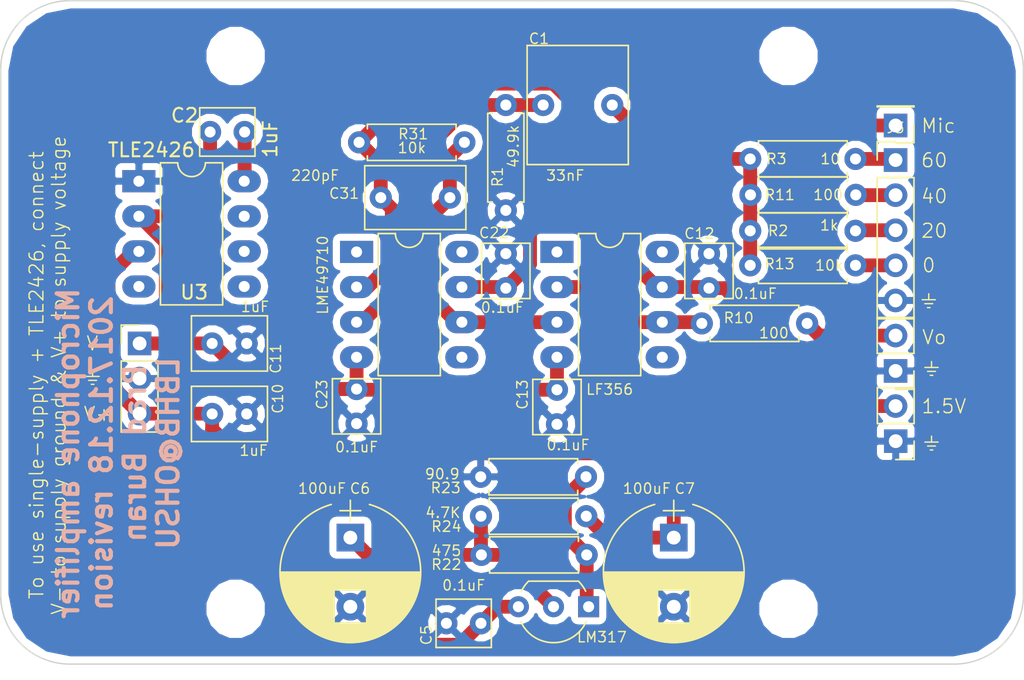
<source format=kicad_pcb>
(kicad_pcb (version 4) (host pcbnew 4.0.7-e2-6376~60~ubuntu17.10.1)

  (general
    (links 57)
    (no_connects 0)
    (area 80.949999 94.975 155.050001 145.1)
    (thickness 1.6)
    (drawings 24)
    (tracks 127)
    (zones 0)
    (modules 35)
    (nets 18)
  )

  (page A4)
  (layers
    (0 F.Cu signal)
    (31 B.Cu signal)
    (32 B.Adhes user)
    (33 F.Adhes user)
    (34 B.Paste user)
    (35 F.Paste user)
    (36 B.SilkS user)
    (37 F.SilkS user)
    (38 B.Mask user)
    (39 F.Mask user)
    (40 Dwgs.User user)
    (41 Cmts.User user)
    (42 Eco1.User user)
    (43 Eco2.User user)
    (44 Edge.Cuts user)
    (45 Margin user)
    (46 B.CrtYd user hide)
    (47 F.CrtYd user hide)
    (48 B.Fab user hide)
    (49 F.Fab user hide)
  )

  (setup
    (last_trace_width 1)
    (trace_clearance 0.25)
    (zone_clearance 0.508)
    (zone_45_only no)
    (trace_min 0.254)
    (segment_width 0.2)
    (edge_width 0.1)
    (via_size 0.889)
    (via_drill 0.635)
    (via_min_size 0.889)
    (via_min_drill 0.508)
    (uvia_size 0.508)
    (uvia_drill 0.127)
    (uvias_allowed no)
    (uvia_min_size 0.508)
    (uvia_min_drill 0.127)
    (pcb_text_width 0.3)
    (pcb_text_size 1.5 1.5)
    (mod_edge_width 0.15)
    (mod_text_size 0.75 0.75)
    (mod_text_width 0.1)
    (pad_size 1.7 1.7)
    (pad_drill 1)
    (pad_to_mask_clearance 0)
    (aux_axis_origin 0 0)
    (visible_elements 7FFFFF7F)
    (pcbplotparams
      (layerselection 0x010f0_80000001)
      (usegerberextensions true)
      (excludeedgelayer true)
      (linewidth 0.100000)
      (plotframeref false)
      (viasonmask false)
      (mode 1)
      (useauxorigin false)
      (hpglpennumber 1)
      (hpglpenspeed 20)
      (hpglpendiameter 15)
      (hpglpenoverlay 2)
      (psnegative false)
      (psa4output false)
      (plotreference true)
      (plotvalue true)
      (plotinvisibletext false)
      (padsonsilk false)
      (subtractmaskfromsilk false)
      (outputformat 1)
      (mirror false)
      (drillshape 0)
      (scaleselection 1)
      (outputdirectory gerber/))
  )

  (net 0 "")
  (net 1 "Net-(C1-Pad1)")
  (net 2 "Net-(C1-Pad2)")
  (net 3 +15V)
  (net 4 GNDA)
  (net 5 "Net-(C6-Pad1)")
  (net 6 "Net-(C7-Pad1)")
  (net 7 -15V)
  (net 8 "Net-(R10-Pad1)")
  (net 9 "Net-(R22-Pad1)")
  (net 10 "Net-(C31-Pad1)")
  (net 11 "Net-(C31-Pad2)")
  (net 12 "Net-(J3-Pad1)")
  (net 13 "Net-(J3-Pad3)")
  (net 14 "Net-(J8-Pad2)")
  (net 15 "Net-(J3-Pad2)")
  (net 16 "Net-(J3-Pad4)")
  (net 17 "Net-(C2-Pad2)")

  (net_class Default "This is the default net class."
    (clearance 0.25)
    (trace_width 1)
    (via_dia 0.889)
    (via_drill 0.635)
    (uvia_dia 0.508)
    (uvia_drill 0.127)
    (add_net +15V)
    (add_net -15V)
    (add_net GNDA)
    (add_net "Net-(C1-Pad1)")
    (add_net "Net-(C1-Pad2)")
    (add_net "Net-(C2-Pad2)")
    (add_net "Net-(C31-Pad1)")
    (add_net "Net-(C31-Pad2)")
    (add_net "Net-(C6-Pad1)")
    (add_net "Net-(C7-Pad1)")
    (add_net "Net-(J3-Pad1)")
    (add_net "Net-(J3-Pad2)")
    (add_net "Net-(J3-Pad3)")
    (add_net "Net-(J3-Pad4)")
    (add_net "Net-(J8-Pad2)")
    (add_net "Net-(R10-Pad1)")
    (add_net "Net-(R22-Pad1)")
  )

  (module custom:C_Rect_L4.0mm_W3.5mm_P2.50mm (layer F.Cu) (tedit 5A1F3E03) (tstamp 5A1F6863)
    (at 121.25 125.4 90)
    (path /54E4F54F)
    (fp_text reference C13 (at 0.9 -2.5 270) (layer F.SilkS)
      (effects (font (size 0.75 0.75) (thickness 0.1)))
    )
    (fp_text value 0.1uF (at -2.75 0.8 180) (layer F.SilkS)
      (effects (font (size 0.75 0.75) (thickness 0.1)))
    )
    (fp_line (start -2 1.75) (end 2 1.75) (layer F.SilkS) (width 0.12))
    (fp_line (start -2 -1.75) (end -2 1.75) (layer F.SilkS) (width 0.12))
    (fp_line (start 2 -1.75) (end 2 1.75) (layer F.SilkS) (width 0.12))
    (fp_text user %R (at 2.65 -0.8 180) (layer F.Fab)
      (effects (font (size 0.75 0.75) (thickness 0.1)))
    )
    (fp_line (start -2 -1.75) (end 2 -1.75) (layer F.SilkS) (width 0.12))
    (pad 1 thru_hole circle (at -1.25 0 90) (size 1.6 1.6) (drill 0.8) (layers *.Cu *.Mask)
      (net 4 GNDA))
    (pad 2 thru_hole circle (at 1.25 0 90) (size 1.6 1.6) (drill 0.8) (layers *.Cu *.Mask)
      (net 7 -15V))
    (model ${KISYS3DMOD}/Capacitor_THT.3dshapes/C_Rect_L7.5mm_W6.5mm_P5.00mm.wrl
      (at (xyz 0 0 0))
      (scale (xyz 1 1 1))
      (rotate (xyz 0 0 0))
    )
  )

  (module MountingHole:MountingHole_3.2mm_M3 locked (layer F.Cu) (tedit 5A1DE36B) (tstamp 5A1FDBB1)
    (at 98 140)
    (descr "Mounting Hole 3.2mm, no annular, M3")
    (tags "mounting hole 3.2mm no annular m3")
    (path /5A1E6DE5)
    (attr virtual)
    (fp_text reference J4 (at 0 -4.2) (layer F.SilkS) hide
      (effects (font (size 0.75 0.75) (thickness 0.1)))
    )
    (fp_text value CONN_01X01 (at 0 4.2) (layer F.Fab)
      (effects (font (size 0.75 0.75) (thickness 0.1)))
    )
    (fp_text user %R (at 0.3 0) (layer F.Fab)
      (effects (font (size 0.75 0.75) (thickness 0.1)))
    )
    (fp_circle (center 0 0) (end 3.2 0) (layer Cmts.User) (width 0.15))
    (fp_circle (center 0 0) (end 3.45 0) (layer F.CrtYd) (width 0.05))
    (pad 1 np_thru_hole circle (at 0 0) (size 3.2 3.2) (drill 3.2) (layers *.Cu *.Mask))
  )

  (module MountingHole:MountingHole_3.2mm_M3 locked (layer F.Cu) (tedit 5A1DE3D4) (tstamp 5A1FDBBD)
    (at 138 140)
    (descr "Mounting Hole 3.2mm, no annular, M3")
    (tags "mounting hole 3.2mm no annular m3")
    (path /5A1E6995)
    (attr virtual)
    (fp_text reference J7 (at 0 -4.2) (layer F.SilkS) hide
      (effects (font (size 0.75 0.75) (thickness 0.1)))
    )
    (fp_text value CONN_01X01 (at 0 4.2) (layer F.Fab)
      (effects (font (size 0.75 0.75) (thickness 0.1)))
    )
    (fp_text user %R (at 0.3 0) (layer F.Fab)
      (effects (font (size 0.75 0.75) (thickness 0.1)))
    )
    (fp_circle (center 0 0) (end 3.2 0) (layer Cmts.User) (width 0.15))
    (fp_circle (center 0 0) (end 3.45 0) (layer F.CrtYd) (width 0.05))
    (pad 1 np_thru_hole circle (at 0 0) (size 3.2 3.2) (drill 3.2) (layers *.Cu *.Mask))
  )

  (module Capacitor_THT:CP_Radial_D10.0mm_P5.00mm (layer F.Cu) (tedit 5A1DE28F) (tstamp 5A1FC93E)
    (at 106.3 134.85 270)
    (descr "CP, Radial series, Radial, pin pitch=5.00mm, diameter=10mm, Electrolytic Capacitor")
    (tags "CP Radial series Radial pin pitch 5.00mm  diameter 10mm Electrolytic Capacitor")
    (path /54E4C692)
    (fp_text reference C6 (at -3.55 -0.7 360) (layer F.SilkS)
      (effects (font (size 0.75 0.75) (thickness 0.1)))
    )
    (fp_text value 100uF (at -3.55 2.05 360) (layer F.SilkS)
      (effects (font (size 0.75 0.75) (thickness 0.1)))
    )
    (fp_arc (start 2.5 0) (end -2.399357 -1.38) (angle 148.5) (layer F.SilkS) (width 0.12))
    (fp_arc (start 2.5 0) (end -2.399357 1.38) (angle -148.5) (layer F.SilkS) (width 0.12))
    (fp_arc (start 2.5 0) (end 7.399357 -1.38) (angle 31.5) (layer F.SilkS) (width 0.12))
    (fp_circle (center 2.5 0) (end 7.5 0) (layer F.Fab) (width 0.1))
    (fp_line (start -2.7 0) (end -1.2 0) (layer F.Fab) (width 0.1))
    (fp_line (start -1.95 -0.75) (end -1.95 0.75) (layer F.Fab) (width 0.1))
    (fp_line (start 2.5 -5.05) (end 2.5 5.05) (layer F.SilkS) (width 0.12))
    (fp_line (start 2.54 -5.05) (end 2.54 5.05) (layer F.SilkS) (width 0.12))
    (fp_line (start 2.58 -5.05) (end 2.58 5.05) (layer F.SilkS) (width 0.12))
    (fp_line (start 2.62 -5.049) (end 2.62 5.049) (layer F.SilkS) (width 0.12))
    (fp_line (start 2.66 -5.048) (end 2.66 5.048) (layer F.SilkS) (width 0.12))
    (fp_line (start 2.7 -5.047) (end 2.7 5.047) (layer F.SilkS) (width 0.12))
    (fp_line (start 2.74 -5.045) (end 2.74 5.045) (layer F.SilkS) (width 0.12))
    (fp_line (start 2.78 -5.043) (end 2.78 5.043) (layer F.SilkS) (width 0.12))
    (fp_line (start 2.82 -5.04) (end 2.82 5.04) (layer F.SilkS) (width 0.12))
    (fp_line (start 2.86 -5.038) (end 2.86 5.038) (layer F.SilkS) (width 0.12))
    (fp_line (start 2.9 -5.035) (end 2.9 5.035) (layer F.SilkS) (width 0.12))
    (fp_line (start 2.94 -5.031) (end 2.94 5.031) (layer F.SilkS) (width 0.12))
    (fp_line (start 2.98 -5.028) (end 2.98 5.028) (layer F.SilkS) (width 0.12))
    (fp_line (start 3.02 -5.024) (end 3.02 5.024) (layer F.SilkS) (width 0.12))
    (fp_line (start 3.06 -5.02) (end 3.06 5.02) (layer F.SilkS) (width 0.12))
    (fp_line (start 3.1 -5.015) (end 3.1 5.015) (layer F.SilkS) (width 0.12))
    (fp_line (start 3.14 -5.01) (end 3.14 5.01) (layer F.SilkS) (width 0.12))
    (fp_line (start 3.18 -5.005) (end 3.18 5.005) (layer F.SilkS) (width 0.12))
    (fp_line (start 3.221 -4.999) (end 3.221 4.999) (layer F.SilkS) (width 0.12))
    (fp_line (start 3.261 -4.993) (end 3.261 4.993) (layer F.SilkS) (width 0.12))
    (fp_line (start 3.301 -4.987) (end 3.301 4.987) (layer F.SilkS) (width 0.12))
    (fp_line (start 3.341 -4.981) (end 3.341 4.981) (layer F.SilkS) (width 0.12))
    (fp_line (start 3.381 -4.974) (end 3.381 4.974) (layer F.SilkS) (width 0.12))
    (fp_line (start 3.421 -4.967) (end 3.421 4.967) (layer F.SilkS) (width 0.12))
    (fp_line (start 3.461 -4.959) (end 3.461 4.959) (layer F.SilkS) (width 0.12))
    (fp_line (start 3.501 -4.951) (end 3.501 4.951) (layer F.SilkS) (width 0.12))
    (fp_line (start 3.541 -4.943) (end 3.541 4.943) (layer F.SilkS) (width 0.12))
    (fp_line (start 3.581 -4.935) (end 3.581 4.935) (layer F.SilkS) (width 0.12))
    (fp_line (start 3.621 -4.926) (end 3.621 4.926) (layer F.SilkS) (width 0.12))
    (fp_line (start 3.661 -4.917) (end 3.661 4.917) (layer F.SilkS) (width 0.12))
    (fp_line (start 3.701 -4.907) (end 3.701 4.907) (layer F.SilkS) (width 0.12))
    (fp_line (start 3.741 -4.897) (end 3.741 4.897) (layer F.SilkS) (width 0.12))
    (fp_line (start 3.781 -4.887) (end 3.781 4.887) (layer F.SilkS) (width 0.12))
    (fp_line (start 3.821 -4.876) (end 3.821 -1.181) (layer F.SilkS) (width 0.12))
    (fp_line (start 3.821 1.181) (end 3.821 4.876) (layer F.SilkS) (width 0.12))
    (fp_line (start 3.861 -4.865) (end 3.861 -1.181) (layer F.SilkS) (width 0.12))
    (fp_line (start 3.861 1.181) (end 3.861 4.865) (layer F.SilkS) (width 0.12))
    (fp_line (start 3.901 -4.854) (end 3.901 -1.181) (layer F.SilkS) (width 0.12))
    (fp_line (start 3.901 1.181) (end 3.901 4.854) (layer F.SilkS) (width 0.12))
    (fp_line (start 3.941 -4.843) (end 3.941 -1.181) (layer F.SilkS) (width 0.12))
    (fp_line (start 3.941 1.181) (end 3.941 4.843) (layer F.SilkS) (width 0.12))
    (fp_line (start 3.981 -4.831) (end 3.981 -1.181) (layer F.SilkS) (width 0.12))
    (fp_line (start 3.981 1.181) (end 3.981 4.831) (layer F.SilkS) (width 0.12))
    (fp_line (start 4.021 -4.818) (end 4.021 -1.181) (layer F.SilkS) (width 0.12))
    (fp_line (start 4.021 1.181) (end 4.021 4.818) (layer F.SilkS) (width 0.12))
    (fp_line (start 4.061 -4.806) (end 4.061 -1.181) (layer F.SilkS) (width 0.12))
    (fp_line (start 4.061 1.181) (end 4.061 4.806) (layer F.SilkS) (width 0.12))
    (fp_line (start 4.101 -4.792) (end 4.101 -1.181) (layer F.SilkS) (width 0.12))
    (fp_line (start 4.101 1.181) (end 4.101 4.792) (layer F.SilkS) (width 0.12))
    (fp_line (start 4.141 -4.779) (end 4.141 -1.181) (layer F.SilkS) (width 0.12))
    (fp_line (start 4.141 1.181) (end 4.141 4.779) (layer F.SilkS) (width 0.12))
    (fp_line (start 4.181 -4.765) (end 4.181 -1.181) (layer F.SilkS) (width 0.12))
    (fp_line (start 4.181 1.181) (end 4.181 4.765) (layer F.SilkS) (width 0.12))
    (fp_line (start 4.221 -4.751) (end 4.221 -1.181) (layer F.SilkS) (width 0.12))
    (fp_line (start 4.221 1.181) (end 4.221 4.751) (layer F.SilkS) (width 0.12))
    (fp_line (start 4.261 -4.737) (end 4.261 -1.181) (layer F.SilkS) (width 0.12))
    (fp_line (start 4.261 1.181) (end 4.261 4.737) (layer F.SilkS) (width 0.12))
    (fp_line (start 4.301 -4.722) (end 4.301 -1.181) (layer F.SilkS) (width 0.12))
    (fp_line (start 4.301 1.181) (end 4.301 4.722) (layer F.SilkS) (width 0.12))
    (fp_line (start 4.341 -4.706) (end 4.341 -1.181) (layer F.SilkS) (width 0.12))
    (fp_line (start 4.341 1.181) (end 4.341 4.706) (layer F.SilkS) (width 0.12))
    (fp_line (start 4.381 -4.691) (end 4.381 -1.181) (layer F.SilkS) (width 0.12))
    (fp_line (start 4.381 1.181) (end 4.381 4.691) (layer F.SilkS) (width 0.12))
    (fp_line (start 4.421 -4.674) (end 4.421 -1.181) (layer F.SilkS) (width 0.12))
    (fp_line (start 4.421 1.181) (end 4.421 4.674) (layer F.SilkS) (width 0.12))
    (fp_line (start 4.461 -4.658) (end 4.461 -1.181) (layer F.SilkS) (width 0.12))
    (fp_line (start 4.461 1.181) (end 4.461 4.658) (layer F.SilkS) (width 0.12))
    (fp_line (start 4.501 -4.641) (end 4.501 -1.181) (layer F.SilkS) (width 0.12))
    (fp_line (start 4.501 1.181) (end 4.501 4.641) (layer F.SilkS) (width 0.12))
    (fp_line (start 4.541 -4.624) (end 4.541 -1.181) (layer F.SilkS) (width 0.12))
    (fp_line (start 4.541 1.181) (end 4.541 4.624) (layer F.SilkS) (width 0.12))
    (fp_line (start 4.581 -4.606) (end 4.581 -1.181) (layer F.SilkS) (width 0.12))
    (fp_line (start 4.581 1.181) (end 4.581 4.606) (layer F.SilkS) (width 0.12))
    (fp_line (start 4.621 -4.588) (end 4.621 -1.181) (layer F.SilkS) (width 0.12))
    (fp_line (start 4.621 1.181) (end 4.621 4.588) (layer F.SilkS) (width 0.12))
    (fp_line (start 4.661 -4.569) (end 4.661 -1.181) (layer F.SilkS) (width 0.12))
    (fp_line (start 4.661 1.181) (end 4.661 4.569) (layer F.SilkS) (width 0.12))
    (fp_line (start 4.701 -4.55) (end 4.701 -1.181) (layer F.SilkS) (width 0.12))
    (fp_line (start 4.701 1.181) (end 4.701 4.55) (layer F.SilkS) (width 0.12))
    (fp_line (start 4.741 -4.531) (end 4.741 -1.181) (layer F.SilkS) (width 0.12))
    (fp_line (start 4.741 1.181) (end 4.741 4.531) (layer F.SilkS) (width 0.12))
    (fp_line (start 4.781 -4.511) (end 4.781 -1.181) (layer F.SilkS) (width 0.12))
    (fp_line (start 4.781 1.181) (end 4.781 4.511) (layer F.SilkS) (width 0.12))
    (fp_line (start 4.821 -4.491) (end 4.821 -1.181) (layer F.SilkS) (width 0.12))
    (fp_line (start 4.821 1.181) (end 4.821 4.491) (layer F.SilkS) (width 0.12))
    (fp_line (start 4.861 -4.47) (end 4.861 -1.181) (layer F.SilkS) (width 0.12))
    (fp_line (start 4.861 1.181) (end 4.861 4.47) (layer F.SilkS) (width 0.12))
    (fp_line (start 4.901 -4.449) (end 4.901 -1.181) (layer F.SilkS) (width 0.12))
    (fp_line (start 4.901 1.181) (end 4.901 4.449) (layer F.SilkS) (width 0.12))
    (fp_line (start 4.941 -4.428) (end 4.941 -1.181) (layer F.SilkS) (width 0.12))
    (fp_line (start 4.941 1.181) (end 4.941 4.428) (layer F.SilkS) (width 0.12))
    (fp_line (start 4.981 -4.405) (end 4.981 -1.181) (layer F.SilkS) (width 0.12))
    (fp_line (start 4.981 1.181) (end 4.981 4.405) (layer F.SilkS) (width 0.12))
    (fp_line (start 5.021 -4.383) (end 5.021 -1.181) (layer F.SilkS) (width 0.12))
    (fp_line (start 5.021 1.181) (end 5.021 4.383) (layer F.SilkS) (width 0.12))
    (fp_line (start 5.061 -4.36) (end 5.061 -1.181) (layer F.SilkS) (width 0.12))
    (fp_line (start 5.061 1.181) (end 5.061 4.36) (layer F.SilkS) (width 0.12))
    (fp_line (start 5.101 -4.336) (end 5.101 -1.181) (layer F.SilkS) (width 0.12))
    (fp_line (start 5.101 1.181) (end 5.101 4.336) (layer F.SilkS) (width 0.12))
    (fp_line (start 5.141 -4.312) (end 5.141 -1.181) (layer F.SilkS) (width 0.12))
    (fp_line (start 5.141 1.181) (end 5.141 4.312) (layer F.SilkS) (width 0.12))
    (fp_line (start 5.181 -4.288) (end 5.181 -1.181) (layer F.SilkS) (width 0.12))
    (fp_line (start 5.181 1.181) (end 5.181 4.288) (layer F.SilkS) (width 0.12))
    (fp_line (start 5.221 -4.263) (end 5.221 -1.181) (layer F.SilkS) (width 0.12))
    (fp_line (start 5.221 1.181) (end 5.221 4.263) (layer F.SilkS) (width 0.12))
    (fp_line (start 5.261 -4.237) (end 5.261 -1.181) (layer F.SilkS) (width 0.12))
    (fp_line (start 5.261 1.181) (end 5.261 4.237) (layer F.SilkS) (width 0.12))
    (fp_line (start 5.301 -4.211) (end 5.301 -1.181) (layer F.SilkS) (width 0.12))
    (fp_line (start 5.301 1.181) (end 5.301 4.211) (layer F.SilkS) (width 0.12))
    (fp_line (start 5.341 -4.185) (end 5.341 -1.181) (layer F.SilkS) (width 0.12))
    (fp_line (start 5.341 1.181) (end 5.341 4.185) (layer F.SilkS) (width 0.12))
    (fp_line (start 5.381 -4.157) (end 5.381 -1.181) (layer F.SilkS) (width 0.12))
    (fp_line (start 5.381 1.181) (end 5.381 4.157) (layer F.SilkS) (width 0.12))
    (fp_line (start 5.421 -4.13) (end 5.421 -1.181) (layer F.SilkS) (width 0.12))
    (fp_line (start 5.421 1.181) (end 5.421 4.13) (layer F.SilkS) (width 0.12))
    (fp_line (start 5.461 -4.101) (end 5.461 -1.181) (layer F.SilkS) (width 0.12))
    (fp_line (start 5.461 1.181) (end 5.461 4.101) (layer F.SilkS) (width 0.12))
    (fp_line (start 5.501 -4.072) (end 5.501 -1.181) (layer F.SilkS) (width 0.12))
    (fp_line (start 5.501 1.181) (end 5.501 4.072) (layer F.SilkS) (width 0.12))
    (fp_line (start 5.541 -4.043) (end 5.541 -1.181) (layer F.SilkS) (width 0.12))
    (fp_line (start 5.541 1.181) (end 5.541 4.043) (layer F.SilkS) (width 0.12))
    (fp_line (start 5.581 -4.013) (end 5.581 -1.181) (layer F.SilkS) (width 0.12))
    (fp_line (start 5.581 1.181) (end 5.581 4.013) (layer F.SilkS) (width 0.12))
    (fp_line (start 5.621 -3.982) (end 5.621 -1.181) (layer F.SilkS) (width 0.12))
    (fp_line (start 5.621 1.181) (end 5.621 3.982) (layer F.SilkS) (width 0.12))
    (fp_line (start 5.661 -3.951) (end 5.661 -1.181) (layer F.SilkS) (width 0.12))
    (fp_line (start 5.661 1.181) (end 5.661 3.951) (layer F.SilkS) (width 0.12))
    (fp_line (start 5.701 -3.919) (end 5.701 -1.181) (layer F.SilkS) (width 0.12))
    (fp_line (start 5.701 1.181) (end 5.701 3.919) (layer F.SilkS) (width 0.12))
    (fp_line (start 5.741 -3.886) (end 5.741 -1.181) (layer F.SilkS) (width 0.12))
    (fp_line (start 5.741 1.181) (end 5.741 3.886) (layer F.SilkS) (width 0.12))
    (fp_line (start 5.781 -3.853) (end 5.781 -1.181) (layer F.SilkS) (width 0.12))
    (fp_line (start 5.781 1.181) (end 5.781 3.853) (layer F.SilkS) (width 0.12))
    (fp_line (start 5.821 -3.819) (end 5.821 -1.181) (layer F.SilkS) (width 0.12))
    (fp_line (start 5.821 1.181) (end 5.821 3.819) (layer F.SilkS) (width 0.12))
    (fp_line (start 5.861 -3.784) (end 5.861 -1.181) (layer F.SilkS) (width 0.12))
    (fp_line (start 5.861 1.181) (end 5.861 3.784) (layer F.SilkS) (width 0.12))
    (fp_line (start 5.901 -3.748) (end 5.901 -1.181) (layer F.SilkS) (width 0.12))
    (fp_line (start 5.901 1.181) (end 5.901 3.748) (layer F.SilkS) (width 0.12))
    (fp_line (start 5.941 -3.712) (end 5.941 -1.181) (layer F.SilkS) (width 0.12))
    (fp_line (start 5.941 1.181) (end 5.941 3.712) (layer F.SilkS) (width 0.12))
    (fp_line (start 5.981 -3.675) (end 5.981 -1.181) (layer F.SilkS) (width 0.12))
    (fp_line (start 5.981 1.181) (end 5.981 3.675) (layer F.SilkS) (width 0.12))
    (fp_line (start 6.021 -3.637) (end 6.021 -1.181) (layer F.SilkS) (width 0.12))
    (fp_line (start 6.021 1.181) (end 6.021 3.637) (layer F.SilkS) (width 0.12))
    (fp_line (start 6.061 -3.598) (end 6.061 -1.181) (layer F.SilkS) (width 0.12))
    (fp_line (start 6.061 1.181) (end 6.061 3.598) (layer F.SilkS) (width 0.12))
    (fp_line (start 6.101 -3.559) (end 6.101 -1.181) (layer F.SilkS) (width 0.12))
    (fp_line (start 6.101 1.181) (end 6.101 3.559) (layer F.SilkS) (width 0.12))
    (fp_line (start 6.141 -3.518) (end 6.141 -1.181) (layer F.SilkS) (width 0.12))
    (fp_line (start 6.141 1.181) (end 6.141 3.518) (layer F.SilkS) (width 0.12))
    (fp_line (start 6.181 -3.477) (end 6.181 3.477) (layer F.SilkS) (width 0.12))
    (fp_line (start 6.221 -3.435) (end 6.221 3.435) (layer F.SilkS) (width 0.12))
    (fp_line (start 6.261 -3.391) (end 6.261 3.391) (layer F.SilkS) (width 0.12))
    (fp_line (start 6.301 -3.347) (end 6.301 3.347) (layer F.SilkS) (width 0.12))
    (fp_line (start 6.341 -3.302) (end 6.341 3.302) (layer F.SilkS) (width 0.12))
    (fp_line (start 6.381 -3.255) (end 6.381 3.255) (layer F.SilkS) (width 0.12))
    (fp_line (start 6.421 -3.207) (end 6.421 3.207) (layer F.SilkS) (width 0.12))
    (fp_line (start 6.461 -3.158) (end 6.461 3.158) (layer F.SilkS) (width 0.12))
    (fp_line (start 6.501 -3.108) (end 6.501 3.108) (layer F.SilkS) (width 0.12))
    (fp_line (start 6.541 -3.057) (end 6.541 3.057) (layer F.SilkS) (width 0.12))
    (fp_line (start 6.581 -3.004) (end 6.581 3.004) (layer F.SilkS) (width 0.12))
    (fp_line (start 6.621 -2.949) (end 6.621 2.949) (layer F.SilkS) (width 0.12))
    (fp_line (start 6.661 -2.894) (end 6.661 2.894) (layer F.SilkS) (width 0.12))
    (fp_line (start 6.701 -2.836) (end 6.701 2.836) (layer F.SilkS) (width 0.12))
    (fp_line (start 6.741 -2.777) (end 6.741 2.777) (layer F.SilkS) (width 0.12))
    (fp_line (start 6.781 -2.715) (end 6.781 2.715) (layer F.SilkS) (width 0.12))
    (fp_line (start 6.821 -2.652) (end 6.821 2.652) (layer F.SilkS) (width 0.12))
    (fp_line (start 6.861 -2.587) (end 6.861 2.587) (layer F.SilkS) (width 0.12))
    (fp_line (start 6.901 -2.519) (end 6.901 2.519) (layer F.SilkS) (width 0.12))
    (fp_line (start 6.941 -2.449) (end 6.941 2.449) (layer F.SilkS) (width 0.12))
    (fp_line (start 6.981 -2.377) (end 6.981 2.377) (layer F.SilkS) (width 0.12))
    (fp_line (start 7.021 -2.301) (end 7.021 2.301) (layer F.SilkS) (width 0.12))
    (fp_line (start 7.061 -2.222) (end 7.061 2.222) (layer F.SilkS) (width 0.12))
    (fp_line (start 7.101 -2.14) (end 7.101 2.14) (layer F.SilkS) (width 0.12))
    (fp_line (start 7.141 -2.053) (end 7.141 2.053) (layer F.SilkS) (width 0.12))
    (fp_line (start 7.181 -1.962) (end 7.181 1.962) (layer F.SilkS) (width 0.12))
    (fp_line (start 7.221 -1.866) (end 7.221 1.866) (layer F.SilkS) (width 0.12))
    (fp_line (start 7.261 -1.763) (end 7.261 1.763) (layer F.SilkS) (width 0.12))
    (fp_line (start 7.301 -1.654) (end 7.301 1.654) (layer F.SilkS) (width 0.12))
    (fp_line (start 7.341 -1.536) (end 7.341 1.536) (layer F.SilkS) (width 0.12))
    (fp_line (start 7.381 -1.407) (end 7.381 1.407) (layer F.SilkS) (width 0.12))
    (fp_line (start 7.421 -1.265) (end 7.421 1.265) (layer F.SilkS) (width 0.12))
    (fp_line (start 7.461 -1.104) (end 7.461 1.104) (layer F.SilkS) (width 0.12))
    (fp_line (start 7.501 -0.913) (end 7.501 0.913) (layer F.SilkS) (width 0.12))
    (fp_line (start 7.541 -0.672) (end 7.541 0.672) (layer F.SilkS) (width 0.12))
    (fp_line (start 7.581 -0.279) (end 7.581 0.279) (layer F.SilkS) (width 0.12))
    (fp_line (start -2.7 0) (end -1.2 0) (layer F.SilkS) (width 0.12))
    (fp_line (start -1.95 -0.75) (end -1.95 0.75) (layer F.SilkS) (width 0.12))
    (fp_line (start -2.85 -5.35) (end -2.85 5.35) (layer F.CrtYd) (width 0.05))
    (fp_line (start -2.85 5.35) (end 7.85 5.35) (layer F.CrtYd) (width 0.05))
    (fp_line (start 7.85 5.35) (end 7.85 -5.35) (layer F.CrtYd) (width 0.05))
    (fp_line (start 7.85 -5.35) (end -2.85 -5.35) (layer F.CrtYd) (width 0.05))
    (fp_text user %R (at 2.5 0 270) (layer F.Fab)
      (effects (font (size 0.75 0.75) (thickness 0.1)))
    )
    (pad 1 thru_hole rect (at 0 0 270) (size 2 2) (drill 1) (layers *.Cu *.Mask)
      (net 5 "Net-(C6-Pad1)"))
    (pad 2 thru_hole circle (at 5 0 270) (size 2 2) (drill 1) (layers *.Cu *.Mask)
      (net 4 GNDA))
    (model ${KISYS3DMOD}/Capacitor_THT.3dshapes/CP_Radial_D10.0mm_P5.00mm.wrl
      (at (xyz 0 0 0))
      (scale (xyz 1 1 1))
      (rotate (xyz 0 0 0))
    )
  )

  (module Capacitor_THT:CP_Radial_D10.0mm_P5.00mm (layer F.Cu) (tedit 5A1DE2A0) (tstamp 5A1FC944)
    (at 129.7 134.85 270)
    (descr "CP, Radial series, Radial, pin pitch=5.00mm, diameter=10mm, Electrolytic Capacitor")
    (tags "CP Radial series Radial pin pitch 5.00mm  diameter 10mm Electrolytic Capacitor")
    (path /54E4C7AB)
    (fp_text reference C7 (at -3.55 -0.8 360) (layer F.SilkS)
      (effects (font (size 0.75 0.75) (thickness 0.1)))
    )
    (fp_text value 100uF (at -3.55 1.95 360) (layer F.SilkS)
      (effects (font (size 0.75 0.75) (thickness 0.1)))
    )
    (fp_arc (start 2.5 0) (end -2.399357 -1.38) (angle 148.5) (layer F.SilkS) (width 0.12))
    (fp_arc (start 2.5 0) (end -2.399357 1.38) (angle -148.5) (layer F.SilkS) (width 0.12))
    (fp_arc (start 2.5 0) (end 7.399357 -1.38) (angle 31.5) (layer F.SilkS) (width 0.12))
    (fp_circle (center 2.5 0) (end 7.5 0) (layer F.Fab) (width 0.1))
    (fp_line (start -2.7 0) (end -1.2 0) (layer F.Fab) (width 0.1))
    (fp_line (start -1.95 -0.75) (end -1.95 0.75) (layer F.Fab) (width 0.1))
    (fp_line (start 2.5 -5.05) (end 2.5 5.05) (layer F.SilkS) (width 0.12))
    (fp_line (start 2.54 -5.05) (end 2.54 5.05) (layer F.SilkS) (width 0.12))
    (fp_line (start 2.58 -5.05) (end 2.58 5.05) (layer F.SilkS) (width 0.12))
    (fp_line (start 2.62 -5.049) (end 2.62 5.049) (layer F.SilkS) (width 0.12))
    (fp_line (start 2.66 -5.048) (end 2.66 5.048) (layer F.SilkS) (width 0.12))
    (fp_line (start 2.7 -5.047) (end 2.7 5.047) (layer F.SilkS) (width 0.12))
    (fp_line (start 2.74 -5.045) (end 2.74 5.045) (layer F.SilkS) (width 0.12))
    (fp_line (start 2.78 -5.043) (end 2.78 5.043) (layer F.SilkS) (width 0.12))
    (fp_line (start 2.82 -5.04) (end 2.82 5.04) (layer F.SilkS) (width 0.12))
    (fp_line (start 2.86 -5.038) (end 2.86 5.038) (layer F.SilkS) (width 0.12))
    (fp_line (start 2.9 -5.035) (end 2.9 5.035) (layer F.SilkS) (width 0.12))
    (fp_line (start 2.94 -5.031) (end 2.94 5.031) (layer F.SilkS) (width 0.12))
    (fp_line (start 2.98 -5.028) (end 2.98 5.028) (layer F.SilkS) (width 0.12))
    (fp_line (start 3.02 -5.024) (end 3.02 5.024) (layer F.SilkS) (width 0.12))
    (fp_line (start 3.06 -5.02) (end 3.06 5.02) (layer F.SilkS) (width 0.12))
    (fp_line (start 3.1 -5.015) (end 3.1 5.015) (layer F.SilkS) (width 0.12))
    (fp_line (start 3.14 -5.01) (end 3.14 5.01) (layer F.SilkS) (width 0.12))
    (fp_line (start 3.18 -5.005) (end 3.18 5.005) (layer F.SilkS) (width 0.12))
    (fp_line (start 3.221 -4.999) (end 3.221 4.999) (layer F.SilkS) (width 0.12))
    (fp_line (start 3.261 -4.993) (end 3.261 4.993) (layer F.SilkS) (width 0.12))
    (fp_line (start 3.301 -4.987) (end 3.301 4.987) (layer F.SilkS) (width 0.12))
    (fp_line (start 3.341 -4.981) (end 3.341 4.981) (layer F.SilkS) (width 0.12))
    (fp_line (start 3.381 -4.974) (end 3.381 4.974) (layer F.SilkS) (width 0.12))
    (fp_line (start 3.421 -4.967) (end 3.421 4.967) (layer F.SilkS) (width 0.12))
    (fp_line (start 3.461 -4.959) (end 3.461 4.959) (layer F.SilkS) (width 0.12))
    (fp_line (start 3.501 -4.951) (end 3.501 4.951) (layer F.SilkS) (width 0.12))
    (fp_line (start 3.541 -4.943) (end 3.541 4.943) (layer F.SilkS) (width 0.12))
    (fp_line (start 3.581 -4.935) (end 3.581 4.935) (layer F.SilkS) (width 0.12))
    (fp_line (start 3.621 -4.926) (end 3.621 4.926) (layer F.SilkS) (width 0.12))
    (fp_line (start 3.661 -4.917) (end 3.661 4.917) (layer F.SilkS) (width 0.12))
    (fp_line (start 3.701 -4.907) (end 3.701 4.907) (layer F.SilkS) (width 0.12))
    (fp_line (start 3.741 -4.897) (end 3.741 4.897) (layer F.SilkS) (width 0.12))
    (fp_line (start 3.781 -4.887) (end 3.781 4.887) (layer F.SilkS) (width 0.12))
    (fp_line (start 3.821 -4.876) (end 3.821 -1.181) (layer F.SilkS) (width 0.12))
    (fp_line (start 3.821 1.181) (end 3.821 4.876) (layer F.SilkS) (width 0.12))
    (fp_line (start 3.861 -4.865) (end 3.861 -1.181) (layer F.SilkS) (width 0.12))
    (fp_line (start 3.861 1.181) (end 3.861 4.865) (layer F.SilkS) (width 0.12))
    (fp_line (start 3.901 -4.854) (end 3.901 -1.181) (layer F.SilkS) (width 0.12))
    (fp_line (start 3.901 1.181) (end 3.901 4.854) (layer F.SilkS) (width 0.12))
    (fp_line (start 3.941 -4.843) (end 3.941 -1.181) (layer F.SilkS) (width 0.12))
    (fp_line (start 3.941 1.181) (end 3.941 4.843) (layer F.SilkS) (width 0.12))
    (fp_line (start 3.981 -4.831) (end 3.981 -1.181) (layer F.SilkS) (width 0.12))
    (fp_line (start 3.981 1.181) (end 3.981 4.831) (layer F.SilkS) (width 0.12))
    (fp_line (start 4.021 -4.818) (end 4.021 -1.181) (layer F.SilkS) (width 0.12))
    (fp_line (start 4.021 1.181) (end 4.021 4.818) (layer F.SilkS) (width 0.12))
    (fp_line (start 4.061 -4.806) (end 4.061 -1.181) (layer F.SilkS) (width 0.12))
    (fp_line (start 4.061 1.181) (end 4.061 4.806) (layer F.SilkS) (width 0.12))
    (fp_line (start 4.101 -4.792) (end 4.101 -1.181) (layer F.SilkS) (width 0.12))
    (fp_line (start 4.101 1.181) (end 4.101 4.792) (layer F.SilkS) (width 0.12))
    (fp_line (start 4.141 -4.779) (end 4.141 -1.181) (layer F.SilkS) (width 0.12))
    (fp_line (start 4.141 1.181) (end 4.141 4.779) (layer F.SilkS) (width 0.12))
    (fp_line (start 4.181 -4.765) (end 4.181 -1.181) (layer F.SilkS) (width 0.12))
    (fp_line (start 4.181 1.181) (end 4.181 4.765) (layer F.SilkS) (width 0.12))
    (fp_line (start 4.221 -4.751) (end 4.221 -1.181) (layer F.SilkS) (width 0.12))
    (fp_line (start 4.221 1.181) (end 4.221 4.751) (layer F.SilkS) (width 0.12))
    (fp_line (start 4.261 -4.737) (end 4.261 -1.181) (layer F.SilkS) (width 0.12))
    (fp_line (start 4.261 1.181) (end 4.261 4.737) (layer F.SilkS) (width 0.12))
    (fp_line (start 4.301 -4.722) (end 4.301 -1.181) (layer F.SilkS) (width 0.12))
    (fp_line (start 4.301 1.181) (end 4.301 4.722) (layer F.SilkS) (width 0.12))
    (fp_line (start 4.341 -4.706) (end 4.341 -1.181) (layer F.SilkS) (width 0.12))
    (fp_line (start 4.341 1.181) (end 4.341 4.706) (layer F.SilkS) (width 0.12))
    (fp_line (start 4.381 -4.691) (end 4.381 -1.181) (layer F.SilkS) (width 0.12))
    (fp_line (start 4.381 1.181) (end 4.381 4.691) (layer F.SilkS) (width 0.12))
    (fp_line (start 4.421 -4.674) (end 4.421 -1.181) (layer F.SilkS) (width 0.12))
    (fp_line (start 4.421 1.181) (end 4.421 4.674) (layer F.SilkS) (width 0.12))
    (fp_line (start 4.461 -4.658) (end 4.461 -1.181) (layer F.SilkS) (width 0.12))
    (fp_line (start 4.461 1.181) (end 4.461 4.658) (layer F.SilkS) (width 0.12))
    (fp_line (start 4.501 -4.641) (end 4.501 -1.181) (layer F.SilkS) (width 0.12))
    (fp_line (start 4.501 1.181) (end 4.501 4.641) (layer F.SilkS) (width 0.12))
    (fp_line (start 4.541 -4.624) (end 4.541 -1.181) (layer F.SilkS) (width 0.12))
    (fp_line (start 4.541 1.181) (end 4.541 4.624) (layer F.SilkS) (width 0.12))
    (fp_line (start 4.581 -4.606) (end 4.581 -1.181) (layer F.SilkS) (width 0.12))
    (fp_line (start 4.581 1.181) (end 4.581 4.606) (layer F.SilkS) (width 0.12))
    (fp_line (start 4.621 -4.588) (end 4.621 -1.181) (layer F.SilkS) (width 0.12))
    (fp_line (start 4.621 1.181) (end 4.621 4.588) (layer F.SilkS) (width 0.12))
    (fp_line (start 4.661 -4.569) (end 4.661 -1.181) (layer F.SilkS) (width 0.12))
    (fp_line (start 4.661 1.181) (end 4.661 4.569) (layer F.SilkS) (width 0.12))
    (fp_line (start 4.701 -4.55) (end 4.701 -1.181) (layer F.SilkS) (width 0.12))
    (fp_line (start 4.701 1.181) (end 4.701 4.55) (layer F.SilkS) (width 0.12))
    (fp_line (start 4.741 -4.531) (end 4.741 -1.181) (layer F.SilkS) (width 0.12))
    (fp_line (start 4.741 1.181) (end 4.741 4.531) (layer F.SilkS) (width 0.12))
    (fp_line (start 4.781 -4.511) (end 4.781 -1.181) (layer F.SilkS) (width 0.12))
    (fp_line (start 4.781 1.181) (end 4.781 4.511) (layer F.SilkS) (width 0.12))
    (fp_line (start 4.821 -4.491) (end 4.821 -1.181) (layer F.SilkS) (width 0.12))
    (fp_line (start 4.821 1.181) (end 4.821 4.491) (layer F.SilkS) (width 0.12))
    (fp_line (start 4.861 -4.47) (end 4.861 -1.181) (layer F.SilkS) (width 0.12))
    (fp_line (start 4.861 1.181) (end 4.861 4.47) (layer F.SilkS) (width 0.12))
    (fp_line (start 4.901 -4.449) (end 4.901 -1.181) (layer F.SilkS) (width 0.12))
    (fp_line (start 4.901 1.181) (end 4.901 4.449) (layer F.SilkS) (width 0.12))
    (fp_line (start 4.941 -4.428) (end 4.941 -1.181) (layer F.SilkS) (width 0.12))
    (fp_line (start 4.941 1.181) (end 4.941 4.428) (layer F.SilkS) (width 0.12))
    (fp_line (start 4.981 -4.405) (end 4.981 -1.181) (layer F.SilkS) (width 0.12))
    (fp_line (start 4.981 1.181) (end 4.981 4.405) (layer F.SilkS) (width 0.12))
    (fp_line (start 5.021 -4.383) (end 5.021 -1.181) (layer F.SilkS) (width 0.12))
    (fp_line (start 5.021 1.181) (end 5.021 4.383) (layer F.SilkS) (width 0.12))
    (fp_line (start 5.061 -4.36) (end 5.061 -1.181) (layer F.SilkS) (width 0.12))
    (fp_line (start 5.061 1.181) (end 5.061 4.36) (layer F.SilkS) (width 0.12))
    (fp_line (start 5.101 -4.336) (end 5.101 -1.181) (layer F.SilkS) (width 0.12))
    (fp_line (start 5.101 1.181) (end 5.101 4.336) (layer F.SilkS) (width 0.12))
    (fp_line (start 5.141 -4.312) (end 5.141 -1.181) (layer F.SilkS) (width 0.12))
    (fp_line (start 5.141 1.181) (end 5.141 4.312) (layer F.SilkS) (width 0.12))
    (fp_line (start 5.181 -4.288) (end 5.181 -1.181) (layer F.SilkS) (width 0.12))
    (fp_line (start 5.181 1.181) (end 5.181 4.288) (layer F.SilkS) (width 0.12))
    (fp_line (start 5.221 -4.263) (end 5.221 -1.181) (layer F.SilkS) (width 0.12))
    (fp_line (start 5.221 1.181) (end 5.221 4.263) (layer F.SilkS) (width 0.12))
    (fp_line (start 5.261 -4.237) (end 5.261 -1.181) (layer F.SilkS) (width 0.12))
    (fp_line (start 5.261 1.181) (end 5.261 4.237) (layer F.SilkS) (width 0.12))
    (fp_line (start 5.301 -4.211) (end 5.301 -1.181) (layer F.SilkS) (width 0.12))
    (fp_line (start 5.301 1.181) (end 5.301 4.211) (layer F.SilkS) (width 0.12))
    (fp_line (start 5.341 -4.185) (end 5.341 -1.181) (layer F.SilkS) (width 0.12))
    (fp_line (start 5.341 1.181) (end 5.341 4.185) (layer F.SilkS) (width 0.12))
    (fp_line (start 5.381 -4.157) (end 5.381 -1.181) (layer F.SilkS) (width 0.12))
    (fp_line (start 5.381 1.181) (end 5.381 4.157) (layer F.SilkS) (width 0.12))
    (fp_line (start 5.421 -4.13) (end 5.421 -1.181) (layer F.SilkS) (width 0.12))
    (fp_line (start 5.421 1.181) (end 5.421 4.13) (layer F.SilkS) (width 0.12))
    (fp_line (start 5.461 -4.101) (end 5.461 -1.181) (layer F.SilkS) (width 0.12))
    (fp_line (start 5.461 1.181) (end 5.461 4.101) (layer F.SilkS) (width 0.12))
    (fp_line (start 5.501 -4.072) (end 5.501 -1.181) (layer F.SilkS) (width 0.12))
    (fp_line (start 5.501 1.181) (end 5.501 4.072) (layer F.SilkS) (width 0.12))
    (fp_line (start 5.541 -4.043) (end 5.541 -1.181) (layer F.SilkS) (width 0.12))
    (fp_line (start 5.541 1.181) (end 5.541 4.043) (layer F.SilkS) (width 0.12))
    (fp_line (start 5.581 -4.013) (end 5.581 -1.181) (layer F.SilkS) (width 0.12))
    (fp_line (start 5.581 1.181) (end 5.581 4.013) (layer F.SilkS) (width 0.12))
    (fp_line (start 5.621 -3.982) (end 5.621 -1.181) (layer F.SilkS) (width 0.12))
    (fp_line (start 5.621 1.181) (end 5.621 3.982) (layer F.SilkS) (width 0.12))
    (fp_line (start 5.661 -3.951) (end 5.661 -1.181) (layer F.SilkS) (width 0.12))
    (fp_line (start 5.661 1.181) (end 5.661 3.951) (layer F.SilkS) (width 0.12))
    (fp_line (start 5.701 -3.919) (end 5.701 -1.181) (layer F.SilkS) (width 0.12))
    (fp_line (start 5.701 1.181) (end 5.701 3.919) (layer F.SilkS) (width 0.12))
    (fp_line (start 5.741 -3.886) (end 5.741 -1.181) (layer F.SilkS) (width 0.12))
    (fp_line (start 5.741 1.181) (end 5.741 3.886) (layer F.SilkS) (width 0.12))
    (fp_line (start 5.781 -3.853) (end 5.781 -1.181) (layer F.SilkS) (width 0.12))
    (fp_line (start 5.781 1.181) (end 5.781 3.853) (layer F.SilkS) (width 0.12))
    (fp_line (start 5.821 -3.819) (end 5.821 -1.181) (layer F.SilkS) (width 0.12))
    (fp_line (start 5.821 1.181) (end 5.821 3.819) (layer F.SilkS) (width 0.12))
    (fp_line (start 5.861 -3.784) (end 5.861 -1.181) (layer F.SilkS) (width 0.12))
    (fp_line (start 5.861 1.181) (end 5.861 3.784) (layer F.SilkS) (width 0.12))
    (fp_line (start 5.901 -3.748) (end 5.901 -1.181) (layer F.SilkS) (width 0.12))
    (fp_line (start 5.901 1.181) (end 5.901 3.748) (layer F.SilkS) (width 0.12))
    (fp_line (start 5.941 -3.712) (end 5.941 -1.181) (layer F.SilkS) (width 0.12))
    (fp_line (start 5.941 1.181) (end 5.941 3.712) (layer F.SilkS) (width 0.12))
    (fp_line (start 5.981 -3.675) (end 5.981 -1.181) (layer F.SilkS) (width 0.12))
    (fp_line (start 5.981 1.181) (end 5.981 3.675) (layer F.SilkS) (width 0.12))
    (fp_line (start 6.021 -3.637) (end 6.021 -1.181) (layer F.SilkS) (width 0.12))
    (fp_line (start 6.021 1.181) (end 6.021 3.637) (layer F.SilkS) (width 0.12))
    (fp_line (start 6.061 -3.598) (end 6.061 -1.181) (layer F.SilkS) (width 0.12))
    (fp_line (start 6.061 1.181) (end 6.061 3.598) (layer F.SilkS) (width 0.12))
    (fp_line (start 6.101 -3.559) (end 6.101 -1.181) (layer F.SilkS) (width 0.12))
    (fp_line (start 6.101 1.181) (end 6.101 3.559) (layer F.SilkS) (width 0.12))
    (fp_line (start 6.141 -3.518) (end 6.141 -1.181) (layer F.SilkS) (width 0.12))
    (fp_line (start 6.141 1.181) (end 6.141 3.518) (layer F.SilkS) (width 0.12))
    (fp_line (start 6.181 -3.477) (end 6.181 3.477) (layer F.SilkS) (width 0.12))
    (fp_line (start 6.221 -3.435) (end 6.221 3.435) (layer F.SilkS) (width 0.12))
    (fp_line (start 6.261 -3.391) (end 6.261 3.391) (layer F.SilkS) (width 0.12))
    (fp_line (start 6.301 -3.347) (end 6.301 3.347) (layer F.SilkS) (width 0.12))
    (fp_line (start 6.341 -3.302) (end 6.341 3.302) (layer F.SilkS) (width 0.12))
    (fp_line (start 6.381 -3.255) (end 6.381 3.255) (layer F.SilkS) (width 0.12))
    (fp_line (start 6.421 -3.207) (end 6.421 3.207) (layer F.SilkS) (width 0.12))
    (fp_line (start 6.461 -3.158) (end 6.461 3.158) (layer F.SilkS) (width 0.12))
    (fp_line (start 6.501 -3.108) (end 6.501 3.108) (layer F.SilkS) (width 0.12))
    (fp_line (start 6.541 -3.057) (end 6.541 3.057) (layer F.SilkS) (width 0.12))
    (fp_line (start 6.581 -3.004) (end 6.581 3.004) (layer F.SilkS) (width 0.12))
    (fp_line (start 6.621 -2.949) (end 6.621 2.949) (layer F.SilkS) (width 0.12))
    (fp_line (start 6.661 -2.894) (end 6.661 2.894) (layer F.SilkS) (width 0.12))
    (fp_line (start 6.701 -2.836) (end 6.701 2.836) (layer F.SilkS) (width 0.12))
    (fp_line (start 6.741 -2.777) (end 6.741 2.777) (layer F.SilkS) (width 0.12))
    (fp_line (start 6.781 -2.715) (end 6.781 2.715) (layer F.SilkS) (width 0.12))
    (fp_line (start 6.821 -2.652) (end 6.821 2.652) (layer F.SilkS) (width 0.12))
    (fp_line (start 6.861 -2.587) (end 6.861 2.587) (layer F.SilkS) (width 0.12))
    (fp_line (start 6.901 -2.519) (end 6.901 2.519) (layer F.SilkS) (width 0.12))
    (fp_line (start 6.941 -2.449) (end 6.941 2.449) (layer F.SilkS) (width 0.12))
    (fp_line (start 6.981 -2.377) (end 6.981 2.377) (layer F.SilkS) (width 0.12))
    (fp_line (start 7.021 -2.301) (end 7.021 2.301) (layer F.SilkS) (width 0.12))
    (fp_line (start 7.061 -2.222) (end 7.061 2.222) (layer F.SilkS) (width 0.12))
    (fp_line (start 7.101 -2.14) (end 7.101 2.14) (layer F.SilkS) (width 0.12))
    (fp_line (start 7.141 -2.053) (end 7.141 2.053) (layer F.SilkS) (width 0.12))
    (fp_line (start 7.181 -1.962) (end 7.181 1.962) (layer F.SilkS) (width 0.12))
    (fp_line (start 7.221 -1.866) (end 7.221 1.866) (layer F.SilkS) (width 0.12))
    (fp_line (start 7.261 -1.763) (end 7.261 1.763) (layer F.SilkS) (width 0.12))
    (fp_line (start 7.301 -1.654) (end 7.301 1.654) (layer F.SilkS) (width 0.12))
    (fp_line (start 7.341 -1.536) (end 7.341 1.536) (layer F.SilkS) (width 0.12))
    (fp_line (start 7.381 -1.407) (end 7.381 1.407) (layer F.SilkS) (width 0.12))
    (fp_line (start 7.421 -1.265) (end 7.421 1.265) (layer F.SilkS) (width 0.12))
    (fp_line (start 7.461 -1.104) (end 7.461 1.104) (layer F.SilkS) (width 0.12))
    (fp_line (start 7.501 -0.913) (end 7.501 0.913) (layer F.SilkS) (width 0.12))
    (fp_line (start 7.541 -0.672) (end 7.541 0.672) (layer F.SilkS) (width 0.12))
    (fp_line (start 7.581 -0.279) (end 7.581 0.279) (layer F.SilkS) (width 0.12))
    (fp_line (start -2.7 0) (end -1.2 0) (layer F.SilkS) (width 0.12))
    (fp_line (start -1.95 -0.75) (end -1.95 0.75) (layer F.SilkS) (width 0.12))
    (fp_line (start -2.85 -5.35) (end -2.85 5.35) (layer F.CrtYd) (width 0.05))
    (fp_line (start -2.85 5.35) (end 7.85 5.35) (layer F.CrtYd) (width 0.05))
    (fp_line (start 7.85 5.35) (end 7.85 -5.35) (layer F.CrtYd) (width 0.05))
    (fp_line (start 7.85 -5.35) (end -2.85 -5.35) (layer F.CrtYd) (width 0.05))
    (fp_text user %R (at 2.5 0 270) (layer F.Fab)
      (effects (font (size 0.75 0.75) (thickness 0.1)))
    )
    (pad 1 thru_hole rect (at 0 0 270) (size 2 2) (drill 1) (layers *.Cu *.Mask)
      (net 6 "Net-(C7-Pad1)"))
    (pad 2 thru_hole circle (at 5 0 270) (size 2 2) (drill 1) (layers *.Cu *.Mask)
      (net 4 GNDA))
    (model ${KISYS3DMOD}/Capacitor_THT.3dshapes/CP_Radial_D10.0mm_P5.00mm.wrl
      (at (xyz 0 0 0))
      (scale (xyz 1 1 1))
      (rotate (xyz 0 0 0))
    )
  )

  (module Capacitor_THT:C_Rect_L7.2mm_W4.5mm_P5.00mm_FKS2_FKP2_MKS2_MKP2 (layer F.Cu) (tedit 5A1DE432) (tstamp 5A1FC96E)
    (at 113.5 110.25 180)
    (descr "C, Rect series, Radial, pin pitch=5.00mm, length*width=7.2*4.5mm^2, Capacitor, http://www.wima.com/EN/WIMA_FKS_2.pdf")
    (tags "C Rect series Radial pin pitch 5.00mm  length 7.2mm width 4.5mm Capacitor")
    (path /54E4EC03)
    (fp_text reference C31 (at 7.65 0.3 360) (layer F.SilkS)
      (effects (font (size 0.75 0.75) (thickness 0.1)))
    )
    (fp_text value 220pF (at 9.75 1.6 360) (layer F.SilkS)
      (effects (font (size 0.75 0.75) (thickness 0.1)))
    )
    (fp_line (start -1.1 -2.25) (end -1.1 2.25) (layer F.Fab) (width 0.1))
    (fp_line (start -1.1 2.25) (end 6.1 2.25) (layer F.Fab) (width 0.1))
    (fp_line (start 6.1 2.25) (end 6.1 -2.25) (layer F.Fab) (width 0.1))
    (fp_line (start 6.1 -2.25) (end -1.1 -2.25) (layer F.Fab) (width 0.1))
    (fp_line (start -1.16 -2.31) (end 6.16 -2.31) (layer F.SilkS) (width 0.12))
    (fp_line (start -1.16 2.31) (end 6.16 2.31) (layer F.SilkS) (width 0.12))
    (fp_line (start -1.16 -2.31) (end -1.16 2.31) (layer F.SilkS) (width 0.12))
    (fp_line (start 6.16 -2.31) (end 6.16 2.31) (layer F.SilkS) (width 0.12))
    (fp_line (start -1.45 -2.6) (end -1.45 2.6) (layer F.CrtYd) (width 0.05))
    (fp_line (start -1.45 2.6) (end 6.45 2.6) (layer F.CrtYd) (width 0.05))
    (fp_line (start 6.45 2.6) (end 6.45 -2.6) (layer F.CrtYd) (width 0.05))
    (fp_line (start 6.45 -2.6) (end -1.45 -2.6) (layer F.CrtYd) (width 0.05))
    (fp_text user %R (at 2.5 0 180) (layer F.Fab)
      (effects (font (size 0.75 0.75) (thickness 0.1)))
    )
    (pad 1 thru_hole circle (at 0 0 180) (size 1.6 1.6) (drill 0.8) (layers *.Cu *.Mask)
      (net 10 "Net-(C31-Pad1)"))
    (pad 2 thru_hole circle (at 5 0 180) (size 1.6 1.6) (drill 0.8) (layers *.Cu *.Mask)
      (net 11 "Net-(C31-Pad2)"))
    (model ${KISYS3DMOD}/Capacitor_THT.3dshapes/C_Rect_L7.2mm_W4.5mm_P5.00mm_FKS2_FKP2_MKS2_MKP2.wrl
      (at (xyz 0 0 0))
      (scale (xyz 1 1 1))
      (rotate (xyz 0 0 0))
    )
  )

  (module Package_DIP:DIP-8_W7.62mm_LongPads (layer F.Cu) (tedit 5A1F368B) (tstamp 5A1FC9DB)
    (at 106.75 114.18)
    (descr "8-lead though-hole mounted DIP package, row spacing 7.62 mm (300 mils), LongPads")
    (tags "THT DIP DIL PDIP 2.54mm 7.62mm 300mil LongPads")
    (path /5A1E505E)
    (fp_text reference U1 (at 3.81 -2.33) (layer F.SilkS) hide
      (effects (font (size 0.75 0.75) (thickness 0.1)))
    )
    (fp_text value LME49710 (at -2.45 1.67 90) (layer F.SilkS)
      (effects (font (size 0.75 0.75) (thickness 0.1)))
    )
    (fp_arc (start 3.81 -1.33) (end 2.81 -1.33) (angle -180) (layer F.SilkS) (width 0.12))
    (fp_line (start 1.635 -1.27) (end 6.985 -1.27) (layer F.Fab) (width 0.1))
    (fp_line (start 6.985 -1.27) (end 6.985 8.89) (layer F.Fab) (width 0.1))
    (fp_line (start 6.985 8.89) (end 0.635 8.89) (layer F.Fab) (width 0.1))
    (fp_line (start 0.635 8.89) (end 0.635 -0.27) (layer F.Fab) (width 0.1))
    (fp_line (start 0.635 -0.27) (end 1.635 -1.27) (layer F.Fab) (width 0.1))
    (fp_line (start 2.81 -1.33) (end 1.56 -1.33) (layer F.SilkS) (width 0.12))
    (fp_line (start 1.56 -1.33) (end 1.56 8.95) (layer F.SilkS) (width 0.12))
    (fp_line (start 1.56 8.95) (end 6.06 8.95) (layer F.SilkS) (width 0.12))
    (fp_line (start 6.06 8.95) (end 6.06 -1.33) (layer F.SilkS) (width 0.12))
    (fp_line (start 6.06 -1.33) (end 4.81 -1.33) (layer F.SilkS) (width 0.12))
    (fp_line (start -1.45 -1.55) (end -1.45 9.15) (layer F.CrtYd) (width 0.05))
    (fp_line (start -1.45 9.15) (end 9.1 9.15) (layer F.CrtYd) (width 0.05))
    (fp_line (start 9.1 9.15) (end 9.1 -1.55) (layer F.CrtYd) (width 0.05))
    (fp_line (start 9.1 -1.55) (end -1.45 -1.55) (layer F.CrtYd) (width 0.05))
    (fp_text user %R (at 3.81 3.81) (layer F.Fab)
      (effects (font (size 0.75 0.75) (thickness 0.1)))
    )
    (pad 1 thru_hole rect (at 0 0) (size 2.4 1.6) (drill 0.8) (layers *.Cu *.Mask))
    (pad 5 thru_hole oval (at 7.62 7.62) (size 2.4 1.6) (drill 0.8) (layers *.Cu *.Mask))
    (pad 2 thru_hole oval (at 0 2.54) (size 2.4 1.6) (drill 0.8) (layers *.Cu *.Mask)
      (net 11 "Net-(C31-Pad2)"))
    (pad 6 thru_hole oval (at 7.62 5.08) (size 2.4 1.6) (drill 0.8) (layers *.Cu *.Mask)
      (net 10 "Net-(C31-Pad1)"))
    (pad 3 thru_hole oval (at 0 5.08) (size 2.4 1.6) (drill 0.8) (layers *.Cu *.Mask)
      (net 1 "Net-(C1-Pad1)"))
    (pad 7 thru_hole oval (at 7.62 2.54) (size 2.4 1.6) (drill 0.8) (layers *.Cu *.Mask)
      (net 3 +15V))
    (pad 4 thru_hole oval (at 0 7.62) (size 2.4 1.6) (drill 0.8) (layers *.Cu *.Mask)
      (net 7 -15V))
    (pad 8 thru_hole oval (at 7.62 0) (size 2.4 1.6) (drill 0.8) (layers *.Cu *.Mask))
    (model ${KISYS3DMOD}/Package_DIP.3dshapes/DIP-8_W7.62mm.wrl
      (at (xyz 0 0 0))
      (scale (xyz 1 1 1))
      (rotate (xyz 0 0 0))
    )
  )

  (module Package_DIP:DIP-8_W7.62mm_LongPads (layer F.Cu) (tedit 5A1F3694) (tstamp 5A1FC9E7)
    (at 121.25 114.18)
    (descr "8-lead though-hole mounted DIP package, row spacing 7.62 mm (300 mils), LongPads")
    (tags "THT DIP DIL PDIP 2.54mm 7.62mm 300mil LongPads")
    (path /5A1E3EF0)
    (fp_text reference U2 (at 3.81 -2.33) (layer F.SilkS) hide
      (effects (font (size 0.75 0.75) (thickness 0.1)))
    )
    (fp_text value LF356 (at 3.81 9.95) (layer F.SilkS)
      (effects (font (size 0.75 0.75) (thickness 0.1)))
    )
    (fp_arc (start 3.81 -1.33) (end 2.81 -1.33) (angle -180) (layer F.SilkS) (width 0.12))
    (fp_line (start 1.635 -1.27) (end 6.985 -1.27) (layer F.Fab) (width 0.1))
    (fp_line (start 6.985 -1.27) (end 6.985 8.89) (layer F.Fab) (width 0.1))
    (fp_line (start 6.985 8.89) (end 0.635 8.89) (layer F.Fab) (width 0.1))
    (fp_line (start 0.635 8.89) (end 0.635 -0.27) (layer F.Fab) (width 0.1))
    (fp_line (start 0.635 -0.27) (end 1.635 -1.27) (layer F.Fab) (width 0.1))
    (fp_line (start 2.81 -1.33) (end 1.56 -1.33) (layer F.SilkS) (width 0.12))
    (fp_line (start 1.56 -1.33) (end 1.56 8.95) (layer F.SilkS) (width 0.12))
    (fp_line (start 1.56 8.95) (end 6.06 8.95) (layer F.SilkS) (width 0.12))
    (fp_line (start 6.06 8.95) (end 6.06 -1.33) (layer F.SilkS) (width 0.12))
    (fp_line (start 6.06 -1.33) (end 4.81 -1.33) (layer F.SilkS) (width 0.12))
    (fp_line (start -1.45 -1.55) (end -1.45 9.15) (layer F.CrtYd) (width 0.05))
    (fp_line (start -1.45 9.15) (end 9.1 9.15) (layer F.CrtYd) (width 0.05))
    (fp_line (start 9.1 9.15) (end 9.1 -1.55) (layer F.CrtYd) (width 0.05))
    (fp_line (start 9.1 -1.55) (end -1.45 -1.55) (layer F.CrtYd) (width 0.05))
    (fp_text user %R (at 3.81 3.81) (layer F.Fab)
      (effects (font (size 0.75 0.75) (thickness 0.1)))
    )
    (pad 1 thru_hole rect (at 0 0) (size 2.4 1.6) (drill 0.8) (layers *.Cu *.Mask))
    (pad 5 thru_hole oval (at 7.62 7.62) (size 2.4 1.6) (drill 0.8) (layers *.Cu *.Mask))
    (pad 2 thru_hole oval (at 0 2.54) (size 2.4 1.6) (drill 0.8) (layers *.Cu *.Mask)
      (net 8 "Net-(R10-Pad1)"))
    (pad 6 thru_hole oval (at 7.62 5.08) (size 2.4 1.6) (drill 0.8) (layers *.Cu *.Mask)
      (net 8 "Net-(R10-Pad1)"))
    (pad 3 thru_hole oval (at 0 5.08) (size 2.4 1.6) (drill 0.8) (layers *.Cu *.Mask)
      (net 10 "Net-(C31-Pad1)"))
    (pad 7 thru_hole oval (at 7.62 2.54) (size 2.4 1.6) (drill 0.8) (layers *.Cu *.Mask)
      (net 3 +15V))
    (pad 4 thru_hole oval (at 0 7.62) (size 2.4 1.6) (drill 0.8) (layers *.Cu *.Mask)
      (net 7 -15V))
    (pad 8 thru_hole oval (at 7.62 0) (size 2.4 1.6) (drill 0.8) (layers *.Cu *.Mask))
    (model ${KISYS3DMOD}/Package_DIP.3dshapes/DIP-8_W7.62mm.wrl
      (at (xyz 0 0 0))
      (scale (xyz 1 1 1))
      (rotate (xyz 0 0 0))
    )
  )

  (module Conn_PinSocket_2.54mm:PinSocket_1x02_P2.54mm_Vertical (layer F.Cu) (tedit 5AF33FB1) (tstamp 5A1FDA1A)
    (at 145.75 122.79 180)
    (descr "Through hole straight socket strip, 1x02, 2.54mm pitch, single row")
    (tags "Through hole socket strip THT 1x02 2.54mm single row")
    (path /5A1E8A43)
    (fp_text reference J8 (at 0 -2.33 180) (layer F.SilkS) hide
      (effects (font (size 0.75 0.75) (thickness 0.1)))
    )
    (fp_text value CONN_01X02 (at 0 4.87 180) (layer F.Fab)
      (effects (font (size 0.75 0.75) (thickness 0.1)))
    )
    (fp_line (start -1.27 -1.27) (end -1.27 3.81) (layer F.Fab) (width 0.1))
    (fp_line (start -1.27 3.81) (end 1.27 3.81) (layer F.Fab) (width 0.1))
    (fp_line (start 1.27 3.81) (end 1.27 -1.27) (layer F.Fab) (width 0.1))
    (fp_line (start 1.27 -1.27) (end -1.27 -1.27) (layer F.Fab) (width 0.1))
    (fp_line (start -1.33 1.27) (end -1.33 3.87) (layer F.SilkS) (width 0.12))
    (fp_line (start -1.33 3.87) (end 1.33 3.87) (layer F.SilkS) (width 0.12))
    (fp_line (start 1.33 3.87) (end 1.33 1.27) (layer F.SilkS) (width 0.12))
    (fp_line (start 1.33 1.27) (end -1.33 1.27) (layer F.SilkS) (width 0.12))
    (fp_line (start -1.33 0) (end -1.33 -1.33) (layer F.SilkS) (width 0.12))
    (fp_line (start -1.33 -1.33) (end 0 -1.33) (layer F.SilkS) (width 0.12))
    (fp_line (start -1.8 -1.8) (end -1.8 4.35) (layer F.CrtYd) (width 0.05))
    (fp_line (start -1.8 4.35) (end 1.8 4.35) (layer F.CrtYd) (width 0.05))
    (fp_line (start 1.8 4.35) (end 1.8 -1.8) (layer F.CrtYd) (width 0.05))
    (fp_line (start 1.8 -1.8) (end -1.8 -1.8) (layer F.CrtYd) (width 0.05))
    (fp_text user %R (at 0 -2.33 180) (layer F.Fab)
      (effects (font (size 0.75 0.75) (thickness 0.1)))
    )
    (pad 1 thru_hole rect (at 0 0 180) (size 1.7 1.7) (drill 1) (layers *.Cu *.Mask)
      (net 4 GNDA))
    (pad 2 thru_hole oval (at 0 2.56 180) (size 1.7 1.7) (drill 1) (layers *.Cu *.Mask)
      (net 14 "Net-(J8-Pad2)"))
    (model ${KISYS3DMOD}/Conn_PinSocket_2.54mm.3dshapes/PinSocket_1x02_P2.54mm_Vertical.wrl
      (at (xyz 0 -0.05 0))
      (scale (xyz 1 1 1))
      (rotate (xyz 0 0 270))
    )
  )

  (module MountingHole:MountingHole_3.2mm_M3 locked (layer F.Cu) (tedit 5A1DE404) (tstamp 5A1FDBB5)
    (at 138 100)
    (descr "Mounting Hole 3.2mm, no annular, M3")
    (tags "mounting hole 3.2mm no annular m3")
    (path /5A1E6D0A)
    (attr virtual)
    (fp_text reference J5 (at 0 -4.2) (layer F.SilkS) hide
      (effects (font (size 0.75 0.75) (thickness 0.1)))
    )
    (fp_text value CONN_01X01 (at 0 4.2) (layer F.Fab)
      (effects (font (size 0.75 0.75) (thickness 0.1)))
    )
    (fp_text user %R (at 0.3 0) (layer F.Fab)
      (effects (font (size 0.75 0.75) (thickness 0.1)))
    )
    (fp_circle (center 0 0) (end 3.2 0) (layer Cmts.User) (width 0.15))
    (fp_circle (center 0 0) (end 3.45 0) (layer F.CrtYd) (width 0.05))
    (pad 1 np_thru_hole circle (at 0 0) (size 3.2 3.2) (drill 3.2) (layers *.Cu *.Mask))
  )

  (module MountingHole:MountingHole_3.2mm_M3 locked (layer F.Cu) (tedit 5A1DE27E) (tstamp 5A1FDBB9)
    (at 98 100)
    (descr "Mounting Hole 3.2mm, no annular, M3")
    (tags "mounting hole 3.2mm no annular m3")
    (path /5A1E687C)
    (attr virtual)
    (fp_text reference J6 (at 0 -4.2) (layer F.SilkS) hide
      (effects (font (size 0.75 0.75) (thickness 0.1)))
    )
    (fp_text value CONN_01X01 (at 0 4.2) (layer F.Fab)
      (effects (font (size 0.75 0.75) (thickness 0.1)))
    )
    (fp_text user %R (at 0.3 0) (layer F.Fab)
      (effects (font (size 0.75 0.75) (thickness 0.1)))
    )
    (fp_circle (center 0 0) (end 3.2 0) (layer Cmts.User) (width 0.15))
    (fp_circle (center 0 0) (end 3.45 0) (layer F.CrtYd) (width 0.05))
    (pad 1 np_thru_hole circle (at 0 0) (size 3.2 3.2) (drill 3.2) (layers *.Cu *.Mask))
  )

  (module Conn_PinSocket_2.54mm:PinSocket_1x02_P2.54mm_Vertical (layer F.Cu) (tedit 5AF34079) (tstamp 5A1FDC4E)
    (at 145.76 127.87 180)
    (descr "Through hole straight socket strip, 1x02, 2.54mm pitch, single row")
    (tags "Through hole socket strip THT 1x02 2.54mm single row")
    (path /5A1E972C)
    (fp_text reference J1 (at 0 -2.33 180) (layer F.SilkS) hide
      (effects (font (size 0.75 0.75) (thickness 0.1)))
    )
    (fp_text value CONN_01X02 (at 0 4.87 180) (layer F.Fab)
      (effects (font (size 0.75 0.75) (thickness 0.1)))
    )
    (fp_line (start -1.27 -1.27) (end -1.27 3.81) (layer F.Fab) (width 0.1))
    (fp_line (start -1.27 3.81) (end 1.27 3.81) (layer F.Fab) (width 0.1))
    (fp_line (start 1.27 3.81) (end 1.27 -1.27) (layer F.Fab) (width 0.1))
    (fp_line (start 1.27 -1.27) (end -1.27 -1.27) (layer F.Fab) (width 0.1))
    (fp_line (start -1.33 1.27) (end -1.33 3.87) (layer F.SilkS) (width 0.12))
    (fp_line (start -1.33 3.87) (end 1.33 3.87) (layer F.SilkS) (width 0.12))
    (fp_line (start 1.33 3.87) (end 1.33 1.27) (layer F.SilkS) (width 0.12))
    (fp_line (start 1.33 1.27) (end -1.33 1.27) (layer F.SilkS) (width 0.12))
    (fp_line (start -1.33 0) (end -1.33 -1.33) (layer F.SilkS) (width 0.12))
    (fp_line (start -1.33 -1.33) (end 0 -1.33) (layer F.SilkS) (width 0.12))
    (fp_line (start -1.8 -1.8) (end -1.8 4.35) (layer F.CrtYd) (width 0.05))
    (fp_line (start -1.8 4.35) (end 1.8 4.35) (layer F.CrtYd) (width 0.05))
    (fp_line (start 1.8 4.35) (end 1.8 -1.8) (layer F.CrtYd) (width 0.05))
    (fp_line (start 1.8 -1.8) (end -1.8 -1.8) (layer F.CrtYd) (width 0.05))
    (fp_text user %R (at 0 -2.33 180) (layer F.Fab)
      (effects (font (size 0.75 0.75) (thickness 0.1)))
    )
    (pad 1 thru_hole rect (at 0 0 180) (size 1.7 1.7) (drill 1) (layers *.Cu *.Mask)
      (net 4 GNDA))
    (pad 2 thru_hole oval (at 0.01 2.54 180) (size 1.7 1.7) (drill 1) (layers *.Cu *.Mask)
      (net 6 "Net-(C7-Pad1)"))
    (model ${KISYS3DMOD}/Conn_PinSocket_2.54mm.3dshapes/PinSocket_1x02_P2.54mm_Vertical.wrl
      (at (xyz 0 -0.05 0))
      (scale (xyz 1 1 1))
      (rotate (xyz 0 0 270))
    )
  )

  (module Conn_PinSocket_2.54mm:PinSocket_1x01_P2.54mm_Vertical (layer F.Cu) (tedit 5AF33F43) (tstamp 5A1FDC53)
    (at 145.75 104.95 180)
    (descr "Through hole straight socket strip, 1x01, 2.54mm pitch, single row")
    (tags "Through hole socket strip THT 1x01 2.54mm single row")
    (path /5A1EA690)
    (fp_text reference J2 (at 0 -2.33 180) (layer F.SilkS) hide
      (effects (font (size 0.75 0.75) (thickness 0.1)))
    )
    (fp_text value CONN_01X01 (at 0 2.33 180) (layer F.Fab)
      (effects (font (size 0.75 0.75) (thickness 0.1)))
    )
    (fp_line (start -1.27 -1.27) (end -1.27 1.27) (layer F.Fab) (width 0.1))
    (fp_line (start -1.27 1.27) (end 1.27 1.27) (layer F.Fab) (width 0.1))
    (fp_line (start 1.27 1.27) (end 1.27 -1.27) (layer F.Fab) (width 0.1))
    (fp_line (start 1.27 -1.27) (end -1.27 -1.27) (layer F.Fab) (width 0.1))
    (fp_line (start -1.33 1.27) (end -1.33 1.33) (layer F.SilkS) (width 0.12))
    (fp_line (start -1.33 1.33) (end 1.33 1.33) (layer F.SilkS) (width 0.12))
    (fp_line (start 1.33 1.33) (end 1.33 1.27) (layer F.SilkS) (width 0.12))
    (fp_line (start 1.33 1.27) (end -1.33 1.27) (layer F.SilkS) (width 0.12))
    (fp_line (start -1.33 0) (end -1.33 -1.33) (layer F.SilkS) (width 0.12))
    (fp_line (start -1.33 -1.33) (end 0 -1.33) (layer F.SilkS) (width 0.12))
    (fp_line (start -1.8 -1.8) (end -1.8 1.8) (layer F.CrtYd) (width 0.05))
    (fp_line (start -1.8 1.8) (end 1.8 1.8) (layer F.CrtYd) (width 0.05))
    (fp_line (start 1.8 1.8) (end 1.8 -1.8) (layer F.CrtYd) (width 0.05))
    (fp_line (start 1.8 -1.8) (end -1.8 -1.8) (layer F.CrtYd) (width 0.05))
    (fp_text user %R (at 0 -2.33 180) (layer F.Fab)
      (effects (font (size 0.75 0.75) (thickness 0.1)))
    )
    (pad 1 thru_hole rect (at 0 -0.08 180) (size 1.7 1.7) (drill 1) (layers *.Cu *.Mask)
      (net 2 "Net-(C1-Pad2)"))
    (model ${KISYS3DMOD}/Conn_PinSocket_2.54mm.3dshapes/PinSocket_1x01_P2.54mm_Vertical.wrl
      (at (xyz 0 0 0))
      (scale (xyz 1 1 1))
      (rotate (xyz 0 0 270))
    )
  )

  (module Resistor_THT:R_Axial_DIN0207_L6.3mm_D2.5mm_P7.62mm_Horizontal (layer F.Cu) (tedit 5A1F25E3) (tstamp 5A1F222D)
    (at 117.55 111.17 90)
    (descr "Resistor, Axial_DIN0207 series, Axial, Horizontal, pin pitch=7.62mm, 0.25W = 1/4W, length*diameter=6.3*2.5mm^2, http://cdn-reichelt.de/documents/datenblatt/B400/1_4W%23YAG.pdf")
    (tags "Resistor Axial_DIN0207 series Axial Horizontal pin pitch 7.62mm 0.25W = 1/4W length 6.3mm diameter 2.5mm")
    (path /54E4D8E4)
    (fp_text reference R1 (at 2.42 -0.6 270) (layer F.SilkS)
      (effects (font (size 0.75 0.75) (thickness 0.1)))
    )
    (fp_text value 49.9k (at 4.62 0.55 90) (layer F.SilkS)
      (effects (font (size 0.75 0.75) (thickness 0.1)))
    )
    (fp_text user %R (at 3.81 0 90) (layer F.Fab)
      (effects (font (size 0.75 0.75) (thickness 0.1)))
    )
    (fp_line (start 0.66 -1.25) (end 0.66 1.25) (layer F.Fab) (width 0.1))
    (fp_line (start 0.66 1.25) (end 6.96 1.25) (layer F.Fab) (width 0.1))
    (fp_line (start 6.96 1.25) (end 6.96 -1.25) (layer F.Fab) (width 0.1))
    (fp_line (start 6.96 -1.25) (end 0.66 -1.25) (layer F.Fab) (width 0.1))
    (fp_line (start 0 0) (end 0.66 0) (layer F.Fab) (width 0.1))
    (fp_line (start 7.62 0) (end 6.96 0) (layer F.Fab) (width 0.1))
    (fp_line (start 0.6 -0.98) (end 0.6 -1.31) (layer F.SilkS) (width 0.12))
    (fp_line (start 0.6 -1.31) (end 7.02 -1.31) (layer F.SilkS) (width 0.12))
    (fp_line (start 7.02 -1.31) (end 7.02 -0.98) (layer F.SilkS) (width 0.12))
    (fp_line (start 0.6 0.98) (end 0.6 1.31) (layer F.SilkS) (width 0.12))
    (fp_line (start 0.6 1.31) (end 7.02 1.31) (layer F.SilkS) (width 0.12))
    (fp_line (start 7.02 1.31) (end 7.02 0.98) (layer F.SilkS) (width 0.12))
    (fp_line (start -1.05 -1.6) (end -1.05 1.6) (layer F.CrtYd) (width 0.05))
    (fp_line (start -1.05 1.6) (end 8.7 1.6) (layer F.CrtYd) (width 0.05))
    (fp_line (start 8.7 1.6) (end 8.7 -1.6) (layer F.CrtYd) (width 0.05))
    (fp_line (start 8.7 -1.6) (end -1.05 -1.6) (layer F.CrtYd) (width 0.05))
    (pad 1 thru_hole circle (at 0 0 90) (size 1.6 1.6) (drill 0.8) (layers *.Cu *.Mask)
      (net 4 GNDA))
    (pad 2 thru_hole oval (at 7.62 0 90) (size 1.6 1.6) (drill 0.8) (layers *.Cu *.Mask)
      (net 1 "Net-(C1-Pad1)"))
    (model ${KISYS3DMOD}/Resistor_THT.3dshapes/R_Axial_DIN0207_L6.3mm_D2.5mm_P7.62mm_Horizontal.wrl
      (at (xyz 0 0 0))
      (scale (xyz 0.393701 0.393701 0.393701))
      (rotate (xyz 0 0 0))
    )
  )

  (module Resistor_THT:R_Axial_DIN0207_L6.3mm_D2.5mm_P7.62mm_Horizontal (layer F.Cu) (tedit 5A1F25CB) (tstamp 5A1F2232)
    (at 131.73 119.35)
    (descr "Resistor, Axial_DIN0207 series, Axial, Horizontal, pin pitch=7.62mm, 0.25W = 1/4W, length*diameter=6.3*2.5mm^2, http://cdn-reichelt.de/documents/datenblatt/B400/1_4W%23YAG.pdf")
    (tags "Resistor Axial_DIN0207 series Axial Horizontal pin pitch 7.62mm 0.25W = 1/4W length 6.3mm diameter 2.5mm")
    (path /54E4F8E9)
    (fp_text reference R10 (at 2.67 -0.4) (layer F.SilkS)
      (effects (font (size 0.75 0.75) (thickness 0.1)))
    )
    (fp_text value 100 (at 5.22 0.7) (layer F.SilkS)
      (effects (font (size 0.75 0.75) (thickness 0.1)))
    )
    (fp_text user %R (at 3.81 0) (layer F.Fab)
      (effects (font (size 0.75 0.75) (thickness 0.1)))
    )
    (fp_line (start 0.66 -1.25) (end 0.66 1.25) (layer F.Fab) (width 0.1))
    (fp_line (start 0.66 1.25) (end 6.96 1.25) (layer F.Fab) (width 0.1))
    (fp_line (start 6.96 1.25) (end 6.96 -1.25) (layer F.Fab) (width 0.1))
    (fp_line (start 6.96 -1.25) (end 0.66 -1.25) (layer F.Fab) (width 0.1))
    (fp_line (start 0 0) (end 0.66 0) (layer F.Fab) (width 0.1))
    (fp_line (start 7.62 0) (end 6.96 0) (layer F.Fab) (width 0.1))
    (fp_line (start 0.6 -0.98) (end 0.6 -1.31) (layer F.SilkS) (width 0.12))
    (fp_line (start 0.6 -1.31) (end 7.02 -1.31) (layer F.SilkS) (width 0.12))
    (fp_line (start 7.02 -1.31) (end 7.02 -0.98) (layer F.SilkS) (width 0.12))
    (fp_line (start 0.6 0.98) (end 0.6 1.31) (layer F.SilkS) (width 0.12))
    (fp_line (start 0.6 1.31) (end 7.02 1.31) (layer F.SilkS) (width 0.12))
    (fp_line (start 7.02 1.31) (end 7.02 0.98) (layer F.SilkS) (width 0.12))
    (fp_line (start -1.05 -1.6) (end -1.05 1.6) (layer F.CrtYd) (width 0.05))
    (fp_line (start -1.05 1.6) (end 8.7 1.6) (layer F.CrtYd) (width 0.05))
    (fp_line (start 8.7 1.6) (end 8.7 -1.6) (layer F.CrtYd) (width 0.05))
    (fp_line (start 8.7 -1.6) (end -1.05 -1.6) (layer F.CrtYd) (width 0.05))
    (pad 1 thru_hole circle (at 0 0) (size 1.6 1.6) (drill 0.8) (layers *.Cu *.Mask)
      (net 8 "Net-(R10-Pad1)"))
    (pad 2 thru_hole oval (at 7.62 0) (size 1.6 1.6) (drill 0.8) (layers *.Cu *.Mask)
      (net 14 "Net-(J8-Pad2)"))
    (model ${KISYS3DMOD}/Resistor_THT.3dshapes/R_Axial_DIN0207_L6.3mm_D2.5mm_P7.62mm_Horizontal.wrl
      (at (xyz 0 0 0))
      (scale (xyz 0.393701 0.393701 0.393701))
      (rotate (xyz 0 0 0))
    )
  )

  (module Resistor_THT:R_Axial_DIN0207_L6.3mm_D2.5mm_P7.62mm_Horizontal (layer F.Cu) (tedit 5A1F2602) (tstamp 5A1F2237)
    (at 142.87 110.05 180)
    (descr "Resistor, Axial_DIN0207 series, Axial, Horizontal, pin pitch=7.62mm, 0.25W = 1/4W, length*diameter=6.3*2.5mm^2, http://cdn-reichelt.de/documents/datenblatt/B400/1_4W%23YAG.pdf")
    (tags "Resistor Axial_DIN0207 series Axial Horizontal pin pitch 7.62mm 0.25W = 1/4W length 6.3mm diameter 2.5mm")
    (path /54E4E89F)
    (fp_text reference R11 (at 5.5 0 180) (layer F.SilkS)
      (effects (font (size 0.75 0.75) (thickness 0.1)))
    )
    (fp_text value 100 (at 2 0 180) (layer F.SilkS)
      (effects (font (size 0.75 0.75) (thickness 0.1)))
    )
    (fp_text user %R (at 5.5 0 180) (layer F.Fab)
      (effects (font (size 0.75 0.75) (thickness 0.1)))
    )
    (fp_line (start 0.66 -1.25) (end 0.66 1.25) (layer F.Fab) (width 0.1))
    (fp_line (start 0.66 1.25) (end 6.96 1.25) (layer F.Fab) (width 0.1))
    (fp_line (start 6.96 1.25) (end 6.96 -1.25) (layer F.Fab) (width 0.1))
    (fp_line (start 6.96 -1.25) (end 0.66 -1.25) (layer F.Fab) (width 0.1))
    (fp_line (start 0 0) (end 0.66 0) (layer F.Fab) (width 0.1))
    (fp_line (start 7.62 0) (end 6.96 0) (layer F.Fab) (width 0.1))
    (fp_line (start 0.6 -0.98) (end 0.6 -1.31) (layer F.SilkS) (width 0.12))
    (fp_line (start 0.6 -1.31) (end 7.02 -1.31) (layer F.SilkS) (width 0.12))
    (fp_line (start 7.02 -1.31) (end 7.02 -0.98) (layer F.SilkS) (width 0.12))
    (fp_line (start 0.6 0.98) (end 0.6 1.31) (layer F.SilkS) (width 0.12))
    (fp_line (start 0.6 1.31) (end 7.02 1.31) (layer F.SilkS) (width 0.12))
    (fp_line (start 7.02 1.31) (end 7.02 0.98) (layer F.SilkS) (width 0.12))
    (fp_line (start -1.05 -1.6) (end -1.05 1.6) (layer F.CrtYd) (width 0.05))
    (fp_line (start -1.05 1.6) (end 8.7 1.6) (layer F.CrtYd) (width 0.05))
    (fp_line (start 8.7 1.6) (end 8.7 -1.6) (layer F.CrtYd) (width 0.05))
    (fp_line (start 8.7 -1.6) (end -1.05 -1.6) (layer F.CrtYd) (width 0.05))
    (pad 1 thru_hole circle (at 0 0 180) (size 1.6 1.6) (drill 0.8) (layers *.Cu *.Mask)
      (net 15 "Net-(J3-Pad2)"))
    (pad 2 thru_hole oval (at 7.62 0 180) (size 1.6 1.6) (drill 0.8) (layers *.Cu *.Mask)
      (net 11 "Net-(C31-Pad2)"))
    (model ${KISYS3DMOD}/Resistor_THT.3dshapes/R_Axial_DIN0207_L6.3mm_D2.5mm_P7.62mm_Horizontal.wrl
      (at (xyz 0 0 0))
      (scale (xyz 0.393701 0.393701 0.393701))
      (rotate (xyz 0 0 0))
    )
  )

  (module Resistor_THT:R_Axial_DIN0207_L6.3mm_D2.5mm_P7.62mm_Horizontal (layer F.Cu) (tedit 5A1F2606) (tstamp 5A1F223C)
    (at 142.85 115.15 180)
    (descr "Resistor, Axial_DIN0207 series, Axial, Horizontal, pin pitch=7.62mm, 0.25W = 1/4W, length*diameter=6.3*2.5mm^2, http://cdn-reichelt.de/documents/datenblatt/B400/1_4W%23YAG.pdf")
    (tags "Resistor Axial_DIN0207 series Axial Horizontal pin pitch 7.62mm 0.25W = 1/4W length 6.3mm diameter 2.5mm")
    (path /54E4E7CA)
    (fp_text reference R13 (at 5.5 0.1 180) (layer F.SilkS)
      (effects (font (size 0.75 0.75) (thickness 0.1)))
    )
    (fp_text value 10k (at 1.9 0 180) (layer F.SilkS)
      (effects (font (size 0.75 0.75) (thickness 0.1)))
    )
    (fp_text user %R (at 5.5 0.1 180) (layer F.Fab)
      (effects (font (size 0.75 0.75) (thickness 0.1)))
    )
    (fp_line (start 0.66 -1.25) (end 0.66 1.25) (layer F.Fab) (width 0.1))
    (fp_line (start 0.66 1.25) (end 6.96 1.25) (layer F.Fab) (width 0.1))
    (fp_line (start 6.96 1.25) (end 6.96 -1.25) (layer F.Fab) (width 0.1))
    (fp_line (start 6.96 -1.25) (end 0.66 -1.25) (layer F.Fab) (width 0.1))
    (fp_line (start 0 0) (end 0.66 0) (layer F.Fab) (width 0.1))
    (fp_line (start 7.62 0) (end 6.96 0) (layer F.Fab) (width 0.1))
    (fp_line (start 0.6 -0.98) (end 0.6 -1.31) (layer F.SilkS) (width 0.12))
    (fp_line (start 0.6 -1.31) (end 7.02 -1.31) (layer F.SilkS) (width 0.12))
    (fp_line (start 7.02 -1.31) (end 7.02 -0.98) (layer F.SilkS) (width 0.12))
    (fp_line (start 0.6 0.98) (end 0.6 1.31) (layer F.SilkS) (width 0.12))
    (fp_line (start 0.6 1.31) (end 7.02 1.31) (layer F.SilkS) (width 0.12))
    (fp_line (start 7.02 1.31) (end 7.02 0.98) (layer F.SilkS) (width 0.12))
    (fp_line (start -1.05 -1.6) (end -1.05 1.6) (layer F.CrtYd) (width 0.05))
    (fp_line (start -1.05 1.6) (end 8.7 1.6) (layer F.CrtYd) (width 0.05))
    (fp_line (start 8.7 1.6) (end 8.7 -1.6) (layer F.CrtYd) (width 0.05))
    (fp_line (start 8.7 -1.6) (end -1.05 -1.6) (layer F.CrtYd) (width 0.05))
    (pad 1 thru_hole circle (at 0 0 180) (size 1.6 1.6) (drill 0.8) (layers *.Cu *.Mask)
      (net 16 "Net-(J3-Pad4)"))
    (pad 2 thru_hole oval (at 7.62 0 180) (size 1.6 1.6) (drill 0.8) (layers *.Cu *.Mask)
      (net 11 "Net-(C31-Pad2)"))
    (model ${KISYS3DMOD}/Resistor_THT.3dshapes/R_Axial_DIN0207_L6.3mm_D2.5mm_P7.62mm_Horizontal.wrl
      (at (xyz 0 0 0))
      (scale (xyz 0.393701 0.393701 0.393701))
      (rotate (xyz 0 0 0))
    )
  )

  (module Resistor_THT:R_Axial_DIN0207_L6.3mm_D2.5mm_P7.62mm_Horizontal (layer F.Cu) (tedit 5A1F253B) (tstamp 5A1F2241)
    (at 123.4 136.1 180)
    (descr "Resistor, Axial_DIN0207 series, Axial, Horizontal, pin pitch=7.62mm, 0.25W = 1/4W, length*diameter=6.3*2.5mm^2, http://cdn-reichelt.de/documents/datenblatt/B400/1_4W%23YAG.pdf")
    (tags "Resistor Axial_DIN0207 series Axial Horizontal pin pitch 7.62mm 0.25W = 1/4W length 6.3mm diameter 2.5mm")
    (path /54E4C528)
    (fp_text reference R22 (at 10.15 -0.7 180) (layer F.SilkS)
      (effects (font (size 0.75 0.75) (thickness 0.1)))
    )
    (fp_text value 475 (at 10.15 0.3 180) (layer F.SilkS)
      (effects (font (size 0.75 0.75) (thickness 0.1)))
    )
    (fp_text user %R (at 3.81 0 180) (layer F.Fab)
      (effects (font (size 0.75 0.75) (thickness 0.1)))
    )
    (fp_line (start 0.66 -1.25) (end 0.66 1.25) (layer F.Fab) (width 0.1))
    (fp_line (start 0.66 1.25) (end 6.96 1.25) (layer F.Fab) (width 0.1))
    (fp_line (start 6.96 1.25) (end 6.96 -1.25) (layer F.Fab) (width 0.1))
    (fp_line (start 6.96 -1.25) (end 0.66 -1.25) (layer F.Fab) (width 0.1))
    (fp_line (start 0 0) (end 0.66 0) (layer F.Fab) (width 0.1))
    (fp_line (start 7.62 0) (end 6.96 0) (layer F.Fab) (width 0.1))
    (fp_line (start 0.6 -0.98) (end 0.6 -1.31) (layer F.SilkS) (width 0.12))
    (fp_line (start 0.6 -1.31) (end 7.02 -1.31) (layer F.SilkS) (width 0.12))
    (fp_line (start 7.02 -1.31) (end 7.02 -0.98) (layer F.SilkS) (width 0.12))
    (fp_line (start 0.6 0.98) (end 0.6 1.31) (layer F.SilkS) (width 0.12))
    (fp_line (start 0.6 1.31) (end 7.02 1.31) (layer F.SilkS) (width 0.12))
    (fp_line (start 7.02 1.31) (end 7.02 0.98) (layer F.SilkS) (width 0.12))
    (fp_line (start -1.05 -1.6) (end -1.05 1.6) (layer F.CrtYd) (width 0.05))
    (fp_line (start -1.05 1.6) (end 8.7 1.6) (layer F.CrtYd) (width 0.05))
    (fp_line (start 8.7 1.6) (end 8.7 -1.6) (layer F.CrtYd) (width 0.05))
    (fp_line (start 8.7 -1.6) (end -1.05 -1.6) (layer F.CrtYd) (width 0.05))
    (pad 1 thru_hole circle (at 0 0 180) (size 1.6 1.6) (drill 0.8) (layers *.Cu *.Mask)
      (net 9 "Net-(R22-Pad1)"))
    (pad 2 thru_hole oval (at 7.62 0 180) (size 1.6 1.6) (drill 0.8) (layers *.Cu *.Mask)
      (net 5 "Net-(C6-Pad1)"))
    (model ${KISYS3DMOD}/Resistor_THT.3dshapes/R_Axial_DIN0207_L6.3mm_D2.5mm_P7.62mm_Horizontal.wrl
      (at (xyz 0 0 0))
      (scale (xyz 0.393701 0.393701 0.393701))
      (rotate (xyz 0 0 0))
    )
  )

  (module Resistor_THT:R_Axial_DIN0207_L6.3mm_D2.5mm_P7.62mm_Horizontal (layer F.Cu) (tedit 5A1F24F2) (tstamp 5A1F2246)
    (at 123.35 130.45 180)
    (descr "Resistor, Axial_DIN0207 series, Axial, Horizontal, pin pitch=7.62mm, 0.25W = 1/4W, length*diameter=6.3*2.5mm^2, http://cdn-reichelt.de/documents/datenblatt/B400/1_4W%23YAG.pdf")
    (tags "Resistor Axial_DIN0207 series Axial Horizontal pin pitch 7.62mm 0.25W = 1/4W length 6.3mm diameter 2.5mm")
    (path /54E4C497)
    (fp_text reference R23 (at 10.15 -0.8 180) (layer F.SilkS)
      (effects (font (size 0.75 0.75) (thickness 0.1)))
    )
    (fp_text value 90.9 (at 10.4 0.2 180) (layer F.SilkS)
      (effects (font (size 0.75 0.75) (thickness 0.1)))
    )
    (fp_text user %R (at 3.81 0 180) (layer F.Fab)
      (effects (font (size 0.75 0.75) (thickness 0.1)))
    )
    (fp_line (start 0.66 -1.25) (end 0.66 1.25) (layer F.Fab) (width 0.1))
    (fp_line (start 0.66 1.25) (end 6.96 1.25) (layer F.Fab) (width 0.1))
    (fp_line (start 6.96 1.25) (end 6.96 -1.25) (layer F.Fab) (width 0.1))
    (fp_line (start 6.96 -1.25) (end 0.66 -1.25) (layer F.Fab) (width 0.1))
    (fp_line (start 0 0) (end 0.66 0) (layer F.Fab) (width 0.1))
    (fp_line (start 7.62 0) (end 6.96 0) (layer F.Fab) (width 0.1))
    (fp_line (start 0.6 -0.98) (end 0.6 -1.31) (layer F.SilkS) (width 0.12))
    (fp_line (start 0.6 -1.31) (end 7.02 -1.31) (layer F.SilkS) (width 0.12))
    (fp_line (start 7.02 -1.31) (end 7.02 -0.98) (layer F.SilkS) (width 0.12))
    (fp_line (start 0.6 0.98) (end 0.6 1.31) (layer F.SilkS) (width 0.12))
    (fp_line (start 0.6 1.31) (end 7.02 1.31) (layer F.SilkS) (width 0.12))
    (fp_line (start 7.02 1.31) (end 7.02 0.98) (layer F.SilkS) (width 0.12))
    (fp_line (start -1.05 -1.6) (end -1.05 1.6) (layer F.CrtYd) (width 0.05))
    (fp_line (start -1.05 1.6) (end 8.7 1.6) (layer F.CrtYd) (width 0.05))
    (fp_line (start 8.7 1.6) (end 8.7 -1.6) (layer F.CrtYd) (width 0.05))
    (fp_line (start 8.7 -1.6) (end -1.05 -1.6) (layer F.CrtYd) (width 0.05))
    (pad 1 thru_hole circle (at 0 0 180) (size 1.6 1.6) (drill 0.8) (layers *.Cu *.Mask)
      (net 9 "Net-(R22-Pad1)"))
    (pad 2 thru_hole oval (at 7.62 0 180) (size 1.6 1.6) (drill 0.8) (layers *.Cu *.Mask)
      (net 4 GNDA))
    (model ${KISYS3DMOD}/Resistor_THT.3dshapes/R_Axial_DIN0207_L6.3mm_D2.5mm_P7.62mm_Horizontal.wrl
      (at (xyz 0 0 0))
      (scale (xyz 0.393701 0.393701 0.393701))
      (rotate (xyz 0 0 0))
    )
  )

  (module Resistor_THT:R_Axial_DIN0207_L6.3mm_D2.5mm_P7.62mm_Horizontal (layer F.Cu) (tedit 5A1F255D) (tstamp 5A1F224B)
    (at 115.75 133.3)
    (descr "Resistor, Axial_DIN0207 series, Axial, Horizontal, pin pitch=7.62mm, 0.25W = 1/4W, length*diameter=6.3*2.5mm^2, http://cdn-reichelt.de/documents/datenblatt/B400/1_4W%23YAG.pdf")
    (tags "Resistor Axial_DIN0207 series Axial Horizontal pin pitch 7.62mm 0.25W = 1/4W length 6.3mm diameter 2.5mm")
    (path /54E4C59A)
    (fp_text reference R24 (at -2.5 0.75) (layer F.SilkS)
      (effects (font (size 0.75 0.75) (thickness 0.1)))
    )
    (fp_text value 4.7K (at -2.75 -0.25) (layer F.SilkS)
      (effects (font (size 0.75 0.75) (thickness 0.1)))
    )
    (fp_text user %R (at 3.81 0) (layer F.Fab)
      (effects (font (size 0.75 0.75) (thickness 0.1)))
    )
    (fp_line (start 0.66 -1.25) (end 0.66 1.25) (layer F.Fab) (width 0.1))
    (fp_line (start 0.66 1.25) (end 6.96 1.25) (layer F.Fab) (width 0.1))
    (fp_line (start 6.96 1.25) (end 6.96 -1.25) (layer F.Fab) (width 0.1))
    (fp_line (start 6.96 -1.25) (end 0.66 -1.25) (layer F.Fab) (width 0.1))
    (fp_line (start 0 0) (end 0.66 0) (layer F.Fab) (width 0.1))
    (fp_line (start 7.62 0) (end 6.96 0) (layer F.Fab) (width 0.1))
    (fp_line (start 0.6 -0.98) (end 0.6 -1.31) (layer F.SilkS) (width 0.12))
    (fp_line (start 0.6 -1.31) (end 7.02 -1.31) (layer F.SilkS) (width 0.12))
    (fp_line (start 7.02 -1.31) (end 7.02 -0.98) (layer F.SilkS) (width 0.12))
    (fp_line (start 0.6 0.98) (end 0.6 1.31) (layer F.SilkS) (width 0.12))
    (fp_line (start 0.6 1.31) (end 7.02 1.31) (layer F.SilkS) (width 0.12))
    (fp_line (start 7.02 1.31) (end 7.02 0.98) (layer F.SilkS) (width 0.12))
    (fp_line (start -1.05 -1.6) (end -1.05 1.6) (layer F.CrtYd) (width 0.05))
    (fp_line (start -1.05 1.6) (end 8.7 1.6) (layer F.CrtYd) (width 0.05))
    (fp_line (start 8.7 1.6) (end 8.7 -1.6) (layer F.CrtYd) (width 0.05))
    (fp_line (start 8.7 -1.6) (end -1.05 -1.6) (layer F.CrtYd) (width 0.05))
    (pad 1 thru_hole circle (at 0 0) (size 1.6 1.6) (drill 0.8) (layers *.Cu *.Mask)
      (net 5 "Net-(C6-Pad1)"))
    (pad 2 thru_hole oval (at 7.62 0) (size 1.6 1.6) (drill 0.8) (layers *.Cu *.Mask)
      (net 6 "Net-(C7-Pad1)"))
    (model ${KISYS3DMOD}/Resistor_THT.3dshapes/R_Axial_DIN0207_L6.3mm_D2.5mm_P7.62mm_Horizontal.wrl
      (at (xyz 0 0 0))
      (scale (xyz 0.393701 0.393701 0.393701))
      (rotate (xyz 0 0 0))
    )
  )

  (module Resistor_THT:R_Axial_DIN0207_L6.3mm_D2.5mm_P7.62mm_Horizontal (layer F.Cu) (tedit 5A1F25AF) (tstamp 5A1F2250)
    (at 106.93 106.25)
    (descr "Resistor, Axial_DIN0207 series, Axial, Horizontal, pin pitch=7.62mm, 0.25W = 1/4W, length*diameter=6.3*2.5mm^2, http://cdn-reichelt.de/documents/datenblatt/B400/1_4W%23YAG.pdf")
    (tags "Resistor Axial_DIN0207 series Axial Horizontal pin pitch 7.62mm 0.25W = 1/4W length 6.3mm diameter 2.5mm")
    (path /54E4EB06)
    (fp_text reference R31 (at 3.92 -0.6) (layer F.SilkS)
      (effects (font (size 0.75 0.75) (thickness 0.1)))
    )
    (fp_text value 10k (at 3.82 0.4) (layer F.SilkS)
      (effects (font (size 0.75 0.75) (thickness 0.1)))
    )
    (fp_text user %R (at 3.81 0) (layer F.Fab)
      (effects (font (size 0.75 0.75) (thickness 0.1)))
    )
    (fp_line (start 0.66 -1.25) (end 0.66 1.25) (layer F.Fab) (width 0.1))
    (fp_line (start 0.66 1.25) (end 6.96 1.25) (layer F.Fab) (width 0.1))
    (fp_line (start 6.96 1.25) (end 6.96 -1.25) (layer F.Fab) (width 0.1))
    (fp_line (start 6.96 -1.25) (end 0.66 -1.25) (layer F.Fab) (width 0.1))
    (fp_line (start 0 0) (end 0.66 0) (layer F.Fab) (width 0.1))
    (fp_line (start 7.62 0) (end 6.96 0) (layer F.Fab) (width 0.1))
    (fp_line (start 0.6 -0.98) (end 0.6 -1.31) (layer F.SilkS) (width 0.12))
    (fp_line (start 0.6 -1.31) (end 7.02 -1.31) (layer F.SilkS) (width 0.12))
    (fp_line (start 7.02 -1.31) (end 7.02 -0.98) (layer F.SilkS) (width 0.12))
    (fp_line (start 0.6 0.98) (end 0.6 1.31) (layer F.SilkS) (width 0.12))
    (fp_line (start 0.6 1.31) (end 7.02 1.31) (layer F.SilkS) (width 0.12))
    (fp_line (start 7.02 1.31) (end 7.02 0.98) (layer F.SilkS) (width 0.12))
    (fp_line (start -1.05 -1.6) (end -1.05 1.6) (layer F.CrtYd) (width 0.05))
    (fp_line (start -1.05 1.6) (end 8.7 1.6) (layer F.CrtYd) (width 0.05))
    (fp_line (start 8.7 1.6) (end 8.7 -1.6) (layer F.CrtYd) (width 0.05))
    (fp_line (start 8.7 -1.6) (end -1.05 -1.6) (layer F.CrtYd) (width 0.05))
    (pad 1 thru_hole circle (at 0 0) (size 1.6 1.6) (drill 0.8) (layers *.Cu *.Mask)
      (net 11 "Net-(C31-Pad2)"))
    (pad 2 thru_hole oval (at 7.62 0) (size 1.6 1.6) (drill 0.8) (layers *.Cu *.Mask)
      (net 10 "Net-(C31-Pad1)"))
    (model ${KISYS3DMOD}/Resistor_THT.3dshapes/R_Axial_DIN0207_L6.3mm_D2.5mm_P7.62mm_Horizontal.wrl
      (at (xyz 0 0 0))
      (scale (xyz 0.393701 0.393701 0.393701))
      (rotate (xyz 0 0 0))
    )
  )

  (module Package_TO_SOT_THT:TO-92_Inline_Wide (layer F.Cu) (tedit 5A1F2506) (tstamp 5A1F2255)
    (at 123.54 139.85 180)
    (descr "TO-92 leads in-line, wide, drill 0.8mm (see NXP sot054_po.pdf)")
    (tags "to-92 sc-43 sc-43a sot54 PA33 transistor")
    (path /54E4BFFA)
    (fp_text reference VREG1 (at 2.54 -3.56 180) (layer F.SilkS) hide
      (effects (font (size 0.75 0.75) (thickness 0.1)))
    )
    (fp_text value LM317 (at -0.96 -2.2 180) (layer F.SilkS)
      (effects (font (size 0.75 0.75) (thickness 0.1)))
    )
    (fp_text user %R (at 2.54 -3.56 180) (layer F.Fab) hide
      (effects (font (size 0.75 0.75) (thickness 0.1)))
    )
    (fp_line (start 0.74 1.85) (end 4.34 1.85) (layer F.SilkS) (width 0.12))
    (fp_line (start 0.8 1.75) (end 4.3 1.75) (layer F.Fab) (width 0.1))
    (fp_line (start -1.01 -2.73) (end 6.09 -2.73) (layer F.CrtYd) (width 0.05))
    (fp_line (start -1.01 -2.73) (end -1.01 2.01) (layer F.CrtYd) (width 0.05))
    (fp_line (start 6.09 2.01) (end 6.09 -2.73) (layer F.CrtYd) (width 0.05))
    (fp_line (start 6.09 2.01) (end -1.01 2.01) (layer F.CrtYd) (width 0.05))
    (fp_arc (start 2.54 0) (end 0.74 1.85) (angle 20) (layer F.SilkS) (width 0.12))
    (fp_arc (start 2.54 0) (end 2.54 -2.6) (angle -65) (layer F.SilkS) (width 0.12))
    (fp_arc (start 2.54 0) (end 2.54 -2.6) (angle 65) (layer F.SilkS) (width 0.12))
    (fp_arc (start 2.54 0) (end 2.54 -2.48) (angle 135) (layer F.Fab) (width 0.1))
    (fp_arc (start 2.54 0) (end 2.54 -2.48) (angle -135) (layer F.Fab) (width 0.1))
    (fp_arc (start 2.54 0) (end 4.34 1.85) (angle -20) (layer F.SilkS) (width 0.12))
    (pad 2 thru_hole circle (at 2.54 0 270) (size 1.52 1.52) (drill 0.8) (layers *.Cu *.Mask)
      (net 5 "Net-(C6-Pad1)"))
    (pad 3 thru_hole circle (at 5.08 0 270) (size 1.52 1.52) (drill 0.8) (layers *.Cu *.Mask)
      (net 3 +15V))
    (pad 1 thru_hole rect (at 0 0 270) (size 1.52 1.52) (drill 0.8) (layers *.Cu *.Mask)
      (net 9 "Net-(R22-Pad1)"))
    (model ${KISYS3DMOD}/Package_TO_SOT_THT.3dshapes/TO-92_Inline_Wide.wrl
      (at (xyz 0.1 0 0))
      (scale (xyz 1 1 1))
      (rotate (xyz 0 0 -90))
    )
  )

  (module Capacitor_THT:C_Rect_L7.2mm_W8.5mm_P5.00mm_FKP2_FKP2_MKS2_MKP2 (layer F.Cu) (tedit 5A1F351D) (tstamp 5A1F65BD)
    (at 120.25 103.55)
    (descr "C, Rect series, Radial, pin pitch=5.00mm, length*width=7.2*8.5mm^2, Capacitor, http://www.wima.com/EN/WIMA_FKS_2.pdf")
    (tags "C Rect series Radial pin pitch 5.00mm  length 7.2mm width 8.5mm Capacitor")
    (path /54E4D9AA)
    (fp_text reference C1 (at -0.3 -4.8 180) (layer F.SilkS)
      (effects (font (size 0.75 0.75) (thickness 0.1)))
    )
    (fp_text value 33nF (at 1.6 5.1 180) (layer F.SilkS)
      (effects (font (size 0.75 0.75) (thickness 0.1)))
    )
    (fp_line (start -1.1 -4.25) (end -1.1 4.25) (layer F.Fab) (width 0.1))
    (fp_line (start -1.1 4.25) (end 6.1 4.25) (layer F.Fab) (width 0.1))
    (fp_line (start 6.1 4.25) (end 6.1 -4.25) (layer F.Fab) (width 0.1))
    (fp_line (start 6.1 -4.25) (end -1.1 -4.25) (layer F.Fab) (width 0.1))
    (fp_line (start -1.16 -4.31) (end 6.16 -4.31) (layer F.SilkS) (width 0.12))
    (fp_line (start -1.16 4.31) (end 6.16 4.31) (layer F.SilkS) (width 0.12))
    (fp_line (start -1.16 -4.31) (end -1.16 4.31) (layer F.SilkS) (width 0.12))
    (fp_line (start 6.16 -4.31) (end 6.16 4.31) (layer F.SilkS) (width 0.12))
    (fp_line (start -1.45 -4.6) (end -1.45 4.6) (layer F.CrtYd) (width 0.05))
    (fp_line (start -1.45 4.6) (end 6.45 4.6) (layer F.CrtYd) (width 0.05))
    (fp_line (start 6.45 4.6) (end 6.45 -4.6) (layer F.CrtYd) (width 0.05))
    (fp_line (start 6.45 -4.6) (end -1.45 -4.6) (layer F.CrtYd) (width 0.05))
    (fp_text user %R (at 2.5 0) (layer F.Fab)
      (effects (font (size 0.75 0.75) (thickness 0.1)))
    )
    (pad 1 thru_hole circle (at 0 0) (size 1.6 1.6) (drill 0.8) (layers *.Cu *.Mask)
      (net 1 "Net-(C1-Pad1)"))
    (pad 2 thru_hole circle (at 5 0) (size 1.6 1.6) (drill 0.8) (layers *.Cu *.Mask)
      (net 2 "Net-(C1-Pad2)"))
    (model ${KISYS3DMOD}/Capacitor_THT.3dshapes/C_Rect_L7.2mm_W8.5mm_P5.00mm_FKP2_FKP2_MKS2_MKP2.wrl
      (at (xyz 0 0 0))
      (scale (xyz 1 1 1))
      (rotate (xyz 0 0 0))
    )
  )

  (module custom:C_Rect_L4.0mm_W3.5mm_P2.50mm (layer F.Cu) (tedit 5A1F3E33) (tstamp 5A1F684F)
    (at 114.5 141.05 180)
    (path /54E4C5E6)
    (fp_text reference C5 (at 2.7 -0.85 270) (layer F.SilkS)
      (effects (font (size 0.75 0.75) (thickness 0.1)))
    )
    (fp_text value 0.1uF (at 0 2.75 180) (layer F.SilkS)
      (effects (font (size 0.75 0.75) (thickness 0.1)))
    )
    (fp_line (start -2 1.75) (end 2 1.75) (layer F.SilkS) (width 0.12))
    (fp_line (start -2 -1.75) (end -2 1.75) (layer F.SilkS) (width 0.12))
    (fp_line (start 2 -1.75) (end 2 1.75) (layer F.SilkS) (width 0.12))
    (fp_text user %R (at 0.25 -3.5 180) (layer F.Fab)
      (effects (font (size 0.75 0.75) (thickness 0.1)))
    )
    (fp_line (start -2 -1.75) (end 2 -1.75) (layer F.SilkS) (width 0.12))
    (pad 1 thru_hole circle (at -1.25 0 180) (size 1.6 1.6) (drill 0.8) (layers *.Cu *.Mask)
      (net 3 +15V))
    (pad 2 thru_hole circle (at 1.25 0 180) (size 1.6 1.6) (drill 0.8) (layers *.Cu *.Mask)
      (net 4 GNDA))
    (model ${KISYS3DMOD}/Capacitor_THT.3dshapes/C_Rect_L7.5mm_W6.5mm_P5.00mm.wrl
      (at (xyz 0 0 0))
      (scale (xyz 1 1 1))
      (rotate (xyz 0 0 0))
    )
  )

  (module custom:C_Rect_L5.5mm_W4.0mm_P2.50mm (layer F.Cu) (tedit 5A1F3D8F) (tstamp 5A1F6854)
    (at 97.55 125.9)
    (path /54E50C3B)
    (fp_text reference C10 (at 3.5 -1.1 270) (layer F.SilkS)
      (effects (font (size 0.75 0.75) (thickness 0.1)))
    )
    (fp_text value 1uF (at 1.75 2.65) (layer F.SilkS)
      (effects (font (size 0.75 0.75) (thickness 0.1)))
    )
    (fp_line (start -2.75 2) (end 2.75 2) (layer F.SilkS) (width 0.12))
    (fp_line (start -2.75 -2) (end -2.75 2) (layer F.SilkS) (width 0.12))
    (fp_line (start 2.75 -2) (end 2.75 2) (layer F.SilkS) (width 0.12))
    (fp_text user %R (at 0.25 -2.75) (layer F.Fab)
      (effects (font (size 0.75 0.75) (thickness 0.1)))
    )
    (fp_line (start -2.75 -2) (end 2.75 -2) (layer F.SilkS) (width 0.12))
    (pad 1 thru_hole circle (at -1.25 0) (size 1.6 1.6) (drill 0.8) (layers *.Cu *.Mask)
      (net 3 +15V))
    (pad 2 thru_hole circle (at 1.25 0) (size 1.6 1.6) (drill 0.8) (layers *.Cu *.Mask)
      (net 4 GNDA))
    (model ${KISYS3DMOD}/Capacitor_THT.3dshapes/C_Rect_L7.5mm_W6.5mm_P5.00mm.wrl
      (at (xyz 0 0 0))
      (scale (xyz 1 1 1))
      (rotate (xyz 0 0 0))
    )
  )

  (module custom:C_Rect_L5.5mm_W4.0mm_P2.50mm (layer F.Cu) (tedit 5A1F3D82) (tstamp 5A1F6859)
    (at 97.55 120.8)
    (path /54E50A9D)
    (fp_text reference C11 (at 3.35 1.1 90) (layer F.SilkS)
      (effects (font (size 0.75 0.75) (thickness 0.1)))
    )
    (fp_text value 1uF (at 1.85 -2.65) (layer F.SilkS)
      (effects (font (size 0.75 0.75) (thickness 0.1)))
    )
    (fp_line (start -2.75 2) (end 2.75 2) (layer F.SilkS) (width 0.12))
    (fp_line (start -2.75 -2) (end -2.75 2) (layer F.SilkS) (width 0.12))
    (fp_line (start 2.75 -2) (end 2.75 2) (layer F.SilkS) (width 0.12))
    (fp_text user %R (at 0.25 -2.75) (layer F.Fab)
      (effects (font (size 0.75 0.75) (thickness 0.1)))
    )
    (fp_line (start -2.75 -2) (end 2.75 -2) (layer F.SilkS) (width 0.12))
    (pad 1 thru_hole circle (at -1.25 0) (size 1.6 1.6) (drill 0.8) (layers *.Cu *.Mask)
      (net 7 -15V))
    (pad 2 thru_hole circle (at 1.25 0) (size 1.6 1.6) (drill 0.8) (layers *.Cu *.Mask)
      (net 4 GNDA))
    (model ${KISYS3DMOD}/Capacitor_THT.3dshapes/C_Rect_L7.5mm_W6.5mm_P5.00mm.wrl
      (at (xyz 0 0 0))
      (scale (xyz 1 1 1))
      (rotate (xyz 0 0 0))
    )
  )

  (module custom:C_Rect_L4.0mm_W3.5mm_P2.50mm (layer F.Cu) (tedit 5A1F3E46) (tstamp 5A1F685E)
    (at 132.25 115.55 270)
    (path /54E4F3DB)
    (fp_text reference C12 (at -2.7 0.7 360) (layer F.SilkS)
      (effects (font (size 0.75 0.75) (thickness 0.1)))
    )
    (fp_text value 0.1uF (at 1.65 -3.35 360) (layer F.SilkS)
      (effects (font (size 0.75 0.75) (thickness 0.1)))
    )
    (fp_line (start -2 1.75) (end 2 1.75) (layer F.SilkS) (width 0.12))
    (fp_line (start -2 -1.75) (end -2 1.75) (layer F.SilkS) (width 0.12))
    (fp_line (start 2 -1.75) (end 2 1.75) (layer F.SilkS) (width 0.12))
    (fp_text user %R (at 2.85 0.35 360) (layer F.Fab)
      (effects (font (size 0.75 0.75) (thickness 0.1)))
    )
    (fp_line (start -2 -1.75) (end 2 -1.75) (layer F.SilkS) (width 0.12))
    (pad 1 thru_hole circle (at -1.25 0 270) (size 1.6 1.6) (drill 0.8) (layers *.Cu *.Mask)
      (net 4 GNDA))
    (pad 2 thru_hole circle (at 1.25 0 270) (size 1.6 1.6) (drill 0.8) (layers *.Cu *.Mask)
      (net 3 +15V))
    (model ${KISYS3DMOD}/Capacitor_THT.3dshapes/C_Rect_L7.5mm_W6.5mm_P5.00mm.wrl
      (at (xyz 0 0 0))
      (scale (xyz 1 1 1))
      (rotate (xyz 0 0 0))
    )
  )

  (module custom:C_Rect_L4.0mm_W3.5mm_P2.50mm (layer F.Cu) (tedit 5A1F3E22) (tstamp 5A1F6868)
    (at 117.55 115.55 270)
    (path /54E61A79)
    (fp_text reference C22 (at -2.75 0.85 360) (layer F.SilkS)
      (effects (font (size 0.75 0.75) (thickness 0.1)))
    )
    (fp_text value 0.1uF (at 2.65 0.25 360) (layer F.SilkS)
      (effects (font (size 0.75 0.75) (thickness 0.1)))
    )
    (fp_line (start -2 1.75) (end 2 1.75) (layer F.SilkS) (width 0.12))
    (fp_line (start -2 -1.75) (end -2 1.75) (layer F.SilkS) (width 0.12))
    (fp_line (start 2 -1.75) (end 2 1.75) (layer F.SilkS) (width 0.12))
    (fp_text user %R (at -2.75 0.85 360) (layer F.Fab)
      (effects (font (size 0.75 0.75) (thickness 0.1)))
    )
    (fp_line (start -2 -1.75) (end 2 -1.75) (layer F.SilkS) (width 0.12))
    (pad 1 thru_hole circle (at -1.25 0 270) (size 1.6 1.6) (drill 0.8) (layers *.Cu *.Mask)
      (net 4 GNDA))
    (pad 2 thru_hole circle (at 1.25 0 270) (size 1.6 1.6) (drill 0.8) (layers *.Cu *.Mask)
      (net 3 +15V))
    (model ${KISYS3DMOD}/Capacitor_THT.3dshapes/C_Rect_L7.5mm_W6.5mm_P5.00mm.wrl
      (at (xyz 0 0 0))
      (scale (xyz 1 1 1))
      (rotate (xyz 0 0 0))
    )
  )

  (module custom:C_Rect_L4.0mm_W3.5mm_P2.50mm (layer F.Cu) (tedit 5A1F3DF7) (tstamp 5A1F686D)
    (at 106.75 125.35 90)
    (path /54E62127)
    (fp_text reference C23 (at 0.85 -2.5 270) (layer F.SilkS)
      (effects (font (size 0.75 0.75) (thickness 0.1)))
    )
    (fp_text value 0.1uF (at -2.95 0 180) (layer F.SilkS)
      (effects (font (size 0.75 0.75) (thickness 0.1)))
    )
    (fp_line (start -2 1.75) (end 2 1.75) (layer F.SilkS) (width 0.12))
    (fp_line (start -2 -1.75) (end -2 1.75) (layer F.SilkS) (width 0.12))
    (fp_line (start 2 -1.75) (end 2 1.75) (layer F.SilkS) (width 0.12))
    (fp_text user %R (at 2.85 -0.4 180) (layer F.Fab)
      (effects (font (size 0.75 0.75) (thickness 0.1)))
    )
    (fp_line (start -2 -1.75) (end 2 -1.75) (layer F.SilkS) (width 0.12))
    (pad 1 thru_hole circle (at -1.25 0 90) (size 1.6 1.6) (drill 0.8) (layers *.Cu *.Mask)
      (net 4 GNDA))
    (pad 2 thru_hole circle (at 1.25 0 90) (size 1.6 1.6) (drill 0.8) (layers *.Cu *.Mask)
      (net 7 -15V))
    (model ${KISYS3DMOD}/Capacitor_THT.3dshapes/C_Rect_L7.5mm_W6.5mm_P5.00mm.wrl
      (at (xyz 0 0 0))
      (scale (xyz 1 1 1))
      (rotate (xyz 0 0 0))
    )
  )

  (module Conn_PinSocket_2.54mm:PinSocket_1x03_P2.54mm_Vertical (layer F.Cu) (tedit 5A304E7A) (tstamp 5A3056FE)
    (at 91.05 120.8)
    (descr "Through hole straight socket strip, 1x03, 2.54mm pitch, single row")
    (tags "Through hole socket strip THT 1x03 2.54mm single row")
    (path /5A304C1A)
    (fp_text reference J9 (at 0 -2.33) (layer F.SilkS) hide
      (effects (font (size 0.75 0.75) (thickness 0.1)))
    )
    (fp_text value CONN_01X03 (at 0 7.41) (layer F.Fab)
      (effects (font (size 0.75 0.75) (thickness 0.1)))
    )
    (fp_line (start -1.27 -1.27) (end -1.27 6.35) (layer F.Fab) (width 0.1))
    (fp_line (start -1.27 6.35) (end 1.27 6.35) (layer F.Fab) (width 0.1))
    (fp_line (start 1.27 6.35) (end 1.27 -1.27) (layer F.Fab) (width 0.1))
    (fp_line (start 1.27 -1.27) (end -1.27 -1.27) (layer F.Fab) (width 0.1))
    (fp_line (start -1.33 1.27) (end -1.33 6.41) (layer F.SilkS) (width 0.12))
    (fp_line (start -1.33 6.41) (end 1.33 6.41) (layer F.SilkS) (width 0.12))
    (fp_line (start 1.33 6.41) (end 1.33 1.27) (layer F.SilkS) (width 0.12))
    (fp_line (start 1.33 1.27) (end -1.33 1.27) (layer F.SilkS) (width 0.12))
    (fp_line (start -1.33 0) (end -1.33 -1.33) (layer F.SilkS) (width 0.12))
    (fp_line (start -1.33 -1.33) (end 0 -1.33) (layer F.SilkS) (width 0.12))
    (fp_line (start -1.8 -1.8) (end -1.8 6.85) (layer F.CrtYd) (width 0.05))
    (fp_line (start -1.8 6.85) (end 1.8 6.85) (layer F.CrtYd) (width 0.05))
    (fp_line (start 1.8 6.85) (end 1.8 -1.8) (layer F.CrtYd) (width 0.05))
    (fp_line (start 1.8 -1.8) (end -1.8 -1.8) (layer F.CrtYd) (width 0.05))
    (fp_text user %R (at 0 -2.33) (layer F.Fab)
      (effects (font (size 0.75 0.75) (thickness 0.1)))
    )
    (pad 1 thru_hole rect (at 0 0) (size 1.7 1.7) (drill 1) (layers *.Cu *.Mask)
      (net 7 -15V))
    (pad 2 thru_hole oval (at 0 2.54) (size 1.7 1.7) (drill 1) (layers *.Cu *.Mask)
      (net 4 GNDA))
    (pad 3 thru_hole oval (at 0 5.08) (size 1.7 1.7) (drill 1) (layers *.Cu *.Mask)
      (net 3 +15V))
    (model ${KISYS3DMOD}/Conn_PinSocket_2.54mm.3dshapes/PinSocket_1x03_P2.54mm_Vertical.wrl
      (at (xyz 0 -0.1 0))
      (scale (xyz 1 1 1))
      (rotate (xyz 0 0 270))
    )
  )

  (module Conn_PinSocket_2.54mm:PinSocket_1x05_P2.54mm_Vertical (layer F.Cu) (tedit 59FEDB18) (tstamp 5AF33D87)
    (at 145.75 107.53)
    (descr "Through hole straight socket strip, 1x05, 2.54mm pitch, single row")
    (tags "Through hole socket strip THT 1x05 2.54mm single row")
    (path /5AF35327)
    (fp_text reference J3 (at 0 -2.33) (layer F.SilkS)
      (effects (font (size 0.75 0.75) (thickness 0.1)))
    )
    (fp_text value Conn_01x05 (at 0 12.49) (layer F.Fab)
      (effects (font (size 0.75 0.75) (thickness 0.1)))
    )
    (fp_line (start -1.27 -1.27) (end -1.27 11.43) (layer F.Fab) (width 0.1))
    (fp_line (start -1.27 11.43) (end 1.27 11.43) (layer F.Fab) (width 0.1))
    (fp_line (start 1.27 11.43) (end 1.27 -1.27) (layer F.Fab) (width 0.1))
    (fp_line (start 1.27 -1.27) (end -1.27 -1.27) (layer F.Fab) (width 0.1))
    (fp_line (start -1.33 1.27) (end -1.33 11.49) (layer F.SilkS) (width 0.12))
    (fp_line (start -1.33 11.49) (end 1.33 11.49) (layer F.SilkS) (width 0.12))
    (fp_line (start 1.33 11.49) (end 1.33 1.27) (layer F.SilkS) (width 0.12))
    (fp_line (start 1.33 1.27) (end -1.33 1.27) (layer F.SilkS) (width 0.12))
    (fp_line (start -1.33 0) (end -1.33 -1.33) (layer F.SilkS) (width 0.12))
    (fp_line (start -1.33 -1.33) (end 0 -1.33) (layer F.SilkS) (width 0.12))
    (fp_line (start -1.8 -1.8) (end -1.8 11.95) (layer F.CrtYd) (width 0.05))
    (fp_line (start -1.8 11.95) (end 1.8 11.95) (layer F.CrtYd) (width 0.05))
    (fp_line (start 1.8 11.95) (end 1.8 -1.8) (layer F.CrtYd) (width 0.05))
    (fp_line (start 1.8 -1.8) (end -1.8 -1.8) (layer F.CrtYd) (width 0.05))
    (fp_text user %R (at 0 -2.33) (layer F.Fab)
      (effects (font (size 0.75 0.75) (thickness 0.1)))
    )
    (pad 1 thru_hole rect (at 0 0) (size 1.7 1.7) (drill 1) (layers *.Cu *.Mask)
      (net 12 "Net-(J3-Pad1)"))
    (pad 2 thru_hole oval (at 0 2.54) (size 1.7 1.7) (drill 1) (layers *.Cu *.Mask)
      (net 15 "Net-(J3-Pad2)"))
    (pad 3 thru_hole oval (at 0 5.08) (size 1.7 1.7) (drill 1) (layers *.Cu *.Mask)
      (net 13 "Net-(J3-Pad3)"))
    (pad 4 thru_hole oval (at 0 7.62) (size 1.7 1.7) (drill 1) (layers *.Cu *.Mask)
      (net 16 "Net-(J3-Pad4)"))
    (pad 5 thru_hole oval (at 0 10.16) (size 1.7 1.7) (drill 1) (layers *.Cu *.Mask)
      (net 4 GNDA))
    (model ${KISYS3DMOD}/Conn_PinSocket_2.54mm.3dshapes/PinSocket_1x05_P2.54mm_Vertical.wrl
      (at (xyz 0 -0.2 0))
      (scale (xyz 1 1 1))
      (rotate (xyz 0 0 270))
    )
  )

  (module Resistor_THT:R_Axial_DIN0207_L6.3mm_D2.5mm_P7.62mm_Horizontal (layer F.Cu) (tedit 5AF33D6F) (tstamp 5AF33D94)
    (at 142.85 112.65 180)
    (descr "Resistor, Axial_DIN0207 series, Axial, Horizontal, pin pitch=7.62mm, 0.25W = 1/4W, length*diameter=6.3*2.5mm^2, http://cdn-reichelt.de/documents/datenblatt/B400/1_4W%23YAG.pdf")
    (tags "Resistor Axial_DIN0207 series Axial Horizontal pin pitch 7.62mm 0.25W = 1/4W length 6.3mm diameter 2.5mm")
    (path /5AF3455F)
    (fp_text reference R2 (at 5.6 0 180) (layer F.SilkS)
      (effects (font (size 0.75 0.75) (thickness 0.1)))
    )
    (fp_text value 1k (at 1.9 0.4 180) (layer F.SilkS)
      (effects (font (size 0.75 0.75) (thickness 0.1)))
    )
    (fp_text user %R (at 5.6 0 180) (layer F.Fab)
      (effects (font (size 0.75 0.75) (thickness 0.1)))
    )
    (fp_line (start 0.66 -1.25) (end 0.66 1.25) (layer F.Fab) (width 0.1))
    (fp_line (start 0.66 1.25) (end 6.96 1.25) (layer F.Fab) (width 0.1))
    (fp_line (start 6.96 1.25) (end 6.96 -1.25) (layer F.Fab) (width 0.1))
    (fp_line (start 6.96 -1.25) (end 0.66 -1.25) (layer F.Fab) (width 0.1))
    (fp_line (start 0 0) (end 0.66 0) (layer F.Fab) (width 0.1))
    (fp_line (start 7.62 0) (end 6.96 0) (layer F.Fab) (width 0.1))
    (fp_line (start 0.6 -0.98) (end 0.6 -1.31) (layer F.SilkS) (width 0.12))
    (fp_line (start 0.6 -1.31) (end 7.02 -1.31) (layer F.SilkS) (width 0.12))
    (fp_line (start 7.02 -1.31) (end 7.02 -0.98) (layer F.SilkS) (width 0.12))
    (fp_line (start 0.6 0.98) (end 0.6 1.31) (layer F.SilkS) (width 0.12))
    (fp_line (start 0.6 1.31) (end 7.02 1.31) (layer F.SilkS) (width 0.12))
    (fp_line (start 7.02 1.31) (end 7.02 0.98) (layer F.SilkS) (width 0.12))
    (fp_line (start -1.05 -1.6) (end -1.05 1.6) (layer F.CrtYd) (width 0.05))
    (fp_line (start -1.05 1.6) (end 8.7 1.6) (layer F.CrtYd) (width 0.05))
    (fp_line (start 8.7 1.6) (end 8.7 -1.6) (layer F.CrtYd) (width 0.05))
    (fp_line (start 8.7 -1.6) (end -1.05 -1.6) (layer F.CrtYd) (width 0.05))
    (pad 1 thru_hole circle (at 0 0 180) (size 1.6 1.6) (drill 0.8) (layers *.Cu *.Mask)
      (net 13 "Net-(J3-Pad3)"))
    (pad 2 thru_hole oval (at 7.62 0 180) (size 1.6 1.6) (drill 0.8) (layers *.Cu *.Mask)
      (net 11 "Net-(C31-Pad2)"))
    (model ${KISYS3DMOD}/Resistor_THT.3dshapes/R_Axial_DIN0207_L6.3mm_D2.5mm_P7.62mm_Horizontal.wrl
      (at (xyz 0 0 0))
      (scale (xyz 0.393701 0.393701 0.393701))
      (rotate (xyz 0 0 0))
    )
  )

  (module Resistor_THT:R_Axial_DIN0207_L6.3mm_D2.5mm_P7.62mm_Horizontal (layer F.Cu) (tedit 5AF33DD9) (tstamp 5AF33D9A)
    (at 142.85 107.45 180)
    (descr "Resistor, Axial_DIN0207 series, Axial, Horizontal, pin pitch=7.62mm, 0.25W = 1/4W, length*diameter=6.3*2.5mm^2, http://cdn-reichelt.de/documents/datenblatt/B400/1_4W%23YAG.pdf")
    (tags "Resistor Axial_DIN0207 series Axial Horizontal pin pitch 7.62mm 0.25W = 1/4W length 6.3mm diameter 2.5mm")
    (path /5AF34617)
    (fp_text reference R3 (at 5.72 0 180) (layer F.SilkS)
      (effects (font (size 0.75 0.75) (thickness 0.1)))
    )
    (fp_text value 10 (at 1.82 0 180) (layer F.SilkS)
      (effects (font (size 0.75 0.75) (thickness 0.1)))
    )
    (fp_text user %R (at 5.72 0 180) (layer F.Fab)
      (effects (font (size 0.75 0.75) (thickness 0.1)))
    )
    (fp_line (start 0.66 -1.25) (end 0.66 1.25) (layer F.Fab) (width 0.1))
    (fp_line (start 0.66 1.25) (end 6.96 1.25) (layer F.Fab) (width 0.1))
    (fp_line (start 6.96 1.25) (end 6.96 -1.25) (layer F.Fab) (width 0.1))
    (fp_line (start 6.96 -1.25) (end 0.66 -1.25) (layer F.Fab) (width 0.1))
    (fp_line (start 0 0) (end 0.66 0) (layer F.Fab) (width 0.1))
    (fp_line (start 7.62 0) (end 6.96 0) (layer F.Fab) (width 0.1))
    (fp_line (start 0.6 -0.98) (end 0.6 -1.31) (layer F.SilkS) (width 0.12))
    (fp_line (start 0.6 -1.31) (end 7.02 -1.31) (layer F.SilkS) (width 0.12))
    (fp_line (start 7.02 -1.31) (end 7.02 -0.98) (layer F.SilkS) (width 0.12))
    (fp_line (start 0.6 0.98) (end 0.6 1.31) (layer F.SilkS) (width 0.12))
    (fp_line (start 0.6 1.31) (end 7.02 1.31) (layer F.SilkS) (width 0.12))
    (fp_line (start 7.02 1.31) (end 7.02 0.98) (layer F.SilkS) (width 0.12))
    (fp_line (start -1.05 -1.6) (end -1.05 1.6) (layer F.CrtYd) (width 0.05))
    (fp_line (start -1.05 1.6) (end 8.7 1.6) (layer F.CrtYd) (width 0.05))
    (fp_line (start 8.7 1.6) (end 8.7 -1.6) (layer F.CrtYd) (width 0.05))
    (fp_line (start 8.7 -1.6) (end -1.05 -1.6) (layer F.CrtYd) (width 0.05))
    (pad 1 thru_hole circle (at 0 0 180) (size 1.6 1.6) (drill 0.8) (layers *.Cu *.Mask)
      (net 12 "Net-(J3-Pad1)"))
    (pad 2 thru_hole oval (at 7.62 0 180) (size 1.6 1.6) (drill 0.8) (layers *.Cu *.Mask)
      (net 11 "Net-(C31-Pad2)"))
    (model ${KISYS3DMOD}/Resistor_THT.3dshapes/R_Axial_DIN0207_L6.3mm_D2.5mm_P7.62mm_Horizontal.wrl
      (at (xyz 0 0 0))
      (scale (xyz 0.393701 0.393701 0.393701))
      (rotate (xyz 0 0 0))
    )
  )

  (module custom:C_Rect_L4.0mm_W3.5mm_P2.50mm (layer F.Cu) (tedit 5AF34643) (tstamp 5AF34640)
    (at 97.4 105.5)
    (path /5AF3544B)
    (fp_text reference C2 (at -3.1 -1.2) (layer F.SilkS)
      (effects (font (size 1 1) (thickness 0.15)))
    )
    (fp_text value 1uF (at 3.1 0.5 90) (layer F.SilkS)
      (effects (font (size 1 1) (thickness 0.15)))
    )
    (fp_line (start -2 1.75) (end 2 1.75) (layer F.SilkS) (width 0.12))
    (fp_line (start -2 -1.75) (end -2 1.75) (layer F.SilkS) (width 0.12))
    (fp_line (start 2 -1.75) (end 2 1.75) (layer F.SilkS) (width 0.12))
    (fp_text user %R (at 0.25 -3.5) (layer F.Fab)
      (effects (font (size 1 1) (thickness 0.15)))
    )
    (fp_line (start -2 -1.75) (end 2 -1.75) (layer F.SilkS) (width 0.12))
    (pad 1 thru_hole circle (at -1.25 0) (size 1.6 1.6) (drill 0.8) (layers *.Cu *.Mask)
      (net 7 -15V))
    (pad 2 thru_hole circle (at 1.25 0) (size 1.6 1.6) (drill 0.8) (layers *.Cu *.Mask)
      (net 17 "Net-(C2-Pad2)"))
    (model ${KISYS3DMOD}/Capacitor_THT.3dshapes/C_Rect_L7.5mm_W6.5mm_P5.00mm.wrl
      (at (xyz 0 0 0))
      (scale (xyz 1 1 1))
      (rotate (xyz 0 0 0))
    )
  )

  (module Package_DIP:DIP-8_W7.62mm_LongPads (layer F.Cu) (tedit 5AF34610) (tstamp 5AF346F6)
    (at 91 109.06)
    (descr "8-lead though-hole mounted DIP package, row spacing 7.62 mm (300 mils), LongPads")
    (tags "THT DIP DIL PDIP 2.54mm 7.62mm 300mil LongPads")
    (path /5AF346E9)
    (fp_text reference U3 (at 4 8.04) (layer F.SilkS)
      (effects (font (size 1 1) (thickness 0.15)))
    )
    (fp_text value TLE2426 (at 0.9 -2.26) (layer F.SilkS)
      (effects (font (size 1 1) (thickness 0.15)))
    )
    (fp_arc (start 3.81 -1.33) (end 2.81 -1.33) (angle -180) (layer F.SilkS) (width 0.12))
    (fp_line (start 1.635 -1.27) (end 6.985 -1.27) (layer F.Fab) (width 0.1))
    (fp_line (start 6.985 -1.27) (end 6.985 8.89) (layer F.Fab) (width 0.1))
    (fp_line (start 6.985 8.89) (end 0.635 8.89) (layer F.Fab) (width 0.1))
    (fp_line (start 0.635 8.89) (end 0.635 -0.27) (layer F.Fab) (width 0.1))
    (fp_line (start 0.635 -0.27) (end 1.635 -1.27) (layer F.Fab) (width 0.1))
    (fp_line (start 2.81 -1.33) (end 1.56 -1.33) (layer F.SilkS) (width 0.12))
    (fp_line (start 1.56 -1.33) (end 1.56 8.95) (layer F.SilkS) (width 0.12))
    (fp_line (start 1.56 8.95) (end 6.06 8.95) (layer F.SilkS) (width 0.12))
    (fp_line (start 6.06 8.95) (end 6.06 -1.33) (layer F.SilkS) (width 0.12))
    (fp_line (start 6.06 -1.33) (end 4.81 -1.33) (layer F.SilkS) (width 0.12))
    (fp_line (start -1.45 -1.55) (end -1.45 9.15) (layer F.CrtYd) (width 0.05))
    (fp_line (start -1.45 9.15) (end 9.1 9.15) (layer F.CrtYd) (width 0.05))
    (fp_line (start 9.1 9.15) (end 9.1 -1.55) (layer F.CrtYd) (width 0.05))
    (fp_line (start 9.1 -1.55) (end -1.45 -1.55) (layer F.CrtYd) (width 0.05))
    (fp_text user %R (at 3.81 3.81) (layer F.Fab)
      (effects (font (size 1 1) (thickness 0.15)))
    )
    (pad 1 thru_hole rect (at 0 0) (size 2.4 1.6) (drill 0.8) (layers *.Cu *.Mask)
      (net 4 GNDA))
    (pad 5 thru_hole oval (at 7.62 7.62) (size 2.4 1.6) (drill 0.8) (layers *.Cu *.Mask))
    (pad 2 thru_hole oval (at 0 2.54) (size 2.4 1.6) (drill 0.8) (layers *.Cu *.Mask)
      (net 7 -15V))
    (pad 6 thru_hole oval (at 7.62 5.08) (size 2.4 1.6) (drill 0.8) (layers *.Cu *.Mask))
    (pad 3 thru_hole oval (at 0 5.08) (size 2.4 1.6) (drill 0.8) (layers *.Cu *.Mask)
      (net 3 +15V))
    (pad 7 thru_hole oval (at 7.62 2.54) (size 2.4 1.6) (drill 0.8) (layers *.Cu *.Mask))
    (pad 4 thru_hole oval (at 0 7.62) (size 2.4 1.6) (drill 0.8) (layers *.Cu *.Mask))
    (pad 8 thru_hole oval (at 7.62 0) (size 2.4 1.6) (drill 0.8) (layers *.Cu *.Mask)
      (net 17 "Net-(C2-Pad2)"))
    (model ${KISYS3DMOD}/Package_DIP.3dshapes/DIP-8_W7.62mm.wrl
      (at (xyz 0 0 0))
      (scale (xyz 1 1 1))
      (rotate (xyz 0 0 0))
    )
  )

  (gr_text "To use single-supply + TLE2426, connect\nV- to supply ground & V+ to supply voltage" (at 84.4 123.1 90) (layer F.SilkS)
    (effects (font (size 1 1) (thickness 0.1)))
  )
  (gr_text 60 (at 148.55 107.55) (layer F.SilkS)
    (effects (font (size 1 1) (thickness 0.1)))
  )
  (gr_text 0 (at 148.15 115.15) (layer F.SilkS)
    (effects (font (size 1 1) (thickness 0.1)))
  )
  (gr_text "Microphone amplifier\n2017.12.18 revision\nBrad Buran\nLBHB@OHSU" (at 89.5 128.75 90) (layer B.SilkS)
    (effects (font (size 1.5 1.5) (thickness 0.3)) (justify mirror))
  )
  (gr_text V+ (at 88.05 125.9) (layer F.SilkS)
    (effects (font (size 1 1) (thickness 0.1)))
  )
  (gr_arc (start 86 101) (end 81 101) (angle 90) (layer Edge.Cuts) (width 0.1))
  (gr_arc (start 86 139) (end 86 144) (angle 90) (layer Edge.Cuts) (width 0.1))
  (gr_arc (start 150 139) (end 155 139) (angle 90) (layer Edge.Cuts) (width 0.1))
  (gr_arc (start 150 101) (end 150 96) (angle 90) (layer Edge.Cuts) (width 0.1))
  (gr_line (start 150 96) (end 120 96) (layer Edge.Cuts) (width 0.1))
  (gr_line (start 155 139) (end 155 101) (layer Edge.Cuts) (width 0.1))
  (gr_line (start 86 144) (end 150 144) (layer Edge.Cuts) (width 0.1))
  (gr_line (start 81 101) (end 81 139) (layer Edge.Cuts) (width 0.1))
  (gr_line (start 120 96) (end 86 96) (layer Edge.Cuts) (width 0.1))
  (gr_text Mic (at 148.85 105.05) (layer F.SilkS)
    (effects (font (size 1 1) (thickness 0.1)))
  )
  (gr_text 40 (at 148.55 110.15) (layer F.SilkS)
    (effects (font (size 1 1) (thickness 0.1)))
  )
  (gr_text 20 (at 148.55 112.65) (layer F.SilkS)
    (effects (font (size 1 1) (thickness 0.1)))
  )
  (gr_text ⏚ (at 87.65 123.3) (layer F.SilkS) (tstamp 5A1FFD6B)
    (effects (font (size 1 1) (thickness 0.1)))
  )
  (gr_text 1.5V (at 149.25 125.35) (layer F.SilkS)
    (effects (font (size 1 1) (thickness 0.1)))
  )
  (gr_text Vo (at 148.55 120.35) (layer F.SilkS)
    (effects (font (size 1 1) (thickness 0.1)))
  )
  (gr_text ⏚ (at 148.35 122.65) (layer F.SilkS) (tstamp 5A1FFD69)
    (effects (font (size 1 1) (thickness 0.1)))
  )
  (gr_text ⏚ (at 148.15 117.75) (layer F.SilkS) (tstamp 5A1FFD68)
    (effects (font (size 1 1) (thickness 0.1)))
  )
  (gr_text ⏚ (at 148.35 128.05) (layer F.SilkS)
    (effects (font (size 1 1) (thickness 0.1)))
  )
  (gr_text V- (at 88.25 120.8) (layer F.SilkS)
    (effects (font (size 1 1) (thickness 0.1)))
  )

  (segment (start 117.55 103.55) (end 114.955998 103.55) (width 1) (layer F.Cu) (net 1) (status 10))
  (segment (start 110.65 115.76) (end 107.15 119.26) (width 1) (layer F.Cu) (net 1) (status 20))
  (segment (start 114.955998 103.55) (end 110.65 107.855998) (width 1) (layer F.Cu) (net 1))
  (segment (start 110.65 107.855998) (end 110.65 115.76) (width 1) (layer F.Cu) (net 1))
  (segment (start 107.15 119.26) (end 106.75 119.26) (width 1) (layer F.Cu) (net 1) (status 30))
  (segment (start 120.25 103.55) (end 117.55 103.55) (width 1) (layer F.Cu) (net 1) (status 30))
  (segment (start 106.75 119.26) (end 106.802045 119.26) (width 1) (layer F.Cu) (net 1) (status 30))
  (segment (start 145.75 105.03) (end 126.73 105.03) (width 1) (layer F.Cu) (net 2))
  (segment (start 126.73 105.03) (end 125.25 103.55) (width 1) (layer F.Cu) (net 2))
  (segment (start 126.55 104.85) (end 125.25 103.55) (width 1) (layer F.Cu) (net 2) (status 20))
  (segment (start 91 114.14) (end 90.6 114.14) (width 1) (layer F.Cu) (net 3))
  (segment (start 90.6 114.14) (end 88.8 115.94) (width 1) (layer F.Cu) (net 3))
  (segment (start 88.8 115.94) (end 88.8 123.63) (width 1) (layer F.Cu) (net 3))
  (segment (start 88.8 123.63) (end 90.200001 125.030001) (width 1) (layer F.Cu) (net 3))
  (segment (start 90.200001 125.030001) (end 91.05 125.88) (width 1) (layer F.Cu) (net 3))
  (segment (start 96.3 125.9) (end 96.3 127) (width 1) (layer F.Cu) (net 3))
  (segment (start 132.25 116.8) (end 133.38137 116.8) (width 1) (layer F.Cu) (net 3))
  (segment (start 133.38137 116.8) (end 133.874002 117.292632) (width 1) (layer F.Cu) (net 3))
  (segment (start 133.874002 122.825998) (end 127.95 128.75) (width 1) (layer F.Cu) (net 3))
  (segment (start 133.874002 117.292632) (end 133.874002 122.825998) (width 1) (layer F.Cu) (net 3))
  (segment (start 127.95 128.75) (end 98.05 128.75) (width 1) (layer F.Cu) (net 3))
  (segment (start 98.05 128.75) (end 96.3 127) (width 1) (layer F.Cu) (net 3))
  (segment (start 119.299999 112.779999) (end 119.95 112.129998) (width 1) (layer F.Cu) (net 3))
  (segment (start 128.87 116.72) (end 128.47 116.72) (width 1) (layer F.Cu) (net 3))
  (segment (start 128.47 116.72) (end 123.879998 112.129998) (width 1) (layer F.Cu) (net 3))
  (segment (start 123.879998 112.129998) (end 119.95 112.129998) (width 1) (layer F.Cu) (net 3))
  (segment (start 96.3 128.25) (end 96.3 127) (width 1) (layer F.Cu) (net 3))
  (segment (start 117.55 116.8) (end 119.299999 115.050001) (width 1) (layer F.Cu) (net 3))
  (segment (start 119.299999 115.050001) (end 119.299999 112.779999) (width 1) (layer F.Cu) (net 3))
  (segment (start 96.3 128.75) (end 96.3 128.25) (width 1) (layer F.Cu) (net 3))
  (segment (start 115.75 141.05) (end 114.199999 142.600001) (width 1) (layer F.Cu) (net 3))
  (segment (start 114.199999 142.600001) (end 106.459999 142.600001) (width 1) (layer F.Cu) (net 3))
  (segment (start 106.459999 142.600001) (end 96.3 132.440002) (width 1) (layer F.Cu) (net 3))
  (segment (start 96.3 132.440002) (end 96.3 128.25) (width 1) (layer F.Cu) (net 3))
  (segment (start 91.05 125.88) (end 96.28 125.88) (width 1) (layer F.Cu) (net 3) (status 30))
  (segment (start 96.28 125.88) (end 96.3 125.9) (width 1) (layer F.Cu) (net 3) (status 30))
  (segment (start 128.87 116.72) (end 132.17 116.72) (width 1) (layer F.Cu) (net 3) (status 30))
  (segment (start 132.17 116.72) (end 132.25 116.8) (width 1) (layer F.Cu) (net 3) (status 30))
  (segment (start 114.37 116.72) (end 117.67 116.72) (width 1) (layer F.Cu) (net 3) (status 30))
  (segment (start 117.67 116.72) (end 117.75 116.8) (width 1) (layer F.Cu) (net 3) (status 30))
  (segment (start 118.46 139.85) (end 116.95 139.85) (width 1) (layer F.Cu) (net 3) (status 10))
  (segment (start 116.95 139.85) (end 115.75 141.05) (width 1) (layer F.Cu) (net 3) (status 20))
  (segment (start 118.96 139.85) (end 116.95 139.85) (width 0.5) (layer F.Cu) (net 3) (status 10))
  (segment (start 115.75 133.3) (end 115.75 136.07) (width 1) (layer F.Cu) (net 5) (status 30))
  (segment (start 115.75 136.07) (end 115.78 136.1) (width 1) (layer F.Cu) (net 5) (status 30))
  (segment (start 115.78 136.1) (end 107.55 136.1) (width 1) (layer F.Cu) (net 5) (status 10))
  (segment (start 107.55 136.1) (end 106.3 134.85) (width 1) (layer F.Cu) (net 5) (status 20))
  (segment (start 121 139.85) (end 117.25 136.1) (width 1) (layer F.Cu) (net 5) (status 10))
  (segment (start 117.25 136.1) (end 115.78 136.1) (width 1) (layer F.Cu) (net 5) (status 20))
  (segment (start 134.05 128.5) (end 133.3 129.25) (width 1) (layer F.Cu) (net 6))
  (segment (start 133.3 129.25) (end 129.7 132.85) (width 1) (layer F.Cu) (net 6))
  (segment (start 145.75 125.33) (end 137.22 125.33) (width 1) (layer F.Cu) (net 6))
  (segment (start 137.22 125.33) (end 133.3 129.25) (width 1) (layer F.Cu) (net 6))
  (segment (start 129.7 132.85) (end 129.7 134.85) (width 1) (layer F.Cu) (net 6) (status 20))
  (segment (start 129.7 134.85) (end 124.92 134.85) (width 1) (layer F.Cu) (net 6) (status 10))
  (segment (start 124.92 134.85) (end 123.37 133.3) (width 1) (layer F.Cu) (net 6) (status 20))
  (segment (start 129.7 134.85) (end 124.71 134.85) (width 0.5) (layer F.Cu) (net 6) (status 10))
  (segment (start 124.71 134.85) (end 123.16 133.3) (width 0.5) (layer F.Cu) (net 6) (status 20))
  (segment (start 96.15 105.5) (end 96.15 108.65) (width 1) (layer F.Cu) (net 7))
  (segment (start 96.15 108.65) (end 93.2 111.6) (width 1) (layer F.Cu) (net 7))
  (segment (start 95.350001 109.449999) (end 93.2 111.6) (width 1) (layer F.Cu) (net 7))
  (segment (start 93.2 111.6) (end 91 111.6) (width 1) (layer F.Cu) (net 7))
  (segment (start 91.05 120.8) (end 92.9 120.8) (width 1) (layer F.Cu) (net 7))
  (segment (start 92.9 120.8) (end 92.95001 120.74999) (width 1) (layer F.Cu) (net 7))
  (segment (start 92.95001 113.497965) (end 91.052045 111.6) (width 1) (layer F.Cu) (net 7))
  (segment (start 92.95001 120.74999) (end 92.95001 113.497965) (width 1) (layer F.Cu) (net 7))
  (segment (start 91.052045 111.6) (end 91 111.6) (width 1) (layer F.Cu) (net 7))
  (segment (start 106.75 124.1) (end 99.6 124.1) (width 1) (layer F.Cu) (net 7))
  (segment (start 99.6 124.1) (end 96.3 120.8) (width 1) (layer F.Cu) (net 7))
  (segment (start 105.2 124.1) (end 106.75 124.1) (width 1) (layer F.Cu) (net 7) (status 20))
  (segment (start 121.25 121.8) (end 121.25 124.15) (width 1) (layer F.Cu) (net 7) (status 30))
  (segment (start 106.75 121.8) (end 106.75 124.1) (width 1) (layer F.Cu) (net 7) (status 30))
  (segment (start 121.25 124.15) (end 106.8 124.15) (width 1) (layer F.Cu) (net 7) (status 30))
  (segment (start 106.8 124.15) (end 106.75 124.1) (width 1) (layer F.Cu) (net 7) (status 30))
  (segment (start 91.05 120.8) (end 96.3 120.8) (width 1) (layer F.Cu) (net 7) (status 30))
  (segment (start 121.244888 121.805112) (end 121.25 121.8) (width 1) (layer F.Cu) (net 7) (status 30))
  (segment (start 128.87 119.26) (end 131.64 119.26) (width 1) (layer F.Cu) (net 8) (status 30))
  (segment (start 131.64 119.26) (end 131.73 119.35) (width 1) (layer F.Cu) (net 8) (status 30))
  (segment (start 121.25 116.72) (end 121.96 116.72) (width 1) (layer F.Cu) (net 8) (status 30))
  (segment (start 121.25 116.72) (end 123.45 116.72) (width 1) (layer F.Cu) (net 8) (status 10))
  (segment (start 123.45 116.72) (end 125.99 119.26) (width 1) (layer F.Cu) (net 8))
  (segment (start 125.99 119.26) (end 128.87 119.26) (width 1) (layer F.Cu) (net 8) (status 20))
  (segment (start 123.4 136.1) (end 123.4 139.71) (width 1) (layer F.Cu) (net 9) (status 30))
  (segment (start 123.4 139.71) (end 123.54 139.85) (width 1) (layer F.Cu) (net 9) (status 30))
  (segment (start 123.4 130.5) (end 121.819999 132.080001) (width 1) (layer F.Cu) (net 9) (status 10))
  (segment (start 121.819999 132.080001) (end 121.819999 134.519999) (width 1) (layer F.Cu) (net 9))
  (segment (start 121.819999 134.519999) (end 123.4 136.1) (width 1) (layer F.Cu) (net 9) (status 20))
  (segment (start 123.16 136.3) (end 121.859999 134.999999) (width 0.5) (layer F.Cu) (net 9) (status 10))
  (segment (start 121.859999 134.999999) (end 121.859999 131.600001) (width 0.5) (layer F.Cu) (net 9))
  (segment (start 121.859999 131.600001) (end 123.16 130.3) (width 0.5) (layer F.Cu) (net 9) (status 20))
  (segment (start 121.25 119.26) (end 114.37 119.26) (width 1) (layer F.Cu) (net 10) (status 30))
  (segment (start 113.5 110.25) (end 113.5 107.3) (width 1) (layer F.Cu) (net 10) (status 10))
  (segment (start 113.5 107.3) (end 114.55 106.25) (width 1) (layer F.Cu) (net 10) (status 20))
  (segment (start 114.37 119.26) (end 113.97 119.26) (width 1) (layer F.Cu) (net 10) (status 30))
  (segment (start 113.97 119.26) (end 112.17 117.46) (width 1) (layer F.Cu) (net 10) (status 10))
  (segment (start 112.17 117.46) (end 112.17 111.58) (width 1) (layer F.Cu) (net 10))
  (segment (start 112.17 111.58) (end 113.5 110.25) (width 1) (layer F.Cu) (net 10) (status 20))
  (segment (start 108.5 110.25) (end 108.5 107.82) (width 1) (layer F.Cu) (net 11))
  (segment (start 108.5 107.82) (end 106.93 106.25) (width 1) (layer F.Cu) (net 11))
  (segment (start 108.5 110.25) (end 109.299999 111.049999) (width 1) (layer F.Cu) (net 11))
  (segment (start 135.23 107.45) (end 135.23 110.03) (width 1) (layer F.Cu) (net 11))
  (segment (start 135.23 110.03) (end 135.25 110.05) (width 1) (layer F.Cu) (net 11))
  (segment (start 135.23 112.65) (end 135.23 110.07) (width 1) (layer F.Cu) (net 11))
  (segment (start 135.23 110.07) (end 135.25 110.05) (width 1) (layer F.Cu) (net 11))
  (segment (start 135.23 115.15) (end 135.23 112.65) (width 1) (layer F.Cu) (net 11))
  (segment (start 133.83 107.45) (end 135.23 107.45) (width 1) (layer F.Cu) (net 11))
  (segment (start 133.83 107.45) (end 126.444002 107.45) (width 1) (layer F.Cu) (net 11) (status 10))
  (segment (start 126.444002 107.45) (end 120.994001 101.999999) (width 1) (layer F.Cu) (net 11))
  (segment (start 120.994001 101.999999) (end 111.180001 101.999999) (width 1) (layer F.Cu) (net 11))
  (segment (start 111.180001 101.999999) (end 106.93 106.25) (width 1) (layer F.Cu) (net 11) (status 20))
  (segment (start 106.75 116.72) (end 107.560002 116.72) (width 1) (layer F.Cu) (net 11) (status 30))
  (segment (start 107.560002 116.72) (end 109.299999 114.980003) (width 1) (layer F.Cu) (net 11) (status 10))
  (segment (start 109.299999 114.980003) (end 109.299999 111.049999) (width 1) (layer F.Cu) (net 11))
  (segment (start 106.22 117.25) (end 106.75 116.72) (width 0.5) (layer F.Cu) (net 11) (status 30))
  (segment (start 142.85 107.45) (end 145.67 107.45) (width 1) (layer F.Cu) (net 12))
  (segment (start 145.67 107.45) (end 145.75 107.53) (width 1) (layer F.Cu) (net 12))
  (segment (start 145.75 107.45) (end 145.8 107.5) (width 1) (layer F.Cu) (net 12) (status 30))
  (segment (start 145.75 112.61) (end 142.89 112.61) (width 1) (layer F.Cu) (net 13))
  (segment (start 142.89 112.61) (end 142.85 112.65) (width 1) (layer F.Cu) (net 13))
  (segment (start 145.75 120.23) (end 140.23 120.23) (width 1) (layer F.Cu) (net 14))
  (segment (start 140.23 120.23) (end 139.35 119.35) (width 1) (layer F.Cu) (net 14))
  (segment (start 145.75 110.07) (end 142.89 110.07) (width 1) (layer F.Cu) (net 15))
  (segment (start 142.89 110.07) (end 142.87 110.05) (width 1) (layer F.Cu) (net 15))
  (segment (start 145.75 115.15) (end 142.85 115.15) (width 1) (layer F.Cu) (net 16))
  (segment (start 98.65 105.5) (end 98.65 109.03) (width 1) (layer F.Cu) (net 17))
  (segment (start 98.65 109.03) (end 98.62 109.06) (width 1) (layer F.Cu) (net 17))
  (segment (start 98.65 105.8) (end 98.65 109.03) (width 1) (layer F.Cu) (net 17))

  (zone (net 4) (net_name GNDA) (layer B.Cu) (tstamp 0) (hatch edge 0.508)
    (connect_pads (clearance 0.508))
    (min_thickness 0.254)
    (fill yes (arc_segments 16) (thermal_gap 0.508) (thermal_bridge_width 0.508))
    (polygon
      (pts
        (xy 81 144) (xy 155 144) (xy 155 96) (xy 81 96)
      )
    )
    (filled_polygon
      (pts
        (xy 151.646142 97.025858) (xy 153.041676 97.958323) (xy 153.974142 99.353856) (xy 154.315 101.067467) (xy 154.315 138.932533)
        (xy 153.974142 140.646144) (xy 153.041676 142.041677) (xy 151.646142 142.974142) (xy 149.932533 143.315) (xy 86.067467 143.315)
        (xy 84.353856 142.974142) (xy 82.958323 142.041676) (xy 82.025858 140.646142) (xy 81.985375 140.442619) (xy 95.764613 140.442619)
        (xy 96.104155 141.264372) (xy 96.732321 141.893636) (xy 97.553481 142.234611) (xy 98.442619 142.235387) (xy 98.872544 142.057745)
        (xy 112.421861 142.057745) (xy 112.495995 142.303864) (xy 113.033223 142.496965) (xy 113.603454 142.469778) (xy 114.004005 142.303864)
        (xy 114.078139 142.057745) (xy 113.25 141.229605) (xy 112.421861 142.057745) (xy 98.872544 142.057745) (xy 99.264372 141.895845)
        (xy 99.893636 141.267679) (xy 100.003734 141.002532) (xy 105.327073 141.002532) (xy 105.425736 141.269387) (xy 106.035461 141.495908)
        (xy 106.68546 141.471856) (xy 107.174264 141.269387) (xy 107.272927 141.002532) (xy 107.103618 140.833223) (xy 111.803035 140.833223)
        (xy 111.830222 141.403454) (xy 111.996136 141.804005) (xy 112.242255 141.878139) (xy 113.070395 141.05) (xy 113.429605 141.05)
        (xy 114.257745 141.878139) (xy 114.503864 141.804005) (xy 114.506196 141.797517) (xy 114.532757 141.8618) (xy 114.936077 142.265824)
        (xy 115.463309 142.48475) (xy 116.034187 142.485248) (xy 116.5618 142.267243) (xy 116.965824 141.863923) (xy 117.18475 141.336691)
        (xy 117.185248 140.765813) (xy 116.967243 140.2382) (xy 116.855504 140.126265) (xy 117.064758 140.126265) (xy 117.276687 140.639172)
        (xy 117.668764 141.031934) (xy 118.1813 141.244758) (xy 118.736265 141.245242) (xy 119.249172 141.033313) (xy 119.641934 140.641236)
        (xy 119.729954 140.429262) (xy 119.816687 140.639172) (xy 120.208764 141.031934) (xy 120.7213 141.244758) (xy 121.276265 141.245242)
        (xy 121.789172 141.033313) (xy 122.145316 140.67779) (xy 122.176838 140.845317) (xy 122.31591 141.061441) (xy 122.52811 141.206431)
        (xy 122.78 141.25744) (xy 124.3 141.25744) (xy 124.535317 141.213162) (xy 124.751441 141.07409) (xy 124.800334 141.002532)
        (xy 128.727073 141.002532) (xy 128.825736 141.269387) (xy 129.435461 141.495908) (xy 130.08546 141.471856) (xy 130.574264 141.269387)
        (xy 130.672927 141.002532) (xy 129.7 140.029605) (xy 128.727073 141.002532) (xy 124.800334 141.002532) (xy 124.896431 140.86189)
        (xy 124.94744 140.61) (xy 124.94744 139.585461) (xy 128.054092 139.585461) (xy 128.078144 140.23546) (xy 128.280613 140.724264)
        (xy 128.547468 140.822927) (xy 129.520395 139.85) (xy 129.879605 139.85) (xy 130.852532 140.822927) (xy 131.119387 140.724264)
        (xy 131.224021 140.442619) (xy 135.764613 140.442619) (xy 136.104155 141.264372) (xy 136.732321 141.893636) (xy 137.553481 142.234611)
        (xy 138.442619 142.235387) (xy 139.264372 141.895845) (xy 139.893636 141.267679) (xy 140.234611 140.446519) (xy 140.235387 139.557381)
        (xy 139.895845 138.735628) (xy 139.267679 138.106364) (xy 138.446519 137.765389) (xy 137.557381 137.764613) (xy 136.735628 138.104155)
        (xy 136.106364 138.732321) (xy 135.765389 139.553481) (xy 135.764613 140.442619) (xy 131.224021 140.442619) (xy 131.345908 140.114539)
        (xy 131.321856 139.46454) (xy 131.119387 138.975736) (xy 130.852532 138.877073) (xy 129.879605 139.85) (xy 129.520395 139.85)
        (xy 128.547468 138.877073) (xy 128.280613 138.975736) (xy 128.054092 139.585461) (xy 124.94744 139.585461) (xy 124.94744 139.09)
        (xy 124.903162 138.854683) (xy 124.801997 138.697468) (xy 128.727073 138.697468) (xy 129.7 139.670395) (xy 130.672927 138.697468)
        (xy 130.574264 138.430613) (xy 129.964539 138.204092) (xy 129.31454 138.228144) (xy 128.825736 138.430613) (xy 128.727073 138.697468)
        (xy 124.801997 138.697468) (xy 124.76409 138.638559) (xy 124.55189 138.493569) (xy 124.3 138.44256) (xy 122.78 138.44256)
        (xy 122.544683 138.486838) (xy 122.328559 138.62591) (xy 122.183569 138.83811) (xy 122.146031 139.02348) (xy 121.791236 138.668066)
        (xy 121.2787 138.455242) (xy 120.723735 138.454758) (xy 120.210828 138.666687) (xy 119.818066 139.058764) (xy 119.730046 139.270738)
        (xy 119.643313 139.060828) (xy 119.251236 138.668066) (xy 118.7387 138.455242) (xy 118.183735 138.454758) (xy 117.670828 138.666687)
        (xy 117.278066 139.058764) (xy 117.065242 139.5713) (xy 117.064758 140.126265) (xy 116.855504 140.126265) (xy 116.563923 139.834176)
        (xy 116.036691 139.61525) (xy 115.465813 139.614752) (xy 114.9382 139.832757) (xy 114.534176 140.236077) (xy 114.506577 140.302544)
        (xy 114.503864 140.295995) (xy 114.257745 140.221861) (xy 113.429605 141.05) (xy 113.070395 141.05) (xy 112.242255 140.221861)
        (xy 111.996136 140.295995) (xy 111.803035 140.833223) (xy 107.103618 140.833223) (xy 106.3 140.029605) (xy 105.327073 141.002532)
        (xy 100.003734 141.002532) (xy 100.234611 140.446519) (xy 100.235362 139.585461) (xy 104.654092 139.585461) (xy 104.678144 140.23546)
        (xy 104.880613 140.724264) (xy 105.147468 140.822927) (xy 106.120395 139.85) (xy 106.479605 139.85) (xy 107.452532 140.822927)
        (xy 107.719387 140.724264) (xy 107.945908 140.114539) (xy 107.943234 140.042255) (xy 112.421861 140.042255) (xy 113.25 140.870395)
        (xy 114.078139 140.042255) (xy 114.004005 139.796136) (xy 113.466777 139.603035) (xy 112.896546 139.630222) (xy 112.495995 139.796136)
        (xy 112.421861 140.042255) (xy 107.943234 140.042255) (xy 107.921856 139.46454) (xy 107.719387 138.975736) (xy 107.452532 138.877073)
        (xy 106.479605 139.85) (xy 106.120395 139.85) (xy 105.147468 138.877073) (xy 104.880613 138.975736) (xy 104.654092 139.585461)
        (xy 100.235362 139.585461) (xy 100.235387 139.557381) (xy 99.895845 138.735628) (xy 99.857752 138.697468) (xy 105.327073 138.697468)
        (xy 106.3 139.670395) (xy 107.272927 138.697468) (xy 107.174264 138.430613) (xy 106.564539 138.204092) (xy 105.91454 138.228144)
        (xy 105.425736 138.430613) (xy 105.327073 138.697468) (xy 99.857752 138.697468) (xy 99.267679 138.106364) (xy 98.446519 137.765389)
        (xy 97.557381 137.764613) (xy 96.735628 138.104155) (xy 96.106364 138.732321) (xy 95.765389 139.553481) (xy 95.764613 140.442619)
        (xy 81.985375 140.442619) (xy 81.685 138.932533) (xy 81.685 133.85) (xy 104.65256 133.85) (xy 104.65256 135.85)
        (xy 104.696838 136.085317) (xy 104.83591 136.301441) (xy 105.04811 136.446431) (xy 105.3 136.49744) (xy 107.3 136.49744)
        (xy 107.535317 136.453162) (xy 107.751441 136.31409) (xy 107.896431 136.10189) (xy 107.94744 135.85) (xy 107.94744 133.85)
        (xy 107.903162 133.614683) (xy 107.883539 133.584187) (xy 114.314752 133.584187) (xy 114.532757 134.1118) (xy 114.936077 134.515824)
        (xy 115.443203 134.726401) (xy 115.202736 134.774233) (xy 114.737189 135.085302) (xy 114.42612 135.550849) (xy 114.316887 136.1)
        (xy 114.42612 136.649151) (xy 114.737189 137.114698) (xy 115.202736 137.425767) (xy 115.751887 137.535) (xy 115.808113 137.535)
        (xy 116.357264 137.425767) (xy 116.822811 137.114698) (xy 117.13388 136.649151) (xy 117.243113 136.1) (xy 117.13388 135.550849)
        (xy 116.822811 135.085302) (xy 116.357264 134.774233) (xy 116.075486 134.718184) (xy 116.5618 134.517243) (xy 116.965824 134.113923)
        (xy 117.18475 133.586691) (xy 117.185 133.3) (xy 121.906887 133.3) (xy 122.01612 133.849151) (xy 122.327189 134.314698)
        (xy 122.792736 134.625767) (xy 123.074514 134.681816) (xy 122.5882 134.882757) (xy 122.184176 135.286077) (xy 121.96525 135.813309)
        (xy 121.964752 136.384187) (xy 122.182757 136.9118) (xy 122.586077 137.315824) (xy 123.113309 137.53475) (xy 123.684187 137.535248)
        (xy 124.2118 137.317243) (xy 124.615824 136.913923) (xy 124.83475 136.386691) (xy 124.835248 135.815813) (xy 124.617243 135.2882)
        (xy 124.213923 134.884176) (xy 123.706797 134.673599) (xy 123.947264 134.625767) (xy 124.412811 134.314698) (xy 124.723312 133.85)
        (xy 128.05256 133.85) (xy 128.05256 135.85) (xy 128.096838 136.085317) (xy 128.23591 136.301441) (xy 128.44811 136.446431)
        (xy 128.7 136.49744) (xy 130.7 136.49744) (xy 130.935317 136.453162) (xy 131.151441 136.31409) (xy 131.296431 136.10189)
        (xy 131.34744 135.85) (xy 131.34744 133.85) (xy 131.303162 133.614683) (xy 131.16409 133.398559) (xy 130.95189 133.253569)
        (xy 130.7 133.20256) (xy 128.7 133.20256) (xy 128.464683 133.246838) (xy 128.248559 133.38591) (xy 128.103569 133.59811)
        (xy 128.05256 133.85) (xy 124.723312 133.85) (xy 124.72388 133.849151) (xy 124.833113 133.3) (xy 124.72388 132.750849)
        (xy 124.412811 132.285302) (xy 123.947264 131.974233) (xy 123.499315 131.88513) (xy 123.634187 131.885248) (xy 124.1618 131.667243)
        (xy 124.565824 131.263923) (xy 124.78475 130.736691) (xy 124.785248 130.165813) (xy 124.567243 129.6382) (xy 124.163923 129.234176)
        (xy 123.636691 129.01525) (xy 123.065813 129.014752) (xy 122.5382 129.232757) (xy 122.134176 129.636077) (xy 121.91525 130.163309)
        (xy 121.914752 130.734187) (xy 122.132757 131.2618) (xy 122.536077 131.665824) (xy 123.063309 131.88475) (xy 123.241814 131.884906)
        (xy 122.792736 131.974233) (xy 122.327189 132.285302) (xy 122.01612 132.750849) (xy 121.906887 133.3) (xy 117.185 133.3)
        (xy 117.185248 133.015813) (xy 116.967243 132.4882) (xy 116.563923 132.084176) (xy 116.036691 131.86525) (xy 115.857002 131.865093)
        (xy 115.857002 131.72063) (xy 116.079041 131.841914) (xy 116.585134 131.602389) (xy 116.961041 131.187423) (xy 117.121904 130.799039)
        (xy 116.999915 130.577) (xy 115.857 130.577) (xy 115.857 130.597) (xy 115.603 130.597) (xy 115.603 130.577)
        (xy 114.460085 130.577) (xy 114.338096 130.799039) (xy 114.498959 131.187423) (xy 114.874866 131.602389) (xy 115.380959 131.841914)
        (xy 115.602998 131.72063) (xy 115.602998 131.864872) (xy 115.465813 131.864752) (xy 114.9382 132.082757) (xy 114.534176 132.486077)
        (xy 114.31525 133.013309) (xy 114.314752 133.584187) (xy 107.883539 133.584187) (xy 107.76409 133.398559) (xy 107.55189 133.253569)
        (xy 107.3 133.20256) (xy 105.3 133.20256) (xy 105.064683 133.246838) (xy 104.848559 133.38591) (xy 104.703569 133.59811)
        (xy 104.65256 133.85) (xy 81.685 133.85) (xy 81.685 130.100961) (xy 114.338096 130.100961) (xy 114.460085 130.323)
        (xy 115.603 130.323) (xy 115.603 129.179371) (xy 115.857 129.179371) (xy 115.857 130.323) (xy 116.999915 130.323)
        (xy 117.121904 130.100961) (xy 116.961041 129.712577) (xy 116.585134 129.297611) (xy 116.079041 129.058086) (xy 115.857 129.179371)
        (xy 115.603 129.179371) (xy 115.380959 129.058086) (xy 114.874866 129.297611) (xy 114.498959 129.712577) (xy 114.338096 130.100961)
        (xy 81.685 130.100961) (xy 81.685 128.15575) (xy 144.275 128.15575) (xy 144.275 128.84631) (xy 144.371673 129.079699)
        (xy 144.550302 129.258327) (xy 144.783691 129.355) (xy 145.47425 129.355) (xy 145.633 129.19625) (xy 145.633 127.997)
        (xy 145.887 127.997) (xy 145.887 129.19625) (xy 146.04575 129.355) (xy 146.736309 129.355) (xy 146.969698 129.258327)
        (xy 147.148327 129.079699) (xy 147.245 128.84631) (xy 147.245 128.15575) (xy 147.08625 127.997) (xy 145.887 127.997)
        (xy 145.633 127.997) (xy 144.43375 127.997) (xy 144.275 128.15575) (xy 81.685 128.15575) (xy 81.685 127.607745)
        (xy 105.921861 127.607745) (xy 105.995995 127.853864) (xy 106.533223 128.046965) (xy 107.103454 128.019778) (xy 107.504005 127.853864)
        (xy 107.563078 127.657745) (xy 120.421861 127.657745) (xy 120.495995 127.903864) (xy 121.033223 128.096965) (xy 121.603454 128.069778)
        (xy 122.004005 127.903864) (xy 122.078139 127.657745) (xy 121.25 126.829605) (xy 120.421861 127.657745) (xy 107.563078 127.657745)
        (xy 107.578139 127.607745) (xy 106.75 126.779605) (xy 105.921861 127.607745) (xy 81.685 127.607745) (xy 81.685 125.88)
        (xy 89.535907 125.88) (xy 89.648946 126.448285) (xy 89.970853 126.930054) (xy 90.452622 127.251961) (xy 91.020907 127.365)
        (xy 91.079093 127.365) (xy 91.647378 127.251961) (xy 92.129147 126.930054) (xy 92.451054 126.448285) (xy 92.503586 126.184187)
        (xy 94.864752 126.184187) (xy 95.082757 126.7118) (xy 95.486077 127.115824) (xy 96.013309 127.33475) (xy 96.584187 127.335248)
        (xy 97.1118 127.117243) (xy 97.321663 126.907745) (xy 97.971861 126.907745) (xy 98.045995 127.153864) (xy 98.583223 127.346965)
        (xy 99.153454 127.319778) (xy 99.554005 127.153864) (xy 99.628139 126.907745) (xy 98.8 126.079605) (xy 97.971861 126.907745)
        (xy 97.321663 126.907745) (xy 97.515824 126.713923) (xy 97.543423 126.647456) (xy 97.546136 126.654005) (xy 97.792255 126.728139)
        (xy 98.620395 125.9) (xy 98.979605 125.9) (xy 99.807745 126.728139) (xy 100.053864 126.654005) (xy 100.151193 126.383223)
        (xy 105.303035 126.383223) (xy 105.330222 126.953454) (xy 105.496136 127.354005) (xy 105.742255 127.428139) (xy 106.570395 126.6)
        (xy 106.929605 126.6) (xy 107.757745 127.428139) (xy 108.003864 127.354005) (xy 108.196965 126.816777) (xy 108.178679 126.433223)
        (xy 119.803035 126.433223) (xy 119.830222 127.003454) (xy 119.996136 127.404005) (xy 120.242255 127.478139) (xy 121.070395 126.65)
        (xy 121.429605 126.65) (xy 122.257745 127.478139) (xy 122.503864 127.404005) (xy 122.696965 126.866777) (xy 122.669778 126.296546)
        (xy 122.503864 125.895995) (xy 122.257745 125.821861) (xy 121.429605 126.65) (xy 121.070395 126.65) (xy 120.242255 125.821861)
        (xy 119.996136 125.895995) (xy 119.803035 126.433223) (xy 108.178679 126.433223) (xy 108.169778 126.246546) (xy 108.003864 125.845995)
        (xy 107.757745 125.771861) (xy 106.929605 126.6) (xy 106.570395 126.6) (xy 105.742255 125.771861) (xy 105.496136 125.845995)
        (xy 105.303035 126.383223) (xy 100.151193 126.383223) (xy 100.246965 126.116777) (xy 100.219778 125.546546) (xy 100.053864 125.145995)
        (xy 99.807745 125.071861) (xy 98.979605 125.9) (xy 98.620395 125.9) (xy 97.792255 125.071861) (xy 97.546136 125.145995)
        (xy 97.543804 125.152483) (xy 97.517243 125.0882) (xy 97.32164 124.892255) (xy 97.971861 124.892255) (xy 98.8 125.720395)
        (xy 99.628139 124.892255) (xy 99.554005 124.646136) (xy 99.016777 124.453035) (xy 98.446546 124.480222) (xy 98.045995 124.646136)
        (xy 97.971861 124.892255) (xy 97.32164 124.892255) (xy 97.113923 124.684176) (xy 96.586691 124.46525) (xy 96.015813 124.464752)
        (xy 95.4882 124.682757) (xy 95.084176 125.086077) (xy 94.86525 125.613309) (xy 94.864752 126.184187) (xy 92.503586 126.184187)
        (xy 92.564093 125.88) (xy 92.451054 125.311715) (xy 92.129147 124.829946) (xy 91.788447 124.602298) (xy 91.931358 124.535183)
        (xy 92.321645 124.106924) (xy 92.491476 123.69689) (xy 92.370155 123.467) (xy 91.177 123.467) (xy 91.177 123.487)
        (xy 90.923 123.487) (xy 90.923 123.467) (xy 89.729845 123.467) (xy 89.608524 123.69689) (xy 89.778355 124.106924)
        (xy 90.168642 124.535183) (xy 90.311553 124.602298) (xy 89.970853 124.829946) (xy 89.648946 125.311715) (xy 89.535907 125.88)
        (xy 81.685 125.88) (xy 81.685 119.95) (xy 89.55256 119.95) (xy 89.55256 121.65) (xy 89.596838 121.885317)
        (xy 89.73591 122.101441) (xy 89.94811 122.246431) (xy 90.056107 122.268301) (xy 89.778355 122.573076) (xy 89.608524 122.98311)
        (xy 89.729845 123.213) (xy 90.923 123.213) (xy 90.923 123.193) (xy 91.177 123.193) (xy 91.177 123.213)
        (xy 92.370155 123.213) (xy 92.491476 122.98311) (xy 92.321645 122.573076) (xy 92.045499 122.270063) (xy 92.135317 122.253162)
        (xy 92.351441 122.11409) (xy 92.496431 121.90189) (xy 92.54744 121.65) (xy 92.54744 121.084187) (xy 94.864752 121.084187)
        (xy 95.082757 121.6118) (xy 95.486077 122.015824) (xy 96.013309 122.23475) (xy 96.584187 122.235248) (xy 97.1118 122.017243)
        (xy 97.321663 121.807745) (xy 97.971861 121.807745) (xy 98.045995 122.053864) (xy 98.583223 122.246965) (xy 99.153454 122.219778)
        (xy 99.554005 122.053864) (xy 99.628139 121.807745) (xy 98.8 120.979605) (xy 97.971861 121.807745) (xy 97.321663 121.807745)
        (xy 97.515824 121.613923) (xy 97.543423 121.547456) (xy 97.546136 121.554005) (xy 97.792255 121.628139) (xy 98.620395 120.8)
        (xy 98.979605 120.8) (xy 99.807745 121.628139) (xy 100.053864 121.554005) (xy 100.246965 121.016777) (xy 100.219778 120.446546)
        (xy 100.053864 120.045995) (xy 99.807745 119.971861) (xy 98.979605 120.8) (xy 98.620395 120.8) (xy 97.792255 119.971861)
        (xy 97.546136 120.045995) (xy 97.543804 120.052483) (xy 97.517243 119.9882) (xy 97.32164 119.792255) (xy 97.971861 119.792255)
        (xy 98.8 120.620395) (xy 99.628139 119.792255) (xy 99.554005 119.546136) (xy 99.016777 119.353035) (xy 98.446546 119.380222)
        (xy 98.045995 119.546136) (xy 97.971861 119.792255) (xy 97.32164 119.792255) (xy 97.113923 119.584176) (xy 96.586691 119.36525)
        (xy 96.015813 119.364752) (xy 95.4882 119.582757) (xy 95.084176 119.986077) (xy 94.86525 120.513309) (xy 94.864752 121.084187)
        (xy 92.54744 121.084187) (xy 92.54744 119.95) (xy 92.503162 119.714683) (xy 92.36409 119.498559) (xy 92.15189 119.353569)
        (xy 91.9 119.30256) (xy 90.2 119.30256) (xy 89.964683 119.346838) (xy 89.748559 119.48591) (xy 89.603569 119.69811)
        (xy 89.55256 119.95) (xy 81.685 119.95) (xy 81.685 111.6) (xy 89.12905 111.6) (xy 89.238283 112.149151)
        (xy 89.549352 112.614698) (xy 89.931438 112.87) (xy 89.549352 113.125302) (xy 89.238283 113.590849) (xy 89.12905 114.14)
        (xy 89.238283 114.689151) (xy 89.549352 115.154698) (xy 89.931438 115.41) (xy 89.549352 115.665302) (xy 89.238283 116.130849)
        (xy 89.12905 116.68) (xy 89.238283 117.229151) (xy 89.549352 117.694698) (xy 90.014899 118.005767) (xy 90.56405 118.115)
        (xy 91.43595 118.115) (xy 91.985101 118.005767) (xy 92.450648 117.694698) (xy 92.761717 117.229151) (xy 92.87095 116.68)
        (xy 92.761717 116.130849) (xy 92.450648 115.665302) (xy 92.068562 115.41) (xy 92.450648 115.154698) (xy 92.761717 114.689151)
        (xy 92.87095 114.14) (xy 92.761717 113.590849) (xy 92.450648 113.125302) (xy 92.068562 112.87) (xy 92.450648 112.614698)
        (xy 92.761717 112.149151) (xy 92.87095 111.6) (xy 92.761717 111.050849) (xy 92.450648 110.585302) (xy 92.315502 110.495)
        (xy 92.326309 110.495) (xy 92.559698 110.398327) (xy 92.738327 110.219699) (xy 92.835 109.98631) (xy 92.835 109.34575)
        (xy 92.67625 109.187) (xy 91.127 109.187) (xy 91.127 109.207) (xy 90.873 109.207) (xy 90.873 109.187)
        (xy 89.32375 109.187) (xy 89.165 109.34575) (xy 89.165 109.98631) (xy 89.261673 110.219699) (xy 89.440302 110.398327)
        (xy 89.673691 110.495) (xy 89.684498 110.495) (xy 89.549352 110.585302) (xy 89.238283 111.050849) (xy 89.12905 111.6)
        (xy 81.685 111.6) (xy 81.685 109.06) (xy 96.74905 109.06) (xy 96.858283 109.609151) (xy 97.169352 110.074698)
        (xy 97.551438 110.33) (xy 97.169352 110.585302) (xy 96.858283 111.050849) (xy 96.74905 111.6) (xy 96.858283 112.149151)
        (xy 97.169352 112.614698) (xy 97.551438 112.87) (xy 97.169352 113.125302) (xy 96.858283 113.590849) (xy 96.74905 114.14)
        (xy 96.858283 114.689151) (xy 97.169352 115.154698) (xy 97.551438 115.41) (xy 97.169352 115.665302) (xy 96.858283 116.130849)
        (xy 96.74905 116.68) (xy 96.858283 117.229151) (xy 97.169352 117.694698) (xy 97.634899 118.005767) (xy 98.18405 118.115)
        (xy 99.05595 118.115) (xy 99.605101 118.005767) (xy 100.070648 117.694698) (xy 100.381717 117.229151) (xy 100.482993 116.72)
        (xy 104.87905 116.72) (xy 104.988283 117.269151) (xy 105.299352 117.734698) (xy 105.681438 117.99) (xy 105.299352 118.245302)
        (xy 104.988283 118.710849) (xy 104.87905 119.26) (xy 104.988283 119.809151) (xy 105.299352 120.274698) (xy 105.681438 120.53)
        (xy 105.299352 120.785302) (xy 104.988283 121.250849) (xy 104.87905 121.8) (xy 104.988283 122.349151) (xy 105.299352 122.814698)
        (xy 105.722887 123.097695) (xy 105.534176 123.286077) (xy 105.31525 123.813309) (xy 105.314752 124.384187) (xy 105.532757 124.9118)
        (xy 105.936077 125.315824) (xy 106.002544 125.343423) (xy 105.995995 125.346136) (xy 105.921861 125.592255) (xy 106.75 126.420395)
        (xy 107.578139 125.592255) (xy 107.504005 125.346136) (xy 107.497517 125.343804) (xy 107.5618 125.317243) (xy 107.965824 124.913923)
        (xy 108.18475 124.386691) (xy 108.185248 123.815813) (xy 107.967243 123.2882) (xy 107.777087 123.097713) (xy 108.200648 122.814698)
        (xy 108.511717 122.349151) (xy 108.62095 121.8) (xy 108.511717 121.250849) (xy 108.200648 120.785302) (xy 107.818562 120.53)
        (xy 108.200648 120.274698) (xy 108.511717 119.809151) (xy 108.62095 119.26) (xy 108.511717 118.710849) (xy 108.200648 118.245302)
        (xy 107.818562 117.99) (xy 108.200648 117.734698) (xy 108.511717 117.269151) (xy 108.62095 116.72) (xy 108.511717 116.170849)
        (xy 108.200648 115.705302) (xy 108.05465 115.607749) (xy 108.185317 115.583162) (xy 108.401441 115.44409) (xy 108.546431 115.23189)
        (xy 108.59744 114.98) (xy 108.59744 114.18) (xy 112.49905 114.18) (xy 112.608283 114.729151) (xy 112.919352 115.194698)
        (xy 113.301438 115.45) (xy 112.919352 115.705302) (xy 112.608283 116.170849) (xy 112.49905 116.72) (xy 112.608283 117.269151)
        (xy 112.919352 117.734698) (xy 113.301438 117.99) (xy 112.919352 118.245302) (xy 112.608283 118.710849) (xy 112.49905 119.26)
        (xy 112.608283 119.809151) (xy 112.919352 120.274698) (xy 113.301438 120.53) (xy 112.919352 120.785302) (xy 112.608283 121.250849)
        (xy 112.49905 121.8) (xy 112.608283 122.349151) (xy 112.919352 122.814698) (xy 113.384899 123.125767) (xy 113.93405 123.235)
        (xy 114.80595 123.235) (xy 115.355101 123.125767) (xy 115.820648 122.814698) (xy 116.131717 122.349151) (xy 116.24095 121.8)
        (xy 116.131717 121.250849) (xy 115.820648 120.785302) (xy 115.438562 120.53) (xy 115.820648 120.274698) (xy 116.131717 119.809151)
        (xy 116.24095 119.26) (xy 116.131717 118.710849) (xy 115.820648 118.245302) (xy 115.438562 117.99) (xy 115.820648 117.734698)
        (xy 116.131717 117.269151) (xy 116.15104 117.17201) (xy 116.332757 117.6118) (xy 116.736077 118.015824) (xy 117.263309 118.23475)
        (xy 117.834187 118.235248) (xy 118.3618 118.017243) (xy 118.765824 117.613923) (xy 118.98475 117.086691) (xy 118.985069 116.72)
        (xy 119.37905 116.72) (xy 119.488283 117.269151) (xy 119.799352 117.734698) (xy 120.181438 117.99) (xy 119.799352 118.245302)
        (xy 119.488283 118.710849) (xy 119.37905 119.26) (xy 119.488283 119.809151) (xy 119.799352 120.274698) (xy 120.181438 120.53)
        (xy 119.799352 120.785302) (xy 119.488283 121.250849) (xy 119.37905 121.8) (xy 119.488283 122.349151) (xy 119.799352 122.814698)
        (xy 120.252891 123.117743) (xy 120.034176 123.336077) (xy 119.81525 123.863309) (xy 119.814752 124.434187) (xy 120.032757 124.9618)
        (xy 120.436077 125.365824) (xy 120.502544 125.393423) (xy 120.495995 125.396136) (xy 120.421861 125.642255) (xy 121.25 126.470395)
        (xy 122.078139 125.642255) (xy 122.004005 125.396136) (xy 121.997517 125.393804) (xy 122.0618 125.367243) (xy 122.099108 125.33)
        (xy 144.235907 125.33) (xy 144.348946 125.898285) (xy 144.670853 126.380054) (xy 144.718604 126.41196) (xy 144.550302 126.481673)
        (xy 144.371673 126.660301) (xy 144.275 126.89369) (xy 144.275 127.58425) (xy 144.43375 127.743) (xy 145.633 127.743)
        (xy 145.633 127.723) (xy 145.887 127.723) (xy 145.887 127.743) (xy 147.08625 127.743) (xy 147.245 127.58425)
        (xy 147.245 126.89369) (xy 147.148327 126.660301) (xy 146.969698 126.481673) (xy 146.78905 126.406846) (xy 146.829147 126.380054)
        (xy 147.151054 125.898285) (xy 147.264093 125.33) (xy 147.151054 124.761715) (xy 146.829147 124.279946) (xy 146.785223 124.250597)
        (xy 146.959698 124.178327) (xy 147.138327 123.999699) (xy 147.235 123.76631) (xy 147.235 123.07575) (xy 147.07625 122.917)
        (xy 145.877 122.917) (xy 145.877 122.937) (xy 145.623 122.937) (xy 145.623 122.917) (xy 144.42375 122.917)
        (xy 144.265 123.07575) (xy 144.265 123.76631) (xy 144.361673 123.999699) (xy 144.540302 124.178327) (xy 144.714777 124.250597)
        (xy 144.670853 124.279946) (xy 144.348946 124.761715) (xy 144.235907 125.33) (xy 122.099108 125.33) (xy 122.465824 124.963923)
        (xy 122.68475 124.436691) (xy 122.685248 123.865813) (xy 122.467243 123.3382) (xy 122.247146 123.117719) (xy 122.700648 122.814698)
        (xy 123.011717 122.349151) (xy 123.12095 121.8) (xy 123.011717 121.250849) (xy 122.700648 120.785302) (xy 122.318562 120.53)
        (xy 122.700648 120.274698) (xy 123.011717 119.809151) (xy 123.12095 119.26) (xy 123.011717 118.710849) (xy 122.700648 118.245302)
        (xy 122.318562 117.99) (xy 122.700648 117.734698) (xy 123.011717 117.269151) (xy 123.12095 116.72) (xy 123.011717 116.170849)
        (xy 122.700648 115.705302) (xy 122.55465 115.607749) (xy 122.685317 115.583162) (xy 122.901441 115.44409) (xy 123.046431 115.23189)
        (xy 123.09744 114.98) (xy 123.09744 114.18) (xy 126.99905 114.18) (xy 127.108283 114.729151) (xy 127.419352 115.194698)
        (xy 127.801438 115.45) (xy 127.419352 115.705302) (xy 127.108283 116.170849) (xy 126.99905 116.72) (xy 127.108283 117.269151)
        (xy 127.419352 117.734698) (xy 127.801438 117.99) (xy 127.419352 118.245302) (xy 127.108283 118.710849) (xy 126.99905 119.26)
        (xy 127.108283 119.809151) (xy 127.419352 120.274698) (xy 127.801438 120.53) (xy 127.419352 120.785302) (xy 127.108283 121.250849)
        (xy 126.99905 121.8) (xy 127.108283 122.349151) (xy 127.419352 122.814698) (xy 127.884899 123.125767) (xy 128.43405 123.235)
        (xy 129.30595 123.235) (xy 129.855101 123.125767) (xy 130.320648 122.814698) (xy 130.631717 122.349151) (xy 130.74095 121.8)
        (xy 130.631717 121.250849) (xy 130.320648 120.785302) (xy 129.938562 120.53) (xy 130.320648 120.274698) (xy 130.468176 120.053907)
        (xy 130.512757 120.1618) (xy 130.916077 120.565824) (xy 131.443309 120.78475) (xy 132.014187 120.785248) (xy 132.5418 120.567243)
        (xy 132.945824 120.163923) (xy 133.16475 119.636691) (xy 133.165 119.35) (xy 137.886887 119.35) (xy 137.99612 119.899151)
        (xy 138.307189 120.364698) (xy 138.772736 120.675767) (xy 139.321887 120.785) (xy 139.378113 120.785) (xy 139.927264 120.675767)
        (xy 140.392811 120.364698) (xy 140.482813 120.23) (xy 144.235907 120.23) (xy 144.348946 120.798285) (xy 144.670853 121.280054)
        (xy 144.733255 121.321749) (xy 144.540302 121.401673) (xy 144.361673 121.580301) (xy 144.265 121.81369) (xy 144.265 122.50425)
        (xy 144.42375 122.663) (xy 145.623 122.663) (xy 145.623 122.643) (xy 145.877 122.643) (xy 145.877 122.663)
        (xy 147.07625 122.663) (xy 147.235 122.50425) (xy 147.235 121.81369) (xy 147.138327 121.580301) (xy 146.959698 121.401673)
        (xy 146.766745 121.321749) (xy 146.829147 121.280054) (xy 147.151054 120.798285) (xy 147.264093 120.23) (xy 147.151054 119.661715)
        (xy 146.829147 119.179946) (xy 146.488447 118.952298) (xy 146.631358 118.885183) (xy 147.021645 118.456924) (xy 147.191476 118.04689)
        (xy 147.070155 117.817) (xy 145.877 117.817) (xy 145.877 117.837) (xy 145.623 117.837) (xy 145.623 117.817)
        (xy 144.429845 117.817) (xy 144.308524 118.04689) (xy 144.478355 118.456924) (xy 144.868642 118.885183) (xy 145.011553 118.952298)
        (xy 144.670853 119.179946) (xy 144.348946 119.661715) (xy 144.235907 120.23) (xy 140.482813 120.23) (xy 140.70388 119.899151)
        (xy 140.813113 119.35) (xy 140.70388 118.800849) (xy 140.392811 118.335302) (xy 139.927264 118.024233) (xy 139.378113 117.915)
        (xy 139.321887 117.915) (xy 138.772736 118.024233) (xy 138.307189 118.335302) (xy 137.99612 118.800849) (xy 137.886887 119.35)
        (xy 133.165 119.35) (xy 133.165248 119.065813) (xy 132.947243 118.5382) (xy 132.612512 118.202885) (xy 133.0618 118.017243)
        (xy 133.465824 117.613923) (xy 133.68475 117.086691) (xy 133.685248 116.515813) (xy 133.467243 115.9882) (xy 133.063923 115.584176)
        (xy 132.997456 115.556577) (xy 133.004005 115.553864) (xy 133.078139 115.307745) (xy 132.25 114.479605) (xy 131.421861 115.307745)
        (xy 131.495995 115.553864) (xy 131.502483 115.556196) (xy 131.4382 115.582757) (xy 131.034176 115.986077) (xy 130.81525 116.513309)
        (xy 130.814752 117.084187) (xy 131.032757 117.6118) (xy 131.367488 117.947115) (xy 130.9182 118.132757) (xy 130.514633 118.535621)
        (xy 130.320648 118.245302) (xy 129.938562 117.99) (xy 130.320648 117.734698) (xy 130.631717 117.269151) (xy 130.74095 116.72)
        (xy 130.631717 116.170849) (xy 130.320648 115.705302) (xy 129.938562 115.45) (xy 130.320648 115.194698) (xy 130.631717 114.729151)
        (xy 130.74095 114.18) (xy 130.7217 114.083223) (xy 130.803035 114.083223) (xy 130.830222 114.653454) (xy 130.996136 115.054005)
        (xy 131.242255 115.128139) (xy 132.070395 114.3) (xy 132.429605 114.3) (xy 133.257745 115.128139) (xy 133.503864 115.054005)
        (xy 133.696965 114.516777) (xy 133.669778 113.946546) (xy 133.503864 113.545995) (xy 133.257745 113.471861) (xy 132.429605 114.3)
        (xy 132.070395 114.3) (xy 131.242255 113.471861) (xy 130.996136 113.545995) (xy 130.803035 114.083223) (xy 130.7217 114.083223)
        (xy 130.631717 113.630849) (xy 130.405476 113.292255) (xy 131.421861 113.292255) (xy 132.25 114.120395) (xy 133.078139 113.292255)
        (xy 133.004005 113.046136) (xy 132.466777 112.853035) (xy 131.896546 112.880222) (xy 131.495995 113.046136) (xy 131.421861 113.292255)
        (xy 130.405476 113.292255) (xy 130.320648 113.165302) (xy 129.855101 112.854233) (xy 129.30595 112.745) (xy 128.43405 112.745)
        (xy 127.884899 112.854233) (xy 127.419352 113.165302) (xy 127.108283 113.630849) (xy 126.99905 114.18) (xy 123.09744 114.18)
        (xy 123.09744 113.38) (xy 123.053162 113.144683) (xy 122.91409 112.928559) (xy 122.70189 112.783569) (xy 122.45 112.73256)
        (xy 120.05 112.73256) (xy 119.814683 112.776838) (xy 119.598559 112.91591) (xy 119.453569 113.12811) (xy 119.40256 113.38)
        (xy 119.40256 114.98) (xy 119.446838 115.215317) (xy 119.58591 115.431441) (xy 119.79811 115.576431) (xy 119.947074 115.606597)
        (xy 119.799352 115.705302) (xy 119.488283 116.170849) (xy 119.37905 116.72) (xy 118.985069 116.72) (xy 118.985248 116.515813)
        (xy 118.767243 115.9882) (xy 118.363923 115.584176) (xy 118.297456 115.556577) (xy 118.304005 115.553864) (xy 118.378139 115.307745)
        (xy 117.55 114.479605) (xy 116.721861 115.307745) (xy 116.795995 115.553864) (xy 116.802483 115.556196) (xy 116.7382 115.582757)
        (xy 116.334176 115.986077) (xy 116.17244 116.375579) (xy 116.131717 116.170849) (xy 115.820648 115.705302) (xy 115.438562 115.45)
        (xy 115.820648 115.194698) (xy 116.131717 114.729151) (xy 116.141404 114.68045) (xy 116.296136 115.054005) (xy 116.542255 115.128139)
        (xy 117.370395 114.3) (xy 117.729605 114.3) (xy 118.557745 115.128139) (xy 118.803864 115.054005) (xy 118.996965 114.516777)
        (xy 118.969778 113.946546) (xy 118.803864 113.545995) (xy 118.557745 113.471861) (xy 117.729605 114.3) (xy 117.370395 114.3)
        (xy 116.542255 113.471861) (xy 116.296136 113.545995) (xy 116.179426 113.870696) (xy 116.131717 113.630849) (xy 115.905476 113.292255)
        (xy 116.721861 113.292255) (xy 117.55 114.120395) (xy 118.378139 113.292255) (xy 118.304005 113.046136) (xy 117.766777 112.853035)
        (xy 117.196546 112.880222) (xy 116.795995 113.046136) (xy 116.721861 113.292255) (xy 115.905476 113.292255) (xy 115.820648 113.165302)
        (xy 115.355101 112.854233) (xy 114.80595 112.745) (xy 113.93405 112.745) (xy 113.384899 112.854233) (xy 112.919352 113.165302)
        (xy 112.608283 113.630849) (xy 112.49905 114.18) (xy 108.59744 114.18) (xy 108.59744 113.38) (xy 108.553162 113.144683)
        (xy 108.41409 112.928559) (xy 108.20189 112.783569) (xy 107.95 112.73256) (xy 105.55 112.73256) (xy 105.314683 112.776838)
        (xy 105.098559 112.91591) (xy 104.953569 113.12811) (xy 104.90256 113.38) (xy 104.90256 114.98) (xy 104.946838 115.215317)
        (xy 105.08591 115.431441) (xy 105.29811 115.576431) (xy 105.447074 115.606597) (xy 105.299352 115.705302) (xy 104.988283 116.170849)
        (xy 104.87905 116.72) (xy 100.482993 116.72) (xy 100.49095 116.68) (xy 100.381717 116.130849) (xy 100.070648 115.665302)
        (xy 99.688562 115.41) (xy 100.070648 115.154698) (xy 100.381717 114.689151) (xy 100.49095 114.14) (xy 100.381717 113.590849)
        (xy 100.070648 113.125302) (xy 99.688562 112.87) (xy 100.070648 112.614698) (xy 100.362611 112.177745) (xy 116.721861 112.177745)
        (xy 116.795995 112.423864) (xy 117.333223 112.616965) (xy 117.903454 112.589778) (xy 118.304005 112.423864) (xy 118.378139 112.177745)
        (xy 117.55 111.349605) (xy 116.721861 112.177745) (xy 100.362611 112.177745) (xy 100.381717 112.149151) (xy 100.49095 111.6)
        (xy 100.381717 111.050849) (xy 100.070648 110.585302) (xy 99.99415 110.534187) (xy 107.064752 110.534187) (xy 107.282757 111.0618)
        (xy 107.686077 111.465824) (xy 108.213309 111.68475) (xy 108.784187 111.685248) (xy 109.3118 111.467243) (xy 109.715824 111.063923)
        (xy 109.93475 110.536691) (xy 109.934752 110.534187) (xy 112.064752 110.534187) (xy 112.282757 111.0618) (xy 112.686077 111.465824)
        (xy 113.213309 111.68475) (xy 113.784187 111.685248) (xy 114.3118 111.467243) (xy 114.715824 111.063923) (xy 114.76179 110.953223)
        (xy 116.103035 110.953223) (xy 116.130222 111.523454) (xy 116.296136 111.924005) (xy 116.542255 111.998139) (xy 117.370395 111.17)
        (xy 117.729605 111.17) (xy 118.557745 111.998139) (xy 118.803864 111.924005) (xy 118.996965 111.386777) (xy 118.969778 110.816546)
        (xy 118.803864 110.415995) (xy 118.557745 110.341861) (xy 117.729605 111.17) (xy 117.370395 111.17) (xy 116.542255 110.341861)
        (xy 116.296136 110.415995) (xy 116.103035 110.953223) (xy 114.76179 110.953223) (xy 114.93475 110.536691) (xy 114.935076 110.162255)
        (xy 116.721861 110.162255) (xy 117.55 110.990395) (xy 118.378139 110.162255) (xy 118.304005 109.916136) (xy 117.766777 109.723035)
        (xy 117.196546 109.750222) (xy 116.795995 109.916136) (xy 116.721861 110.162255) (xy 114.935076 110.162255) (xy 114.935248 109.965813)
        (xy 114.717243 109.4382) (xy 114.313923 109.034176) (xy 113.786691 108.81525) (xy 113.215813 108.814752) (xy 112.6882 109.032757)
        (xy 112.284176 109.436077) (xy 112.06525 109.963309) (xy 112.064752 110.534187) (xy 109.934752 110.534187) (xy 109.935248 109.965813)
        (xy 109.717243 109.4382) (xy 109.313923 109.034176) (xy 108.786691 108.81525) (xy 108.215813 108.814752) (xy 107.6882 109.032757)
        (xy 107.284176 109.436077) (xy 107.06525 109.963309) (xy 107.064752 110.534187) (xy 99.99415 110.534187) (xy 99.688562 110.33)
        (xy 100.070648 110.074698) (xy 100.381717 109.609151) (xy 100.49095 109.06) (xy 100.381717 108.510849) (xy 100.070648 108.045302)
        (xy 99.605101 107.734233) (xy 99.05595 107.625) (xy 98.18405 107.625) (xy 97.634899 107.734233) (xy 97.169352 108.045302)
        (xy 96.858283 108.510849) (xy 96.74905 109.06) (xy 81.685 109.06) (xy 81.685 108.13369) (xy 89.165 108.13369)
        (xy 89.165 108.77425) (xy 89.32375 108.933) (xy 90.873 108.933) (xy 90.873 107.78375) (xy 91.127 107.78375)
        (xy 91.127 108.933) (xy 92.67625 108.933) (xy 92.835 108.77425) (xy 92.835 108.13369) (xy 92.738327 107.900301)
        (xy 92.559698 107.721673) (xy 92.326309 107.625) (xy 91.28575 107.625) (xy 91.127 107.78375) (xy 90.873 107.78375)
        (xy 90.71425 107.625) (xy 89.673691 107.625) (xy 89.440302 107.721673) (xy 89.261673 107.900301) (xy 89.165 108.13369)
        (xy 81.685 108.13369) (xy 81.685 105.784187) (xy 94.714752 105.784187) (xy 94.932757 106.3118) (xy 95.336077 106.715824)
        (xy 95.863309 106.93475) (xy 96.434187 106.935248) (xy 96.9618 106.717243) (xy 97.365824 106.313923) (xy 97.399813 106.232069)
        (xy 97.432757 106.3118) (xy 97.836077 106.715824) (xy 98.363309 106.93475) (xy 98.934187 106.935248) (xy 99.4618 106.717243)
        (xy 99.645175 106.534187) (xy 105.494752 106.534187) (xy 105.712757 107.0618) (xy 106.116077 107.465824) (xy 106.643309 107.68475)
        (xy 107.214187 107.685248) (xy 107.7418 107.467243) (xy 108.145824 107.063923) (xy 108.36475 106.536691) (xy 108.365 106.25)
        (xy 113.086887 106.25) (xy 113.19612 106.799151) (xy 113.507189 107.264698) (xy 113.972736 107.575767) (xy 114.521887 107.685)
        (xy 114.578113 107.685) (xy 115.127264 107.575767) (xy 115.315487 107.45) (xy 133.766887 107.45) (xy 133.87612 107.999151)
        (xy 134.187189 108.464698) (xy 134.624173 108.756682) (xy 134.207189 109.035302) (xy 133.89612 109.500849) (xy 133.786887 110.05)
        (xy 133.89612 110.599151) (xy 134.207189 111.064698) (xy 134.624173 111.343318) (xy 134.187189 111.635302) (xy 133.87612 112.100849)
        (xy 133.766887 112.65) (xy 133.87612 113.199151) (xy 134.187189 113.664698) (xy 134.539343 113.9) (xy 134.187189 114.135302)
        (xy 133.87612 114.600849) (xy 133.766887 115.15) (xy 133.87612 115.699151) (xy 134.187189 116.164698) (xy 134.652736 116.475767)
        (xy 135.201887 116.585) (xy 135.258113 116.585) (xy 135.807264 116.475767) (xy 136.272811 116.164698) (xy 136.58388 115.699151)
        (xy 136.693113 115.15) (xy 136.58388 114.600849) (xy 136.272811 114.135302) (xy 135.920657 113.9) (xy 136.272811 113.664698)
        (xy 136.58388 113.199151) (xy 136.693113 112.65) (xy 136.58388 112.100849) (xy 136.272811 111.635302) (xy 135.855827 111.356682)
        (xy 136.292811 111.064698) (xy 136.60388 110.599151) (xy 136.713113 110.05) (xy 136.60388 109.500849) (xy 136.292811 109.035302)
        (xy 135.855827 108.743318) (xy 136.272811 108.464698) (xy 136.58388 107.999151) (xy 136.636584 107.734187) (xy 141.414752 107.734187)
        (xy 141.632757 108.2618) (xy 142.036077 108.665824) (xy 142.248617 108.754078) (xy 142.0582 108.832757) (xy 141.654176 109.236077)
        (xy 141.43525 109.763309) (xy 141.434752 110.334187) (xy 141.652757 110.8618) (xy 142.056077 111.265824) (xy 142.248666 111.345794)
        (xy 142.0382 111.432757) (xy 141.634176 111.836077) (xy 141.41525 112.363309) (xy 141.414752 112.934187) (xy 141.632757 113.4618)
        (xy 142.036077 113.865824) (xy 142.117931 113.899813) (xy 142.0382 113.932757) (xy 141.634176 114.336077) (xy 141.41525 114.863309)
        (xy 141.414752 115.434187) (xy 141.632757 115.9618) (xy 142.036077 116.365824) (xy 142.563309 116.58475) (xy 143.134187 116.585248)
        (xy 143.6618 116.367243) (xy 144.065824 115.963923) (xy 144.28475 115.436691) (xy 144.284786 115.39573) (xy 144.348946 115.718285)
        (xy 144.670853 116.200054) (xy 145.011553 116.427702) (xy 144.868642 116.494817) (xy 144.478355 116.923076) (xy 144.308524 117.33311)
        (xy 144.429845 117.563) (xy 145.623 117.563) (xy 145.623 117.543) (xy 145.877 117.543) (xy 145.877 117.563)
        (xy 147.070155 117.563) (xy 147.191476 117.33311) (xy 147.021645 116.923076) (xy 146.631358 116.494817) (xy 146.488447 116.427702)
        (xy 146.829147 116.200054) (xy 147.151054 115.718285) (xy 147.264093 115.15) (xy 147.151054 114.581715) (xy 146.829147 114.099946)
        (xy 146.499974 113.88) (xy 146.829147 113.660054) (xy 147.151054 113.178285) (xy 147.264093 112.61) (xy 147.151054 112.041715)
        (xy 146.829147 111.559946) (xy 146.499974 111.34) (xy 146.829147 111.120054) (xy 147.151054 110.638285) (xy 147.264093 110.07)
        (xy 147.151054 109.501715) (xy 146.829147 109.019946) (xy 146.787548 108.99215) (xy 146.835317 108.983162) (xy 147.051441 108.84409)
        (xy 147.196431 108.63189) (xy 147.24744 108.38) (xy 147.24744 106.68) (xy 147.203162 106.444683) (xy 147.096241 106.278523)
        (xy 147.196431 106.13189) (xy 147.24744 105.88) (xy 147.24744 104.18) (xy 147.203162 103.944683) (xy 147.06409 103.728559)
        (xy 146.85189 103.583569) (xy 146.6 103.53256) (xy 144.9 103.53256) (xy 144.664683 103.576838) (xy 144.448559 103.71591)
        (xy 144.303569 103.92811) (xy 144.25256 104.18) (xy 144.25256 105.88) (xy 144.296838 106.115317) (xy 144.403759 106.281477)
        (xy 144.303569 106.42811) (xy 144.25256 106.68) (xy 144.25256 107.086702) (xy 144.067243 106.6382) (xy 143.663923 106.234176)
        (xy 143.136691 106.01525) (xy 142.565813 106.014752) (xy 142.0382 106.232757) (xy 141.634176 106.636077) (xy 141.41525 107.163309)
        (xy 141.414752 107.734187) (xy 136.636584 107.734187) (xy 136.693113 107.45) (xy 136.58388 106.900849) (xy 136.272811 106.435302)
        (xy 135.807264 106.124233) (xy 135.258113 106.015) (xy 135.201887 106.015) (xy 134.652736 106.124233) (xy 134.187189 106.435302)
        (xy 133.87612 106.900849) (xy 133.766887 107.45) (xy 115.315487 107.45) (xy 115.592811 107.264698) (xy 115.90388 106.799151)
        (xy 116.013113 106.25) (xy 115.90388 105.700849) (xy 115.592811 105.235302) (xy 115.127264 104.924233) (xy 114.578113 104.815)
        (xy 114.521887 104.815) (xy 113.972736 104.924233) (xy 113.507189 105.235302) (xy 113.19612 105.700849) (xy 113.086887 106.25)
        (xy 108.365 106.25) (xy 108.365248 105.965813) (xy 108.147243 105.4382) (xy 107.743923 105.034176) (xy 107.216691 104.81525)
        (xy 106.645813 104.814752) (xy 106.1182 105.032757) (xy 105.714176 105.436077) (xy 105.49525 105.963309) (xy 105.494752 106.534187)
        (xy 99.645175 106.534187) (xy 99.865824 106.313923) (xy 100.08475 105.786691) (xy 100.085248 105.215813) (xy 99.867243 104.6882)
        (xy 99.463923 104.284176) (xy 98.936691 104.06525) (xy 98.365813 104.064752) (xy 97.8382 104.282757) (xy 97.434176 104.686077)
        (xy 97.400187 104.767931) (xy 97.367243 104.6882) (xy 96.963923 104.284176) (xy 96.436691 104.06525) (xy 95.865813 104.064752)
        (xy 95.3382 104.282757) (xy 94.934176 104.686077) (xy 94.71525 105.213309) (xy 94.714752 105.784187) (xy 81.685 105.784187)
        (xy 81.685 103.521887) (xy 116.115 103.521887) (xy 116.115 103.578113) (xy 116.224233 104.127264) (xy 116.535302 104.592811)
        (xy 117.000849 104.90388) (xy 117.55 105.013113) (xy 118.099151 104.90388) (xy 118.564698 104.592811) (xy 118.875767 104.127264)
        (xy 118.895292 104.029108) (xy 119.032757 104.3618) (xy 119.436077 104.765824) (xy 119.963309 104.98475) (xy 120.534187 104.985248)
        (xy 121.0618 104.767243) (xy 121.465824 104.363923) (xy 121.68475 103.836691) (xy 121.684752 103.834187) (xy 123.814752 103.834187)
        (xy 124.032757 104.3618) (xy 124.436077 104.765824) (xy 124.963309 104.98475) (xy 125.534187 104.985248) (xy 126.0618 104.767243)
        (xy 126.465824 104.363923) (xy 126.68475 103.836691) (xy 126.685248 103.265813) (xy 126.467243 102.7382) (xy 126.063923 102.334176)
        (xy 125.536691 102.11525) (xy 124.965813 102.114752) (xy 124.4382 102.332757) (xy 124.034176 102.736077) (xy 123.81525 103.263309)
        (xy 123.814752 103.834187) (xy 121.684752 103.834187) (xy 121.685248 103.265813) (xy 121.467243 102.7382) (xy 121.063923 102.334176)
        (xy 120.536691 102.11525) (xy 119.965813 102.114752) (xy 119.4382 102.332757) (xy 119.034176 102.736077) (xy 118.895245 103.070659)
        (xy 118.875767 102.972736) (xy 118.564698 102.507189) (xy 118.099151 102.19612) (xy 117.55 102.086887) (xy 117.000849 102.19612)
        (xy 116.535302 102.507189) (xy 116.224233 102.972736) (xy 116.115 103.521887) (xy 81.685 103.521887) (xy 81.685 101.067467)
        (xy 81.809289 100.442619) (xy 95.764613 100.442619) (xy 96.104155 101.264372) (xy 96.732321 101.893636) (xy 97.553481 102.234611)
        (xy 98.442619 102.235387) (xy 99.264372 101.895845) (xy 99.893636 101.267679) (xy 100.234611 100.446519) (xy 100.234614 100.442619)
        (xy 135.764613 100.442619) (xy 136.104155 101.264372) (xy 136.732321 101.893636) (xy 137.553481 102.234611) (xy 138.442619 102.235387)
        (xy 139.264372 101.895845) (xy 139.893636 101.267679) (xy 140.234611 100.446519) (xy 140.235387 99.557381) (xy 139.895845 98.735628)
        (xy 139.267679 98.106364) (xy 138.446519 97.765389) (xy 137.557381 97.764613) (xy 136.735628 98.104155) (xy 136.106364 98.732321)
        (xy 135.765389 99.553481) (xy 135.764613 100.442619) (xy 100.234614 100.442619) (xy 100.235387 99.557381) (xy 99.895845 98.735628)
        (xy 99.267679 98.106364) (xy 98.446519 97.765389) (xy 97.557381 97.764613) (xy 96.735628 98.104155) (xy 96.106364 98.732321)
        (xy 95.765389 99.553481) (xy 95.764613 100.442619) (xy 81.809289 100.442619) (xy 82.025858 99.353858) (xy 82.958323 97.958324)
        (xy 84.353856 97.025858) (xy 86.067467 96.685) (xy 149.932533 96.685)
      )
    )
  )
)

</source>
